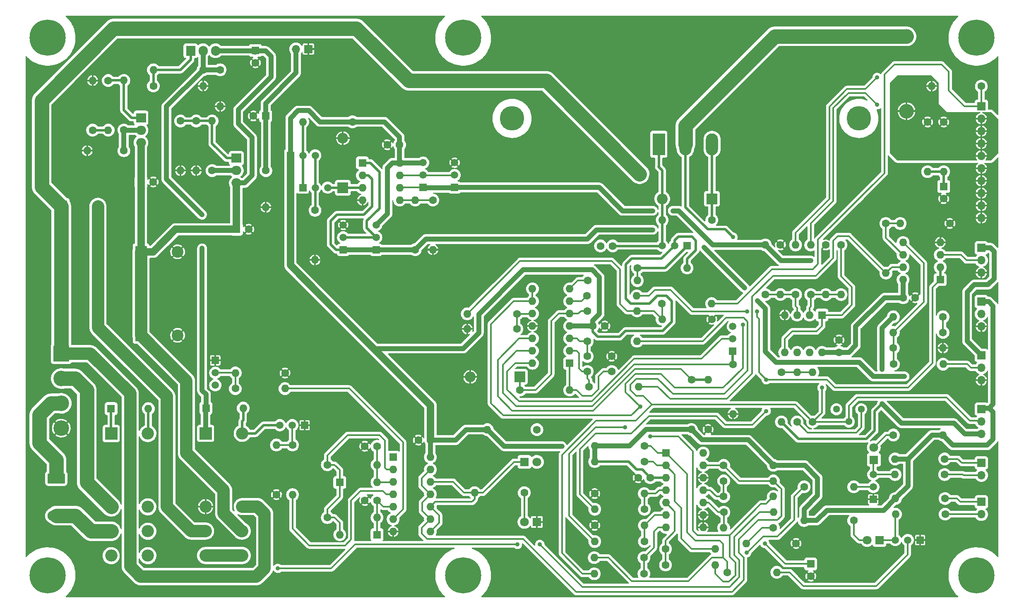
<source format=gbl>
%TF.GenerationSoftware,KiCad,Pcbnew,6.0.2-378541a8eb~116~ubuntu20.04.1*%
%TF.CreationDate,2022-03-08T15:28:55-05:00*%
%TF.ProjectId,Linear_Lab_Bench_PSU,4c696e65-6172-45f4-9c61-625f42656e63,rev?*%
%TF.SameCoordinates,Original*%
%TF.FileFunction,Copper,L2,Bot*%
%TF.FilePolarity,Positive*%
%FSLAX46Y46*%
G04 Gerber Fmt 4.6, Leading zero omitted, Abs format (unit mm)*
G04 Created by KiCad (PCBNEW 6.0.2-378541a8eb~116~ubuntu20.04.1) date 2022-03-08 15:28:55*
%MOMM*%
%LPD*%
G01*
G04 APERTURE LIST*
G04 Aperture macros list*
%AMRoundRect*
0 Rectangle with rounded corners*
0 $1 Rounding radius*
0 $2 $3 $4 $5 $6 $7 $8 $9 X,Y pos of 4 corners*
0 Add a 4 corners polygon primitive as box body*
4,1,4,$2,$3,$4,$5,$6,$7,$8,$9,$2,$3,0*
0 Add four circle primitives for the rounded corners*
1,1,$1+$1,$2,$3*
1,1,$1+$1,$4,$5*
1,1,$1+$1,$6,$7*
1,1,$1+$1,$8,$9*
0 Add four rect primitives between the rounded corners*
20,1,$1+$1,$2,$3,$4,$5,0*
20,1,$1+$1,$4,$5,$6,$7,0*
20,1,$1+$1,$6,$7,$8,$9,0*
20,1,$1+$1,$8,$9,$2,$3,0*%
G04 Aperture macros list end*
%TA.AperFunction,ComponentPad*%
%ADD10R,1.800000X1.800000*%
%TD*%
%TA.AperFunction,ComponentPad*%
%ADD11C,1.800000*%
%TD*%
%TA.AperFunction,ComponentPad*%
%ADD12C,1.600000*%
%TD*%
%TA.AperFunction,ComponentPad*%
%ADD13O,1.600000X1.600000*%
%TD*%
%TA.AperFunction,ComponentPad*%
%ADD14R,1.700000X1.700000*%
%TD*%
%TA.AperFunction,ComponentPad*%
%ADD15O,1.700000X1.700000*%
%TD*%
%TA.AperFunction,ComponentPad*%
%ADD16R,1.600000X1.600000*%
%TD*%
%TA.AperFunction,ComponentPad*%
%ADD17R,1.500000X1.500000*%
%TD*%
%TA.AperFunction,ComponentPad*%
%ADD18C,1.500000*%
%TD*%
%TA.AperFunction,ComponentPad*%
%ADD19R,2.400000X2.400000*%
%TD*%
%TA.AperFunction,ComponentPad*%
%ADD20C,2.400000*%
%TD*%
%TA.AperFunction,ComponentPad*%
%ADD21C,7.400000*%
%TD*%
%TA.AperFunction,ComponentPad*%
%ADD22R,2.500000X4.500000*%
%TD*%
%TA.AperFunction,ComponentPad*%
%ADD23O,2.500000X4.500000*%
%TD*%
%TA.AperFunction,ComponentPad*%
%ADD24R,3.200000X3.200000*%
%TD*%
%TA.AperFunction,ComponentPad*%
%ADD25C,3.200000*%
%TD*%
%TA.AperFunction,ComponentPad*%
%ADD26C,3.000000*%
%TD*%
%TA.AperFunction,ComponentPad*%
%ADD27O,3.000000X3.000000*%
%TD*%
%TA.AperFunction,ComponentPad*%
%ADD28R,2.000000X1.905000*%
%TD*%
%TA.AperFunction,ComponentPad*%
%ADD29O,2.000000X1.905000*%
%TD*%
%TA.AperFunction,ComponentPad*%
%ADD30R,2.200000X2.200000*%
%TD*%
%TA.AperFunction,ComponentPad*%
%ADD31O,2.200000X2.200000*%
%TD*%
%TA.AperFunction,ComponentPad*%
%ADD32RoundRect,0.250001X-1.549999X0.799999X-1.549999X-0.799999X1.549999X-0.799999X1.549999X0.799999X0*%
%TD*%
%TA.AperFunction,ComponentPad*%
%ADD33O,3.600000X2.100000*%
%TD*%
%TA.AperFunction,ComponentPad*%
%ADD34R,2.500000X2.500000*%
%TD*%
%TA.AperFunction,ComponentPad*%
%ADD35O,2.500000X2.500000*%
%TD*%
%TA.AperFunction,ComponentPad*%
%ADD36C,1.440000*%
%TD*%
%TA.AperFunction,ComponentPad*%
%ADD37R,1.905000X2.000000*%
%TD*%
%TA.AperFunction,ComponentPad*%
%ADD38O,1.905000X2.000000*%
%TD*%
%TA.AperFunction,ComponentPad*%
%ADD39C,5.000000*%
%TD*%
%TA.AperFunction,ViaPad*%
%ADD40C,0.900000*%
%TD*%
%TA.AperFunction,ViaPad*%
%ADD41C,2.000000*%
%TD*%
%TA.AperFunction,Conductor*%
%ADD42C,0.500000*%
%TD*%
%TA.AperFunction,Conductor*%
%ADD43C,1.000000*%
%TD*%
%TA.AperFunction,Conductor*%
%ADD44C,1.500000*%
%TD*%
%TA.AperFunction,Conductor*%
%ADD45C,2.500000*%
%TD*%
%TA.AperFunction,Conductor*%
%ADD46C,3.000000*%
%TD*%
%TA.AperFunction,Conductor*%
%ADD47C,0.350000*%
%TD*%
G04 APERTURE END LIST*
D10*
%TO.P,D9,1,K*%
%TO.N,Net-(D9-Pad1)*%
X162560000Y-131800000D03*
D11*
%TO.P,D9,2,A*%
%TO.N,Net-(D9-Pad2)*%
X165100000Y-131800000D03*
%TD*%
D12*
%TO.P,R63,1*%
%TO.N,Net-(R60-Pad1)*%
X191400000Y-149600000D03*
D13*
%TO.P,R63,2*%
%TO.N,CONST_V_MODE*%
X201560000Y-149600000D03*
%TD*%
D14*
%TO.P,J3,1,Pin_1*%
%TO.N,REF_12V*%
X256000000Y-88000000D03*
D15*
%TO.P,J3,2,Pin_2*%
%TO.N,Net-(J3-Pad2)*%
X256000000Y-90540000D03*
%TO.P,J3,3,Pin_3*%
%TO.N,GND*%
X256000000Y-93080000D03*
%TD*%
D16*
%TO.P,C25,1*%
%TO.N,+12V*%
X109600000Y-61000000D03*
D12*
%TO.P,C25,2*%
%TO.N,GND*%
X107100000Y-61000000D03*
%TD*%
%TO.P,R12,1*%
%TO.N,Net-(R11-Pad2)*%
X77400000Y-53740000D03*
D13*
%TO.P,R12,2*%
%TO.N,Net-(R12-Pad2)*%
X77400000Y-63900000D03*
%TD*%
D17*
%TO.P,Q11,1,E*%
%TO.N,Net-(Q11-Pad1)*%
X195780000Y-87550000D03*
D18*
%TO.P,Q11,2,B*%
%TO.N,+15V*%
X193240000Y-87550000D03*
%TO.P,Q11,3,C*%
%TO.N,Net-(C16-Pad2)*%
X190700000Y-87550000D03*
%TD*%
D14*
%TO.P,J2,1,Pin_1*%
%TO.N,/Linear Power Stage/VOUT_SNS*%
X256000000Y-59000000D03*
D15*
%TO.P,J2,2,Pin_2*%
%TO.N,Net-(J2-Pad2)*%
X256000000Y-61540000D03*
%TO.P,J2,3,Pin_3*%
X256000000Y-64080000D03*
%TO.P,J2,4,Pin_4*%
X256000000Y-66620000D03*
%TO.P,J2,5,Pin_5*%
X256000000Y-69160000D03*
%TO.P,J2,6,Pin_6*%
%TO.N,GND*%
X256000000Y-71700000D03*
%TO.P,J2,7,Pin_7*%
X256000000Y-74240000D03*
%TO.P,J2,8,Pin_8*%
X256000000Y-76780000D03*
%TO.P,J2,9,Pin_9*%
X256000000Y-79320000D03*
%TO.P,J2,10,Pin_10*%
X256000000Y-81860000D03*
%TD*%
D12*
%TO.P,R40,1*%
%TO.N,GND*%
X200100000Y-125180000D03*
D13*
%TO.P,R40,2*%
%TO.N,Net-(R39-Pad1)*%
X200100000Y-115020000D03*
%TD*%
D12*
%TO.P,C24,1*%
%TO.N,+12V*%
X109645000Y-72180000D03*
D13*
%TO.P,C24,2*%
%TO.N,GND*%
X109645000Y-79680000D03*
%TD*%
D12*
%TO.P,R14,1*%
%TO.N,+5V*%
X96800000Y-51547349D03*
D13*
%TO.P,R14,2*%
%TO.N,Net-(R14-Pad2)*%
X86640000Y-51547349D03*
%TD*%
D19*
%TO.P,C5,1*%
%TO.N,VAA*%
X84100000Y-105900000D03*
D20*
%TO.P,C5,2*%
%TO.N,GND*%
X91600000Y-105900000D03*
%TD*%
D12*
%TO.P,C22,1*%
%TO.N,+15V*%
X188280000Y-135040000D03*
%TO.P,C22,2*%
%TO.N,GND*%
X185780000Y-135040000D03*
%TD*%
D17*
%TO.P,Q7,1,E*%
%TO.N,GND*%
X117580000Y-124300000D03*
D18*
%TO.P,Q7,2,B*%
%TO.N,Net-(Q7-Pad2)*%
X115040000Y-124300000D03*
%TO.P,Q7,3,C*%
%TO.N,Net-(D4-Pad2)*%
X112500000Y-124300000D03*
%TD*%
D12*
%TO.P,R6,1*%
%TO.N,Net-(R5-Pad2)*%
X143800000Y-78200000D03*
D13*
%TO.P,R6,2*%
%TO.N,GND*%
X143800000Y-88360000D03*
%TD*%
D12*
%TO.P,R25,1*%
%TO.N,/Linear Power Stage/FB*%
X175400000Y-100900000D03*
D13*
%TO.P,R25,2*%
%TO.N,/Linear Power Stage/VOUT_FB*%
X185560000Y-100900000D03*
%TD*%
D17*
%TO.P,Q4,1,E*%
%TO.N,GND*%
X99300000Y-111020000D03*
D18*
%TO.P,Q4,2,B*%
%TO.N,Net-(Q4-Pad2)*%
X99300000Y-113560000D03*
%TO.P,Q4,3,C*%
%TO.N,Net-(D2-Pad2)*%
X99300000Y-116100000D03*
%TD*%
D12*
%TO.P,C13,1*%
%TO.N,Net-(C13-Pad1)*%
X175400000Y-110200000D03*
%TO.P,C13,2*%
%TO.N,GND*%
X180400000Y-110200000D03*
%TD*%
%TO.P,R74,1*%
%TO.N,Net-(D11-Pad2)*%
X229900000Y-143800000D03*
D13*
%TO.P,R74,2*%
%TO.N,+15V*%
X219740000Y-143800000D03*
%TD*%
D12*
%TO.P,R52,1*%
%TO.N,Net-(R49-Pad1)*%
X248160000Y-105300000D03*
D13*
%TO.P,R52,2*%
%TO.N,Net-(R46-Pad1)*%
X238000000Y-105300000D03*
%TD*%
D21*
%TO.P,H6,1*%
%TO.N,N/C*%
X65000000Y-155000000D03*
%TD*%
D12*
%TO.P,R7,1*%
%TO.N,Net-(Q7-Pad2)*%
X115100000Y-128340000D03*
D13*
%TO.P,R7,2*%
%TO.N,CAP_SWITCH*%
X115100000Y-138500000D03*
%TD*%
D12*
%TO.P,R39,1*%
%TO.N,Net-(R39-Pad1)*%
X196700000Y-115000000D03*
D13*
%TO.P,R39,2*%
%TO.N,+15V*%
X196700000Y-125160000D03*
%TD*%
D12*
%TO.P,R2,1*%
%TO.N,Net-(Q4-Pad2)*%
X103400000Y-116800000D03*
D13*
%TO.P,R2,2*%
%TO.N,FBR_SWITCH*%
X113560000Y-116800000D03*
%TD*%
D22*
%TO.P,Q12,1,G*%
%TO.N,Net-(C16-Pad2)*%
X190020000Y-66800000D03*
D23*
%TO.P,Q12,2,D*%
%TO.N,Net-(NT1-Pad2)*%
X195470000Y-66800000D03*
%TO.P,Q12,3,S*%
%TO.N,VCC*%
X200920000Y-66800000D03*
%TD*%
D12*
%TO.P,R8,1*%
%TO.N,GND*%
X111800000Y-138500000D03*
D13*
%TO.P,R8,2*%
%TO.N,Net-(Q7-Pad2)*%
X111800000Y-128340000D03*
%TD*%
D14*
%TO.P,J8,1,Pin_1*%
%TO.N,Net-(J8-Pad1)*%
X256000000Y-140000000D03*
D15*
%TO.P,J8,2,Pin_2*%
%TO.N,Net-(J8-Pad2)*%
X256000000Y-142540000D03*
%TD*%
D12*
%TO.P,R4,1*%
%TO.N,+15V*%
X127360000Y-62200000D03*
D13*
%TO.P,R4,2*%
%TO.N,Net-(Q2-Pad2)*%
X117200000Y-62200000D03*
%TD*%
D24*
%TO.P,D3,1,+*%
%TO.N,VCC*%
X67800000Y-109660000D03*
D25*
%TO.P,D3,2*%
%TO.N,Net-(D3-Pad2)*%
X67800000Y-114740000D03*
%TO.P,D3,3*%
%TO.N,Net-(D3-Pad3)*%
X67800000Y-119820000D03*
%TO.P,D3,4,-*%
%TO.N,GND*%
X67800000Y-124900000D03*
%TD*%
D12*
%TO.P,R30,1*%
%TO.N,/Linear Power Stage/VOUT_FB*%
X190680000Y-99400000D03*
D13*
%TO.P,R30,2*%
%TO.N,/Linear Power Stage/VOUT_SNS*%
X200840000Y-99400000D03*
%TD*%
D26*
%TO.P,R38,1*%
%TO.N,Net-(NT1-Pad2)*%
X240700000Y-44700000D03*
D27*
%TO.P,R38,2*%
%TO.N,Net-(J2-Pad2)*%
X240700000Y-60000000D03*
%TD*%
D16*
%TO.P,D5,1,K*%
%TO.N,Net-(D5-Pad1)*%
X124760000Y-136000000D03*
D13*
%TO.P,D5,2,A*%
%TO.N,Net-(C7-Pad2)*%
X132380000Y-136000000D03*
%TD*%
D12*
%TO.P,R56,1*%
%TO.N,Net-(R56-Pad1)*%
X187080000Y-148100000D03*
D13*
%TO.P,R56,2*%
%TO.N,I_SET*%
X176920000Y-148100000D03*
%TD*%
D21*
%TO.P,H1,1*%
%TO.N,N/C*%
X65000000Y-45000000D03*
%TD*%
D12*
%TO.P,R18,1*%
%TO.N,Net-(R18-Pad1)*%
X221100000Y-97560000D03*
D13*
%TO.P,R18,2*%
%TO.N,/Linear Power Stage/CS_N*%
X221100000Y-87400000D03*
%TD*%
D12*
%TO.P,R69,1*%
%TO.N,Net-(R69-Pad1)*%
X92200000Y-62020000D03*
D13*
%TO.P,R69,2*%
%TO.N,GND*%
X92200000Y-72180000D03*
%TD*%
D12*
%TO.P,R26,1*%
%TO.N,/Linear Power Stage/FB*%
X161640000Y-117100000D03*
D13*
%TO.P,R26,2*%
%TO.N,Net-(C14-Pad2)*%
X171800000Y-117100000D03*
%TD*%
D12*
%TO.P,C15,1*%
%TO.N,+15V*%
X226900000Y-109360000D03*
%TO.P,C15,2*%
%TO.N,GND*%
X226900000Y-106860000D03*
%TD*%
%TO.P,R48,1*%
%TO.N,GND*%
X249560000Y-83000000D03*
D13*
%TO.P,R48,2*%
%TO.N,Net-(R48-Pad2)*%
X239400000Y-83000000D03*
%TD*%
D28*
%TO.P,U10,1,ADJ*%
%TO.N,Net-(R69-Pad1)*%
X103600000Y-69640000D03*
D29*
%TO.P,U10,2,VO*%
%TO.N,+12V*%
X103600000Y-72180000D03*
%TO.P,U10,3,VI*%
%TO.N,VAA*%
X103600000Y-74720000D03*
%TD*%
D12*
%TO.P,R55,1*%
%TO.N,GND*%
X176900000Y-138300000D03*
D13*
%TO.P,R55,2*%
%TO.N,Net-(R54-Pad1)*%
X187060000Y-138300000D03*
%TD*%
D14*
%TO.P,J7,1,Pin_1*%
%TO.N,Net-(J7-Pad1)*%
X256000000Y-132000000D03*
D15*
%TO.P,J7,2,Pin_2*%
%TO.N,Net-(J7-Pad2)*%
X256000000Y-134540000D03*
%TD*%
D14*
%TO.P,J9,1,Pin_1*%
%TO.N,GND*%
X118340000Y-47300000D03*
D15*
%TO.P,J9,2,Pin_2*%
%TO.N,+12V*%
X115800000Y-47300000D03*
%TD*%
D12*
%TO.P,R41,1*%
%TO.N,/Linear Power Stage/VOUT_SNS*%
X256000000Y-54900000D03*
D13*
%TO.P,R41,2*%
%TO.N,Net-(J2-Pad2)*%
X245840000Y-54900000D03*
%TD*%
D12*
%TO.P,R62,1*%
%TO.N,Net-(R62-Pad1)*%
X203300000Y-138900000D03*
D13*
%TO.P,R62,2*%
%TO.N,V_SENSE*%
X213460000Y-138900000D03*
%TD*%
D12*
%TO.P,R59,1*%
%TO.N,Net-(R27-Pad2)*%
X213460000Y-145300000D03*
D13*
%TO.P,R59,2*%
%TO.N,Net-(C17-Pad1)*%
X203300000Y-145300000D03*
%TD*%
D16*
%TO.P,C23,1*%
%TO.N,VAA*%
X103645000Y-84180000D03*
D12*
%TO.P,C23,2*%
%TO.N,GND*%
X106145000Y-84180000D03*
%TD*%
%TO.P,R13,1*%
%TO.N,Net-(R12-Pad2)*%
X74200000Y-63900000D03*
D13*
%TO.P,R13,2*%
%TO.N,GND*%
X74200000Y-53740000D03*
%TD*%
D12*
%TO.P,R42,1*%
%TO.N,Net-(J7-Pad1)*%
X248500000Y-131200000D03*
D13*
%TO.P,R42,2*%
%TO.N,+15V*%
X238340000Y-131200000D03*
%TD*%
D12*
%TO.P,R36,1*%
%TO.N,Net-(R36-Pad1)*%
X175480000Y-94700000D03*
D13*
%TO.P,R36,2*%
%TO.N,Net-(Q11-Pad1)*%
X185640000Y-94700000D03*
%TD*%
D12*
%TO.P,R32,1*%
%TO.N,Net-(C16-Pad1)*%
X175360000Y-97800000D03*
D13*
%TO.P,R32,2*%
%TO.N,V_SET*%
X185520000Y-97800000D03*
%TD*%
D21*
%TO.P,H4,1*%
%TO.N,N/C*%
X255000000Y-155000000D03*
%TD*%
D12*
%TO.P,R20,1*%
%TO.N,GND*%
X224200000Y-87400000D03*
D13*
%TO.P,R20,2*%
%TO.N,Net-(R18-Pad1)*%
X224200000Y-97560000D03*
%TD*%
D30*
%TO.P,D8,1,K*%
%TO.N,VCC*%
X200880000Y-77948334D03*
D31*
%TO.P,D8,2,A*%
%TO.N,Net-(C16-Pad2)*%
X190720000Y-77948334D03*
%TD*%
D16*
%TO.P,D6,1,K*%
%TO.N,Net-(C8-Pad2)*%
X132380000Y-146700000D03*
D13*
%TO.P,D6,2,A*%
%TO.N,Net-(D5-Pad1)*%
X124760000Y-146700000D03*
%TD*%
D12*
%TO.P,R43,1*%
%TO.N,Net-(J7-Pad2)*%
X248500000Y-134400000D03*
D13*
%TO.P,R43,2*%
%TO.N,Net-(D10-Pad1)*%
X238340000Y-134400000D03*
%TD*%
D16*
%TO.P,U2,1*%
%TO.N,Net-(C14-Pad2)*%
X171800000Y-111625000D03*
D13*
%TO.P,U2,2,-*%
%TO.N,Net-(C14-Pad1)*%
X171800000Y-109085000D03*
%TO.P,U2,3,+*%
%TO.N,Net-(C13-Pad1)*%
X171800000Y-106545000D03*
%TO.P,U2,4,V+*%
%TO.N,+15V*%
X171800000Y-104005000D03*
%TO.P,U2,5,+*%
%TO.N,/Linear Power Stage/FB*%
X171800000Y-101465000D03*
%TO.P,U2,6,-*%
%TO.N,Net-(C16-Pad1)*%
X171800000Y-98925000D03*
%TO.P,U2,7*%
%TO.N,Net-(R36-Pad1)*%
X171800000Y-96385000D03*
%TO.P,U2,8*%
%TO.N,V_SENSE*%
X164180000Y-96385000D03*
%TO.P,U2,9,-*%
X164180000Y-98925000D03*
%TO.P,U2,10,+*%
%TO.N,Net-(R33-Pad1)*%
X164180000Y-101465000D03*
%TO.P,U2,11,V-*%
%TO.N,GND*%
X164180000Y-104005000D03*
%TO.P,U2,12,+*%
%TO.N,Net-(R39-Pad1)*%
X164180000Y-106545000D03*
%TO.P,U2,13,-*%
%TO.N,Net-(Q13-Pad1)*%
X164180000Y-109085000D03*
%TO.P,U2,14*%
%TO.N,Net-(Q13-Pad2)*%
X164180000Y-111625000D03*
%TD*%
D12*
%TO.P,R35,1*%
%TO.N,Net-(R33-Pad1)*%
X161000000Y-104600000D03*
D13*
%TO.P,R35,2*%
%TO.N,GND*%
X150840000Y-104600000D03*
%TD*%
D12*
%TO.P,R29,1*%
%TO.N,I_SENSE*%
X221500000Y-123620000D03*
D13*
%TO.P,R29,2*%
%TO.N,Net-(R24-Pad1)*%
X221500000Y-113460000D03*
%TD*%
D12*
%TO.P,R16,1*%
%TO.N,Net-(R16-Pad1)*%
X218000000Y-97560000D03*
D13*
%TO.P,R16,2*%
%TO.N,/Linear Power Stage/CS*%
X218000000Y-87400000D03*
%TD*%
D17*
%TO.P,Q2,1,E*%
%TO.N,+15V*%
X114660000Y-69060000D03*
D18*
%TO.P,Q2,2,B*%
%TO.N,Net-(Q2-Pad2)*%
X117200000Y-69060000D03*
%TO.P,Q2,3,C*%
%TO.N,Net-(Q2-Pad3)*%
X119740000Y-69060000D03*
%TD*%
D12*
%TO.P,R28,1*%
%TO.N,Net-(R28-Pad1)*%
X218300000Y-123620000D03*
D13*
%TO.P,R28,2*%
%TO.N,Net-(R24-Pad1)*%
X218300000Y-113460000D03*
%TD*%
D30*
%TO.P,D1,1,K*%
%TO.N,Net-(D1-Pad1)*%
X125400000Y-75700000D03*
D31*
%TO.P,D1,2,A*%
%TO.N,GND*%
X125400000Y-65540000D03*
%TD*%
D12*
%TO.P,R33,1*%
%TO.N,Net-(R33-Pad1)*%
X161000000Y-101500000D03*
D13*
%TO.P,R33,2*%
%TO.N,/Linear Power Stage/VOUT_FB*%
X150840000Y-101500000D03*
%TD*%
D12*
%TO.P,R3,1*%
%TO.N,GND*%
X113560000Y-113600000D03*
D13*
%TO.P,R3,2*%
%TO.N,Net-(Q4-Pad2)*%
X103400000Y-113600000D03*
%TD*%
D12*
%TO.P,R78,1*%
%TO.N,Net-(J2-Pad2)*%
X245000000Y-62240000D03*
D13*
%TO.P,R78,2*%
%TO.N,Net-(C18-Pad1)*%
X245000000Y-72400000D03*
%TD*%
D21*
%TO.P,H3,1*%
%TO.N,N/C*%
X255000000Y-45000000D03*
%TD*%
D12*
%TO.P,R58,1*%
%TO.N,Net-(C17-Pad1)*%
X203320000Y-142100000D03*
D13*
%TO.P,R58,2*%
%TO.N,VAA*%
X213480000Y-142100000D03*
%TD*%
D12*
%TO.P,R37,1*%
%TO.N,Net-(Q13-Pad1)*%
X205200000Y-111820000D03*
D13*
%TO.P,R37,2*%
%TO.N,GND*%
X205200000Y-121980000D03*
%TD*%
D16*
%TO.P,C6,1*%
%TO.N,VAA*%
X84100000Y-74500000D03*
D12*
%TO.P,C6,2*%
%TO.N,GND*%
X86600000Y-74500000D03*
%TD*%
%TO.P,R9,1*%
%TO.N,Net-(D5-Pad1)*%
X122220000Y-132400000D03*
D13*
%TO.P,R9,2*%
%TO.N,Net-(C7-Pad2)*%
X132380000Y-132400000D03*
%TD*%
D30*
%TO.P,D7,1,K*%
%TO.N,/Linear Power Stage/FB*%
X161600000Y-114400000D03*
D31*
%TO.P,D7,2,A*%
%TO.N,GND*%
X151440000Y-114400000D03*
%TD*%
D12*
%TO.P,R75,1*%
%TO.N,Net-(D12-Pad2)*%
X162500000Y-138100000D03*
D13*
%TO.P,R75,2*%
%TO.N,Net-(D9-Pad1)*%
X152340000Y-138100000D03*
%TD*%
D17*
%TO.P,Q13,1,E*%
%TO.N,Net-(Q13-Pad1)*%
X205160000Y-109140000D03*
D18*
%TO.P,Q13,2,B*%
%TO.N,Net-(Q13-Pad2)*%
X205160000Y-106600000D03*
%TO.P,Q13,3,C*%
%TO.N,Net-(NT1-Pad2)*%
X205160000Y-104060000D03*
%TD*%
D12*
%TO.P,R1,1*%
%TO.N,Net-(Q2-Pad3)*%
X119700000Y-80300000D03*
D13*
%TO.P,R1,2*%
%TO.N,GND*%
X119700000Y-90460000D03*
%TD*%
D16*
%TO.P,U5,1*%
%TO.N,V_SET*%
X247600000Y-94500000D03*
D13*
%TO.P,U5,2,-*%
X247600000Y-91960000D03*
%TO.P,U5,3,+*%
%TO.N,Net-(J3-Pad2)*%
X247600000Y-89420000D03*
%TO.P,U5,4,V-*%
%TO.N,GND*%
X247600000Y-86880000D03*
%TO.P,U5,5,+*%
%TO.N,Net-(R46-Pad1)*%
X239980000Y-86880000D03*
%TO.P,U5,6,-*%
%TO.N,Net-(R48-Pad2)*%
X239980000Y-89420000D03*
%TO.P,U5,7*%
%TO.N,I_SET*%
X239980000Y-91960000D03*
%TO.P,U5,8,V+*%
%TO.N,+15V*%
X239980000Y-94500000D03*
%TD*%
D32*
%TO.P,J1,1,Pin_1*%
%TO.N,Net-(D3-Pad3)*%
X66777500Y-135190000D03*
D33*
%TO.P,J1,2,Pin_2*%
%TO.N,Net-(J1-Pad2)*%
X66777500Y-142810000D03*
%TD*%
D12*
%TO.P,R64,1*%
%TO.N,Net-(R61-Pad1)*%
X186980000Y-151400000D03*
D13*
%TO.P,R64,2*%
%TO.N,CONST_I_MODE*%
X176820000Y-151400000D03*
%TD*%
D12*
%TO.P,R21,1*%
%TO.N,Net-(R16-Pad1)*%
X211800000Y-97560000D03*
D13*
%TO.P,R21,2*%
%TO.N,REF_6V*%
X211800000Y-87400000D03*
%TD*%
D17*
%TO.P,Q5,1,E*%
%TO.N,REF_12V*%
X132200000Y-88400000D03*
D18*
%TO.P,Q5,2,B*%
%TO.N,Net-(Q5-Pad2)*%
X132200000Y-85860000D03*
%TO.P,Q5,3,C*%
%TO.N,+15V*%
X132200000Y-83320000D03*
%TD*%
D17*
%TO.P,Q15,1,E*%
%TO.N,GND*%
X243480000Y-147800000D03*
D18*
%TO.P,Q15,2,B*%
%TO.N,Net-(Q15-Pad2)*%
X240940000Y-147800000D03*
%TO.P,Q15,3,C*%
%TO.N,Net-(D11-Pad1)*%
X238400000Y-147800000D03*
%TD*%
D16*
%TO.P,D2,1,K*%
%TO.N,+5V*%
X77990000Y-120900000D03*
D13*
%TO.P,D2,2,A*%
%TO.N,Net-(D2-Pad2)*%
X85610000Y-120900000D03*
%TD*%
D17*
%TO.P,Q6,1,E*%
%TO.N,REF_12V*%
X125460000Y-88400000D03*
D18*
%TO.P,Q6,2,B*%
%TO.N,Net-(Q5-Pad2)*%
X125460000Y-85860000D03*
%TO.P,Q6,3,C*%
%TO.N,GND*%
X125460000Y-83320000D03*
%TD*%
D34*
%TO.P,RL1,1*%
%TO.N,+5V*%
X78000000Y-126000000D03*
D35*
%TO.P,RL1,2*%
%TO.N,Net-(D3-Pad2)*%
X78000000Y-141000000D03*
%TO.P,RL1,3*%
%TO.N,Net-(J1-Pad2)*%
X78000000Y-146000000D03*
%TO.P,RL1,4*%
%TO.N,VAA*%
X78000000Y-151000000D03*
%TO.P,RL1,5*%
%TO.N,unconnected-(RL1-Pad5)*%
X85500000Y-151000000D03*
%TO.P,RL1,6*%
%TO.N,unconnected-(RL1-Pad6)*%
X85500000Y-146000000D03*
%TO.P,RL1,7*%
%TO.N,unconnected-(RL1-Pad7)*%
X85500000Y-141000000D03*
%TO.P,RL1,8*%
%TO.N,Net-(D2-Pad2)*%
X85500000Y-126000000D03*
%TD*%
D17*
%TO.P,Q9,1,E*%
%TO.N,REF_6V*%
X148260000Y-75640000D03*
D18*
%TO.P,Q9,2,B*%
%TO.N,Net-(Q8-Pad2)*%
X148260000Y-73100000D03*
%TO.P,Q9,3,C*%
%TO.N,GND*%
X148260000Y-70560000D03*
%TD*%
D21*
%TO.P,H5,1*%
%TO.N,N/C*%
X150000000Y-155000000D03*
%TD*%
D16*
%TO.P,C18,1*%
%TO.N,Net-(C18-Pad1)*%
X248300000Y-75440000D03*
D12*
%TO.P,C18,2*%
%TO.N,GND*%
X248300000Y-77940000D03*
%TD*%
%TO.P,R67,1*%
%TO.N,HIGH_V_MODE*%
X203300000Y-132500000D03*
D13*
%TO.P,R67,2*%
%TO.N,+15V*%
X213460000Y-132500000D03*
%TD*%
D17*
%TO.P,Q14,1,E*%
%TO.N,GND*%
X233900000Y-139480000D03*
D18*
%TO.P,Q14,2,B*%
%TO.N,Net-(Q14-Pad2)*%
X233900000Y-136940000D03*
%TO.P,Q14,3,C*%
%TO.N,Net-(D10-Pad1)*%
X233900000Y-134400000D03*
%TD*%
D12*
%TO.P,R24,1*%
%TO.N,Net-(R24-Pad1)*%
X215100000Y-113460000D03*
D13*
%TO.P,R24,2*%
%TO.N,REF_6V*%
X215100000Y-123620000D03*
%TD*%
D12*
%TO.P,C7,1*%
%TO.N,GND*%
X129880000Y-128600000D03*
%TO.P,C7,2*%
%TO.N,Net-(C7-Pad2)*%
X132380000Y-128600000D03*
%TD*%
%TO.P,C21,1*%
%TO.N,+15V*%
X240000000Y-98200000D03*
%TO.P,C21,2*%
%TO.N,GND*%
X242500000Y-98200000D03*
%TD*%
%TO.P,R27,1*%
%TO.N,GND*%
X218080000Y-148500000D03*
D13*
%TO.P,R27,2*%
%TO.N,Net-(R27-Pad2)*%
X207920000Y-148500000D03*
%TD*%
D12*
%TO.P,R22,1*%
%TO.N,Net-(R22-Pad1)*%
X227300000Y-87400000D03*
D13*
%TO.P,R22,2*%
%TO.N,Net-(R18-Pad1)*%
X227300000Y-97560000D03*
%TD*%
D16*
%TO.P,D4,1,K*%
%TO.N,+5V*%
X97390000Y-120800000D03*
D13*
%TO.P,D4,2,A*%
%TO.N,Net-(D4-Pad2)*%
X105010000Y-120800000D03*
%TD*%
D36*
%TO.P,RV1,1,1*%
%TO.N,unconnected-(RV1-Pad1)*%
X226360000Y-121020000D03*
%TO.P,RV1,2,2*%
%TO.N,I_SENSE*%
X228900000Y-123560000D03*
%TO.P,RV1,3,3*%
%TO.N,Net-(R28-Pad1)*%
X231440000Y-121020000D03*
%TD*%
D14*
%TO.P,J4,1,Pin_1*%
%TO.N,+15V*%
X256000000Y-99000000D03*
D15*
%TO.P,J4,2,Pin_2*%
%TO.N,V_SENSE*%
X256000000Y-101540000D03*
%TO.P,J4,3,Pin_3*%
%TO.N,GND*%
X256000000Y-104080000D03*
%TD*%
D12*
%TO.P,C8,1*%
%TO.N,GND*%
X129880000Y-139700000D03*
%TO.P,C8,2*%
%TO.N,Net-(C8-Pad2)*%
X132380000Y-139700000D03*
%TD*%
D16*
%TO.P,U7,1*%
%TO.N,HIGH_V_MODE*%
X135680000Y-130820000D03*
D13*
%TO.P,U7,2*%
%TO.N,Net-(D5-Pad1)*%
X135680000Y-133360000D03*
%TO.P,U7,3*%
%TO.N,Net-(C7-Pad2)*%
X135680000Y-135900000D03*
%TO.P,U7,4*%
%TO.N,CAP_SWITCH*%
X135680000Y-138440000D03*
%TO.P,U7,5*%
%TO.N,Net-(C8-Pad2)*%
X135680000Y-140980000D03*
%TO.P,U7,6*%
%TO.N,FBR_SWITCH*%
X135680000Y-143520000D03*
%TO.P,U7,7,VSS*%
%TO.N,GND*%
X135680000Y-146060000D03*
%TO.P,U7,8*%
%TO.N,Net-(D9-Pad1)*%
X143300000Y-146060000D03*
%TO.P,U7,9*%
%TO.N,HIGH_V_MODE*%
X143300000Y-143520000D03*
%TO.P,U7,10*%
%TO.N,Net-(D9-Pad1)*%
X143300000Y-140980000D03*
%TO.P,U7,11*%
%TO.N,HIGH_V_MODE*%
X143300000Y-138440000D03*
%TO.P,U7,12*%
%TO.N,Net-(D9-Pad1)*%
X143300000Y-135900000D03*
%TO.P,U7,13*%
%TO.N,HIGH_V_MODE*%
X143300000Y-133360000D03*
%TO.P,U7,14,VDD*%
%TO.N,+15V*%
X143300000Y-130820000D03*
%TD*%
D12*
%TO.P,R19,1*%
%TO.N,GND*%
X214900000Y-87380000D03*
D13*
%TO.P,R19,2*%
%TO.N,Net-(R16-Pad1)*%
X214900000Y-97540000D03*
%TD*%
D16*
%TO.P,C10,1*%
%TO.N,VAA*%
X107500000Y-47600000D03*
D12*
%TO.P,C10,2*%
%TO.N,GND*%
X107500000Y-50100000D03*
%TD*%
%TO.P,R17,1*%
%TO.N,Net-(C13-Pad1)*%
X175400000Y-107100000D03*
D13*
%TO.P,R17,2*%
%TO.N,I_SENSE*%
X185560000Y-107100000D03*
%TD*%
D12*
%TO.P,R50,1*%
%TO.N,CONST_V_MODE*%
X219740000Y-136900000D03*
D13*
%TO.P,R50,2*%
%TO.N,Net-(Q14-Pad2)*%
X229900000Y-136900000D03*
%TD*%
D12*
%TO.P,R46,1*%
%TO.N,Net-(R46-Pad1)*%
X238020000Y-111800000D03*
D13*
%TO.P,R46,2*%
%TO.N,Net-(J5-Pad2)*%
X248180000Y-111800000D03*
%TD*%
D12*
%TO.P,R45,1*%
%TO.N,Net-(J8-Pad2)*%
X248600000Y-142500000D03*
D13*
%TO.P,R45,2*%
%TO.N,Net-(D11-Pad1)*%
X238440000Y-142500000D03*
%TD*%
D12*
%TO.P,C9,1*%
%TO.N,+15V*%
X80600000Y-68100000D03*
D13*
%TO.P,C9,2*%
%TO.N,GND*%
X73100000Y-68100000D03*
%TD*%
D12*
%TO.P,R72,1*%
%TO.N,Net-(D9-Pad2)*%
X165100000Y-125200000D03*
D13*
%TO.P,R72,2*%
%TO.N,+15V*%
X154940000Y-125200000D03*
%TD*%
D12*
%TO.P,R68,1*%
%TO.N,CONST_V_MODE*%
X187080000Y-131740000D03*
D13*
%TO.P,R68,2*%
%TO.N,+15V*%
X176920000Y-131740000D03*
%TD*%
D21*
%TO.P,H2,1*%
%TO.N,N/C*%
X150000000Y-45000000D03*
%TD*%
D10*
%TO.P,D11,1,K*%
%TO.N,Net-(D11-Pad1)*%
X235175000Y-147800000D03*
D11*
%TO.P,D11,2,A*%
%TO.N,Net-(D11-Pad2)*%
X232635000Y-147800000D03*
%TD*%
D12*
%TO.P,R77,1*%
%TO.N,Net-(J2-Pad2)*%
X248300000Y-62240000D03*
D13*
%TO.P,R77,2*%
%TO.N,Net-(C18-Pad1)*%
X248300000Y-72400000D03*
%TD*%
D12*
%TO.P,R34,1*%
%TO.N,VCC*%
X200880000Y-82300000D03*
D13*
%TO.P,R34,2*%
%TO.N,Net-(C16-Pad2)*%
X190720000Y-82300000D03*
%TD*%
D19*
%TO.P,C2,1*%
%TO.N,VCC*%
X67800000Y-96900000D03*
D20*
%TO.P,C2,2*%
%TO.N,Net-(C2-Pad2)*%
X75300000Y-96900000D03*
%TD*%
D12*
%TO.P,R65,1*%
%TO.N,Net-(R62-Pad1)*%
X203300000Y-135700000D03*
D13*
%TO.P,R65,2*%
%TO.N,HIGH_V_MODE*%
X213460000Y-135700000D03*
%TD*%
D16*
%TO.P,C17,1*%
%TO.N,Net-(C17-Pad1)*%
X221100000Y-152700000D03*
D12*
%TO.P,C17,2*%
%TO.N,GND*%
X221100000Y-155200000D03*
%TD*%
D19*
%TO.P,C3,1*%
%TO.N,VAA*%
X84100000Y-88800000D03*
D20*
%TO.P,C3,2*%
%TO.N,GND*%
X91600000Y-88800000D03*
%TD*%
D17*
%TO.P,Q3,1,E*%
%TO.N,Net-(Q2-Pad2)*%
X117200000Y-75660000D03*
D18*
%TO.P,Q3,2,B*%
%TO.N,Net-(Q2-Pad3)*%
X119740000Y-75660000D03*
%TO.P,Q3,3,C*%
%TO.N,Net-(D1-Pad1)*%
X122280000Y-75660000D03*
%TD*%
D12*
%TO.P,R49,1*%
%TO.N,Net-(R49-Pad1)*%
X248160000Y-102100000D03*
D13*
%TO.P,R49,2*%
%TO.N,REF_6V*%
X238000000Y-102100000D03*
%TD*%
D12*
%TO.P,C11,1*%
%TO.N,+5V*%
X100300000Y-51547349D03*
D13*
%TO.P,C11,2*%
%TO.N,GND*%
X100300000Y-59047349D03*
%TD*%
D12*
%TO.P,R10,1*%
%TO.N,Net-(D5-Pad1)*%
X122220000Y-143200000D03*
D13*
%TO.P,R10,2*%
%TO.N,Net-(C8-Pad2)*%
X132380000Y-143200000D03*
%TD*%
D12*
%TO.P,R15,1*%
%TO.N,Net-(R14-Pad2)*%
X86640000Y-54847349D03*
D13*
%TO.P,R15,2*%
%TO.N,GND*%
X96800000Y-54847349D03*
%TD*%
D16*
%TO.P,U3,1*%
%TO.N,Net-(R22-Pad1)*%
X223400000Y-101760000D03*
D13*
%TO.P,U3,2,-*%
%TO.N,Net-(R18-Pad1)*%
X220860000Y-101760000D03*
%TO.P,U3,3,+*%
%TO.N,Net-(R16-Pad1)*%
X218320000Y-101760000D03*
%TO.P,U3,4,V-*%
%TO.N,GND*%
X215780000Y-101760000D03*
%TO.P,U3,5,+*%
%TO.N,Net-(R22-Pad1)*%
X215780000Y-109380000D03*
%TO.P,U3,6,-*%
%TO.N,Net-(R24-Pad1)*%
X218320000Y-109380000D03*
%TO.P,U3,7*%
%TO.N,I_SENSE*%
X220860000Y-109380000D03*
%TO.P,U3,8,V+*%
%TO.N,+15V*%
X223400000Y-109380000D03*
%TD*%
D12*
%TO.P,R61,1*%
%TO.N,Net-(R61-Pad1)*%
X186980000Y-154700000D03*
D13*
%TO.P,R61,2*%
%TO.N,I_SENSE*%
X176820000Y-154700000D03*
%TD*%
D12*
%TO.P,C19,1*%
%TO.N,+15V*%
X176500000Y-104000000D03*
%TO.P,C19,2*%
%TO.N,GND*%
X179000000Y-104000000D03*
%TD*%
D16*
%TO.P,U1,1*%
%TO.N,Net-(Q5-Pad2)*%
X129400000Y-70600000D03*
D13*
%TO.P,U1,2,-*%
%TO.N,REF_12V*%
X129400000Y-73140000D03*
%TO.P,U1,3,+*%
%TO.N,Net-(D1-Pad1)*%
X129400000Y-75680000D03*
%TO.P,U1,4,V-*%
%TO.N,GND*%
X129400000Y-78220000D03*
%TO.P,U1,5,+*%
%TO.N,Net-(R5-Pad2)*%
X137020000Y-78220000D03*
%TO.P,U1,6,-*%
%TO.N,REF_6V*%
X137020000Y-75680000D03*
%TO.P,U1,7*%
%TO.N,Net-(Q8-Pad2)*%
X137020000Y-73140000D03*
%TO.P,U1,8,V+*%
%TO.N,+15V*%
X137020000Y-70600000D03*
%TD*%
D37*
%TO.P,U9,1,ADJ*%
%TO.N,Net-(R14-Pad2)*%
X94260000Y-47645000D03*
D38*
%TO.P,U9,2,VO*%
%TO.N,+5V*%
X96800000Y-47645000D03*
%TO.P,U9,3,VI*%
%TO.N,VAA*%
X99340000Y-47645000D03*
%TD*%
D12*
%TO.P,R31,1*%
%TO.N,GND*%
X200860000Y-102600000D03*
D13*
%TO.P,R31,2*%
%TO.N,/Linear Power Stage/VOUT_FB*%
X190700000Y-102600000D03*
%TD*%
D19*
%TO.P,C4,1*%
%TO.N,VCC*%
X67800000Y-79500000D03*
D20*
%TO.P,C4,2*%
%TO.N,Net-(C2-Pad2)*%
X75300000Y-79500000D03*
%TD*%
D12*
%TO.P,R76,1*%
%TO.N,Net-(Q11-Pad1)*%
X185640000Y-92100000D03*
D13*
%TO.P,R76,2*%
%TO.N,+15V*%
X195800000Y-92100000D03*
%TD*%
D12*
%TO.P,R54,1*%
%TO.N,Net-(R54-Pad1)*%
X187080000Y-141500000D03*
D13*
%TO.P,R54,2*%
%TO.N,V_SET*%
X176920000Y-141500000D03*
%TD*%
D12*
%TO.P,C16,1*%
%TO.N,Net-(C16-Pad1)*%
X178100000Y-87600000D03*
%TO.P,C16,2*%
%TO.N,Net-(C16-Pad2)*%
X180600000Y-87600000D03*
%TD*%
%TO.P,R47,1*%
%TO.N,Net-(R46-Pad1)*%
X238000000Y-108500000D03*
D13*
%TO.P,R47,2*%
%TO.N,GND*%
X248160000Y-108500000D03*
%TD*%
D10*
%TO.P,D12,1,K*%
%TO.N,GND*%
X165075000Y-144100000D03*
D11*
%TO.P,D12,2,A*%
%TO.N,Net-(D12-Pad2)*%
X162535000Y-144100000D03*
%TD*%
D17*
%TO.P,Q8,1,E*%
%TO.N,REF_6V*%
X141800000Y-75640000D03*
D18*
%TO.P,Q8,2,B*%
%TO.N,Net-(Q8-Pad2)*%
X141800000Y-73100000D03*
%TO.P,Q8,3,C*%
%TO.N,+15V*%
X141800000Y-70560000D03*
%TD*%
D12*
%TO.P,R23,1*%
%TO.N,Net-(C14-Pad1)*%
X175740000Y-116400000D03*
D13*
%TO.P,R23,2*%
%TO.N,I_SET*%
X185900000Y-116400000D03*
%TD*%
D39*
%TO.P,HS1,1*%
%TO.N,N/C*%
X160000000Y-61500000D03*
X230940000Y-61500000D03*
%TD*%
D12*
%TO.P,R51,1*%
%TO.N,CONST_I_MODE*%
X204000000Y-154400000D03*
D13*
%TO.P,R51,2*%
%TO.N,Net-(Q15-Pad2)*%
X214160000Y-154400000D03*
%TD*%
D12*
%TO.P,R66,1*%
%TO.N,CONST_I_MODE*%
X187080000Y-128540000D03*
D13*
%TO.P,R66,2*%
%TO.N,+15V*%
X176920000Y-128540000D03*
%TD*%
D12*
%TO.P,R70,1*%
%TO.N,+12V*%
X98645000Y-72180000D03*
D13*
%TO.P,R70,2*%
%TO.N,Net-(R69-Pad1)*%
X98645000Y-62020000D03*
%TD*%
D12*
%TO.P,R57,1*%
%TO.N,GND*%
X176920000Y-144800000D03*
D13*
%TO.P,R57,2*%
%TO.N,Net-(R56-Pad1)*%
X187080000Y-144800000D03*
%TD*%
D28*
%TO.P,U8,1,ADJ*%
%TO.N,Net-(R11-Pad2)*%
X84100000Y-61360000D03*
D29*
%TO.P,U8,2,VO*%
%TO.N,+15V*%
X84100000Y-63900000D03*
%TO.P,U8,3,VI*%
%TO.N,VAA*%
X84100000Y-66440000D03*
%TD*%
D14*
%TO.P,J6,1,Pin_1*%
%TO.N,+15V*%
X256000000Y-121000000D03*
D15*
%TO.P,J6,2,Pin_2*%
%TO.N,I_SENSE*%
X256000000Y-123540000D03*
%TO.P,J6,3,Pin_3*%
%TO.N,REF_6V*%
X256000000Y-126080000D03*
%TD*%
D12*
%TO.P,R5,1*%
%TO.N,REF_12V*%
X140200000Y-88360000D03*
D13*
%TO.P,R5,2*%
%TO.N,Net-(R5-Pad2)*%
X140200000Y-78200000D03*
%TD*%
D12*
%TO.P,R60,1*%
%TO.N,Net-(R60-Pad1)*%
X191400000Y-152900000D03*
D13*
%TO.P,R60,2*%
%TO.N,V_SENSE*%
X201560000Y-152900000D03*
%TD*%
D12*
%TO.P,R73,1*%
%TO.N,Net-(D10-Pad2)*%
X238000000Y-126300000D03*
D13*
%TO.P,R73,2*%
%TO.N,+15V*%
X248160000Y-126300000D03*
%TD*%
D14*
%TO.P,J5,1,Pin_1*%
%TO.N,REF_12V*%
X256000000Y-110000000D03*
D15*
%TO.P,J5,2,Pin_2*%
%TO.N,Net-(J5-Pad2)*%
X256000000Y-112540000D03*
%TO.P,J5,3,Pin_3*%
%TO.N,GND*%
X256000000Y-115080000D03*
%TD*%
D12*
%TO.P,C1,1*%
%TO.N,+15V*%
X137000000Y-66900000D03*
%TO.P,C1,2*%
%TO.N,GND*%
X134500000Y-66900000D03*
%TD*%
%TO.P,C14,1*%
%TO.N,Net-(C14-Pad1)*%
X175400000Y-113300000D03*
%TO.P,C14,2*%
%TO.N,Net-(C14-Pad2)*%
X180400000Y-113300000D03*
%TD*%
%TO.P,R71,1*%
%TO.N,Net-(R69-Pad1)*%
X95400000Y-62020000D03*
D13*
%TO.P,R71,2*%
%TO.N,GND*%
X95400000Y-72180000D03*
%TD*%
D12*
%TO.P,C12,1*%
%TO.N,+15V*%
X143330000Y-127345000D03*
%TO.P,C12,2*%
%TO.N,GND*%
X140830000Y-127345000D03*
%TD*%
%TO.P,R53,1*%
%TO.N,Net-(R48-Pad2)*%
X236480000Y-83000000D03*
D13*
%TO.P,R53,2*%
%TO.N,I_SET*%
X236480000Y-93160000D03*
%TD*%
D12*
%TO.P,R11,1*%
%TO.N,+15V*%
X80600000Y-63880000D03*
D13*
%TO.P,R11,2*%
%TO.N,Net-(R11-Pad2)*%
X80600000Y-53720000D03*
%TD*%
D34*
%TO.P,RL2,1*%
%TO.N,+5V*%
X97312500Y-125962500D03*
D35*
%TO.P,RL2,2*%
%TO.N,GND*%
X97312500Y-140962500D03*
%TO.P,RL2,3*%
%TO.N,Net-(C2-Pad2)*%
X97312500Y-145962500D03*
%TO.P,RL2,4*%
%TO.N,Net-(RL2-Pad4)*%
X97312500Y-150962500D03*
%TO.P,RL2,5*%
X104812500Y-150962500D03*
%TO.P,RL2,6*%
%TO.N,VAA*%
X104812500Y-145962500D03*
%TO.P,RL2,7*%
%TO.N,VCC*%
X104812500Y-140962500D03*
%TO.P,RL2,8*%
%TO.N,Net-(D4-Pad2)*%
X104812500Y-125962500D03*
%TD*%
D10*
%TO.P,D10,1,K*%
%TO.N,Net-(D10-Pad1)*%
X234000000Y-131375000D03*
D11*
%TO.P,D10,2,A*%
%TO.N,Net-(D10-Pad2)*%
X234000000Y-128835000D03*
%TD*%
D16*
%TO.P,U6,1*%
%TO.N,CONST_I_MODE*%
X191480000Y-129980000D03*
D13*
%TO.P,U6,2*%
%TO.N,CONST_V_MODE*%
X191480000Y-132520000D03*
%TO.P,U6,3,V+*%
%TO.N,+15V*%
X191480000Y-135060000D03*
%TO.P,U6,4,-*%
%TO.N,Net-(R54-Pad1)*%
X191480000Y-137600000D03*
%TO.P,U6,5,+*%
%TO.N,Net-(R60-Pad1)*%
X191480000Y-140140000D03*
%TO.P,U6,6,-*%
%TO.N,Net-(R56-Pad1)*%
X191480000Y-142680000D03*
%TO.P,U6,7,+*%
%TO.N,Net-(R61-Pad1)*%
X191480000Y-145220000D03*
%TO.P,U6,8,-*%
%TO.N,GND*%
X199100000Y-145220000D03*
%TO.P,U6,9,+*%
X199100000Y-142680000D03*
%TO.P,U6,10,-*%
%TO.N,Net-(C17-Pad1)*%
X199100000Y-140140000D03*
%TO.P,U6,11,+*%
%TO.N,Net-(R62-Pad1)*%
X199100000Y-137600000D03*
%TO.P,U6,12,V-*%
%TO.N,GND*%
X199100000Y-135060000D03*
%TO.P,U6,13*%
%TO.N,HIGH_V_MODE*%
X199100000Y-132520000D03*
%TO.P,U6,14*%
%TO.N,unconnected-(U6-Pad14)*%
X199100000Y-129980000D03*
%TD*%
D12*
%TO.P,R44,1*%
%TO.N,Net-(J8-Pad1)*%
X248580000Y-139300000D03*
D13*
%TO.P,R44,2*%
%TO.N,+15V*%
X238420000Y-139300000D03*
%TD*%
D40*
%TO.N,+15V*%
X170200000Y-128600000D03*
%TO.N,GND*%
X164000000Y-114300000D03*
X148850000Y-138700000D03*
X218100000Y-134300000D03*
X203200000Y-105000000D03*
X221500000Y-121000000D03*
X170000000Y-102800000D03*
X187500000Y-96100000D03*
X232000000Y-125800000D03*
X234700000Y-65700000D03*
X230600000Y-113300000D03*
X222500000Y-84700000D03*
X192800000Y-82300000D03*
X190400000Y-147000000D03*
X225900000Y-95000000D03*
X224900000Y-113400000D03*
X136100000Y-83600000D03*
X206400000Y-97300000D03*
X188600000Y-82400000D03*
X163600000Y-118200000D03*
X233800000Y-111800000D03*
X202600000Y-88800000D03*
X209700000Y-134400000D03*
X213300000Y-91200000D03*
X249700000Y-122000000D03*
X203600000Y-97300000D03*
X224900000Y-119100000D03*
D41*
%TO.N,VCC*%
X186100000Y-72900000D03*
D40*
%TO.N,VAA*%
X161100000Y-148700000D03*
X165700000Y-148700000D03*
X112100000Y-153600000D03*
%TO.N,+5V*%
X96600000Y-88100000D03*
X96600000Y-81200000D03*
%TO.N,REF_12V*%
X210200000Y-98800000D03*
X199300000Y-87900000D03*
X207600000Y-96200000D03*
X188800000Y-84300000D03*
X240300000Y-114300000D03*
%TO.N,V_SENSE*%
X186200000Y-120500000D03*
X207200000Y-103700000D03*
X188300000Y-126600000D03*
%TO.N,I_SENSE*%
X223400000Y-116600000D03*
%TO.N,REF_6V*%
X235700000Y-112900000D03*
X221100000Y-90600000D03*
X188800000Y-80400000D03*
X192900000Y-80400000D03*
X235700000Y-119900000D03*
%TO.N,/Linear Power Stage/CS*%
X234700000Y-53100000D03*
%TO.N,Net-(NT1-Pad2)*%
X205200000Y-85800000D03*
%TO.N,/Linear Power Stage/CS_N*%
X234700000Y-58700000D03*
%TO.N,CONST_V_MODE*%
X208000000Y-150400000D03*
%TO.N,I_SET*%
X183100000Y-124700000D03*
%TO.N,V_SET*%
X212000000Y-115000000D03*
X212000000Y-121400000D03*
X208100000Y-101000000D03*
X210100000Y-101000000D03*
%TO.N,Net-(C17-Pad1)*%
X211700000Y-148500000D03*
%TD*%
D42*
%TO.N,+15V*%
X191480000Y-135060000D02*
X188300000Y-135060000D01*
D43*
X187440000Y-125160000D02*
X196700000Y-125160000D01*
X153200000Y-101600000D02*
X153200000Y-105400000D01*
D44*
X120900000Y-97800000D02*
X131700000Y-108600000D01*
D43*
X198840000Y-127300000D02*
X196700000Y-125160000D01*
X141760000Y-70600000D02*
X141800000Y-70560000D01*
D42*
X197600000Y-86500000D02*
X197600000Y-88464511D01*
D43*
X222500000Y-135100000D02*
X219900000Y-132500000D01*
D42*
X191600000Y-97800000D02*
X189700000Y-97800000D01*
X177500000Y-106200000D02*
X182000000Y-106200000D01*
D43*
X155000000Y-125200000D02*
X154940000Y-125200000D01*
X240000000Y-94520000D02*
X239980000Y-94500000D01*
X258400000Y-120000000D02*
X258400000Y-99900000D01*
D42*
X176500000Y-105200000D02*
X177500000Y-106200000D01*
D43*
X224400000Y-141700000D02*
X236020000Y-141700000D01*
X257600000Y-120800000D02*
X258400000Y-120000000D01*
X118400000Y-59900000D02*
X120700000Y-62200000D01*
X135500000Y-70600000D02*
X134500000Y-71600000D01*
X241000000Y-136720000D02*
X238420000Y-139300000D01*
X257600000Y-120800000D02*
X258400000Y-121600000D01*
X230300000Y-108000000D02*
X230300000Y-104100000D01*
X219740000Y-143800000D02*
X222300000Y-143800000D01*
X226900000Y-109360000D02*
X228940000Y-109360000D01*
D44*
X143330000Y-120230000D02*
X143330000Y-127345000D01*
D43*
X241000000Y-131200000D02*
X241000000Y-136720000D01*
X177900000Y-101500000D02*
X177900000Y-94000000D01*
D42*
X183300000Y-98400000D02*
X183300000Y-91400000D01*
D43*
X176500000Y-104000000D02*
X176500000Y-102900000D01*
X153200000Y-105400000D02*
X150000000Y-108600000D01*
D42*
X176500000Y-104000000D02*
X176500000Y-105200000D01*
D43*
X170200000Y-128600000D02*
X158400000Y-128600000D01*
D42*
X193240000Y-87550000D02*
X193240000Y-86460000D01*
D43*
X114660000Y-69060000D02*
X114660000Y-61440000D01*
X177900000Y-94000000D02*
X176400000Y-92500000D01*
X134500000Y-71600000D02*
X134500000Y-81020000D01*
X116200000Y-59900000D02*
X118400000Y-59900000D01*
X228940000Y-109360000D02*
X230300000Y-108000000D01*
D42*
X183300000Y-91400000D02*
X184500000Y-90200000D01*
X188100000Y-99400000D02*
X184300000Y-99400000D01*
D43*
X143330000Y-130790000D02*
X143300000Y-130820000D01*
D42*
X194000000Y-85700000D02*
X196800000Y-85700000D01*
D43*
X245900000Y-126300000D02*
X248160000Y-126300000D01*
X133900000Y-62200000D02*
X137000000Y-65300000D01*
X230300000Y-104100000D02*
X236200000Y-98200000D01*
X148455000Y-127345000D02*
X150600000Y-125200000D01*
D44*
X114660000Y-69060000D02*
X114660000Y-91560000D01*
D43*
X208300000Y-127300000D02*
X198840000Y-127300000D01*
D42*
X185500000Y-133400000D02*
X183840000Y-131740000D01*
D43*
X176400000Y-92500000D02*
X162300000Y-92500000D01*
D42*
X188300000Y-135060000D02*
X188280000Y-135040000D01*
X183840000Y-131740000D02*
X176920000Y-131740000D01*
D43*
X121400000Y-98300000D02*
X120900000Y-97800000D01*
X257500000Y-99000000D02*
X256000000Y-99000000D01*
X219900000Y-132500000D02*
X213460000Y-132500000D01*
X80600000Y-63880000D02*
X80600000Y-68100000D01*
D42*
X192700000Y-103100000D02*
X192700000Y-98900000D01*
D43*
X137000000Y-65300000D02*
X137000000Y-66900000D01*
D42*
X188280000Y-135040000D02*
X186640000Y-133400000D01*
D43*
X248160000Y-126360000D02*
X248160000Y-126300000D01*
D42*
X197600000Y-88464511D02*
X195800000Y-90264511D01*
X182000000Y-106200000D02*
X183200000Y-105000000D01*
X189700000Y-97800000D02*
X188100000Y-99400000D01*
D43*
X238340000Y-131200000D02*
X241000000Y-131200000D01*
X258400000Y-99900000D02*
X257500000Y-99000000D01*
X258400000Y-121600000D02*
X258400000Y-127200000D01*
D44*
X131700000Y-108600000D02*
X143330000Y-120230000D01*
D43*
X137020000Y-70600000D02*
X141760000Y-70600000D01*
X184060000Y-128540000D02*
X187440000Y-125160000D01*
X236200000Y-98200000D02*
X240000000Y-98200000D01*
X176500000Y-102900000D02*
X177900000Y-101500000D01*
X219740000Y-143800000D02*
X219740000Y-141460000D01*
X137020000Y-70600000D02*
X135500000Y-70600000D01*
X150000000Y-108600000D02*
X131700000Y-108600000D01*
D42*
X190800000Y-105000000D02*
X192700000Y-103100000D01*
D43*
X219740000Y-141460000D02*
X222500000Y-138700000D01*
D42*
X192700000Y-98900000D02*
X191600000Y-97800000D01*
D43*
X176500000Y-104000000D02*
X171805000Y-104000000D01*
X162300000Y-92500000D02*
X153200000Y-101600000D01*
X250200000Y-128400000D02*
X248160000Y-126360000D01*
D42*
X196800000Y-85700000D02*
X197600000Y-86500000D01*
D43*
X134500000Y-81020000D02*
X132200000Y-83320000D01*
D42*
X186640000Y-133400000D02*
X185500000Y-133400000D01*
X195800000Y-90264511D02*
X195800000Y-92100000D01*
D43*
X171805000Y-104000000D02*
X171800000Y-104005000D01*
D42*
X184300000Y-99400000D02*
X183300000Y-98400000D01*
D43*
X84100000Y-63900000D02*
X80620000Y-63900000D01*
X213460000Y-132500000D02*
X213460000Y-132460000D01*
X256000000Y-120800000D02*
X257600000Y-120800000D01*
X80620000Y-63900000D02*
X80600000Y-63880000D01*
X223400000Y-109380000D02*
X226880000Y-109380000D01*
X222300000Y-143800000D02*
X224400000Y-141700000D01*
X143330000Y-127345000D02*
X148455000Y-127345000D01*
D42*
X184500000Y-90200000D02*
X190590000Y-90200000D01*
D43*
X236020000Y-141700000D02*
X238420000Y-139300000D01*
D42*
X190590000Y-90200000D02*
X193240000Y-87550000D01*
D43*
X176920000Y-128540000D02*
X184060000Y-128540000D01*
X213460000Y-132460000D02*
X208300000Y-127300000D01*
X137000000Y-70580000D02*
X137020000Y-70600000D01*
D42*
X193240000Y-86460000D02*
X194000000Y-85700000D01*
D43*
X158400000Y-128600000D02*
X155000000Y-125200000D01*
X241000000Y-131200000D02*
X245900000Y-126300000D01*
X176920000Y-128540000D02*
X176920000Y-131740000D01*
X222500000Y-138700000D02*
X222500000Y-135100000D01*
X114660000Y-61440000D02*
X116200000Y-59900000D01*
X120700000Y-62200000D02*
X127360000Y-62200000D01*
X127360000Y-62200000D02*
X133900000Y-62200000D01*
D42*
X183200000Y-105000000D02*
X190800000Y-105000000D01*
D43*
X258400000Y-127200000D02*
X257200000Y-128400000D01*
X150600000Y-125200000D02*
X154940000Y-125200000D01*
X143330000Y-127345000D02*
X143330000Y-130790000D01*
X176840000Y-128540000D02*
X176920000Y-128540000D01*
X240000000Y-98200000D02*
X240000000Y-94520000D01*
D44*
X114660000Y-91560000D02*
X120900000Y-97800000D01*
D43*
X257200000Y-128400000D02*
X250200000Y-128400000D01*
X137000000Y-66900000D02*
X137000000Y-70580000D01*
D45*
%TO.N,VCC*%
X81900000Y-153200000D02*
X84000000Y-155300000D01*
D46*
X63800000Y-57800000D02*
X78500000Y-43100000D01*
D42*
X200880000Y-82300000D02*
X200880000Y-66840000D01*
D45*
X109400000Y-142400000D02*
X107962500Y-140962500D01*
X81900000Y-117800000D02*
X81900000Y-153200000D01*
D42*
X200880000Y-66840000D02*
X200920000Y-66800000D01*
D45*
X84000000Y-155300000D02*
X107700000Y-155300000D01*
X73760000Y-109660000D02*
X81900000Y-117800000D01*
D46*
X63800000Y-75500000D02*
X63800000Y-57800000D01*
X138900000Y-53800000D02*
X167000000Y-53800000D01*
D45*
X107962500Y-140962500D02*
X104812500Y-140962500D01*
D42*
X200900000Y-66800000D02*
X200951666Y-66748334D01*
D46*
X167000000Y-53800000D02*
X186100000Y-72900000D01*
X67800000Y-96900000D02*
X67800000Y-79500000D01*
X67800000Y-109660000D02*
X67800000Y-96900000D01*
D45*
X67800000Y-109660000D02*
X73760000Y-109660000D01*
X109400000Y-153600000D02*
X109400000Y-142400000D01*
D46*
X78500000Y-43100000D02*
X128200000Y-43100000D01*
D45*
X107700000Y-155300000D02*
X109400000Y-153600000D01*
D46*
X67800000Y-79500000D02*
X63800000Y-75500000D01*
X128200000Y-43100000D02*
X138900000Y-53800000D01*
D45*
%TO.N,Net-(C2-Pad2)*%
X94362500Y-145962500D02*
X97312500Y-145962500D01*
X75300000Y-79500000D02*
X75300000Y-96900000D01*
X75300000Y-96900000D02*
X75300000Y-104300000D01*
X75300000Y-104300000D02*
X89400000Y-118400000D01*
X89400000Y-118400000D02*
X89400000Y-141000000D01*
X89400000Y-141000000D02*
X94362500Y-145962500D01*
%TO.N,VAA*%
X101000000Y-137600000D02*
X93400000Y-130000000D01*
D44*
X91200000Y-84200000D02*
X103625000Y-84200000D01*
X103600000Y-84135000D02*
X103645000Y-84180000D01*
D43*
X110700000Y-53000000D02*
X104000000Y-59700000D01*
D47*
X204500000Y-157400000D02*
X206500000Y-155400000D01*
D43*
X106800000Y-65400000D02*
X106800000Y-73200000D01*
X105280000Y-74720000D02*
X103600000Y-74720000D01*
D45*
X84100000Y-105900000D02*
X84100000Y-88800000D01*
D47*
X123000000Y-153600000D02*
X112100000Y-153600000D01*
D45*
X93400000Y-130000000D02*
X93400000Y-115200000D01*
D47*
X165700000Y-148700000D02*
X174400000Y-157400000D01*
D44*
X84100000Y-88800000D02*
X86600000Y-88800000D01*
D43*
X106800000Y-73200000D02*
X105280000Y-74720000D01*
D45*
X101000000Y-142300000D02*
X101000000Y-137600000D01*
D47*
X210600000Y-142100000D02*
X213480000Y-142100000D01*
X206500000Y-151900000D02*
X205500000Y-150900000D01*
D45*
X93400000Y-115200000D02*
X84100000Y-105900000D01*
D44*
X103625000Y-84200000D02*
X103645000Y-84180000D01*
D43*
X107510000Y-47700000D02*
X109600000Y-47700000D01*
X99340000Y-47645000D02*
X107455000Y-47645000D01*
X109600000Y-47700000D02*
X110700000Y-48800000D01*
X104000000Y-59700000D02*
X104000000Y-62600000D01*
D47*
X127900000Y-148700000D02*
X123000000Y-153600000D01*
X205500000Y-147200000D02*
X210600000Y-142100000D01*
D44*
X107455000Y-47645000D02*
X107500000Y-47600000D01*
D43*
X110700000Y-48800000D02*
X110700000Y-53000000D01*
X107455000Y-47645000D02*
X107510000Y-47700000D01*
D44*
X103600000Y-74720000D02*
X103600000Y-84135000D01*
D45*
X104812500Y-145962500D02*
X104662500Y-145962500D01*
X104662500Y-145962500D02*
X101000000Y-142300000D01*
D44*
X84100000Y-88800000D02*
X84100000Y-74500000D01*
D47*
X206500000Y-155400000D02*
X206500000Y-151900000D01*
D43*
X104000000Y-62600000D02*
X106800000Y-65400000D01*
D47*
X174400000Y-157400000D02*
X204500000Y-157400000D01*
X161100000Y-148700000D02*
X127900000Y-148700000D01*
X205500000Y-150900000D02*
X205500000Y-147200000D01*
D44*
X86600000Y-88800000D02*
X91200000Y-84200000D01*
X84100000Y-74500000D02*
X84100000Y-66440000D01*
D47*
%TO.N,Net-(C7-Pad2)*%
X132380000Y-136000000D02*
X132380000Y-132400000D01*
X132380000Y-136000000D02*
X135580000Y-136000000D01*
X135580000Y-136000000D02*
X135680000Y-135900000D01*
X132380000Y-132400000D02*
X132380000Y-128600000D01*
%TO.N,Net-(C8-Pad2)*%
X132380000Y-139700000D02*
X132380000Y-143200000D01*
X132380000Y-143200000D02*
X132380000Y-146700000D01*
X133660000Y-140980000D02*
X132380000Y-139700000D01*
X135680000Y-140980000D02*
X133660000Y-140980000D01*
D42*
%TO.N,+5V*%
X77990000Y-120900000D02*
X77990000Y-125990000D01*
D43*
X97390000Y-120800000D02*
X97390000Y-117990000D01*
X89300000Y-73900000D02*
X96600000Y-81200000D01*
X96800000Y-47645000D02*
X96800000Y-51547349D01*
D42*
X77990000Y-125990000D02*
X78000000Y-126000000D01*
D43*
X96600000Y-117200000D02*
X96600000Y-111000000D01*
X97390000Y-117990000D02*
X96700000Y-117300000D01*
X89300000Y-59047349D02*
X89300000Y-73900000D01*
X96800000Y-51547349D02*
X100300000Y-51547349D01*
X96600000Y-111000000D02*
X96600000Y-88100000D01*
X96700000Y-117300000D02*
X96600000Y-117200000D01*
X96800000Y-51547349D02*
X89300000Y-59047349D01*
X97312500Y-125962500D02*
X97312500Y-120877500D01*
D42*
X97312500Y-120877500D02*
X97390000Y-120800000D01*
D47*
%TO.N,Net-(C13-Pad1)*%
X171800000Y-106545000D02*
X173245000Y-106545000D01*
X173245000Y-106545000D02*
X173800000Y-107100000D01*
X173800000Y-107100000D02*
X175400000Y-107100000D01*
X175400000Y-107100000D02*
X175400000Y-110200000D01*
D42*
%TO.N,Net-(D1-Pad1)*%
X122280000Y-75660000D02*
X129380000Y-75660000D01*
X129380000Y-75660000D02*
X129400000Y-75680000D01*
%TO.N,Net-(D2-Pad2)*%
X85610000Y-125890000D02*
X85610000Y-120900000D01*
X85500000Y-126000000D02*
X85610000Y-125890000D01*
D46*
%TO.N,Net-(D3-Pad2)*%
X78000000Y-141000000D02*
X73000000Y-136000000D01*
X73000000Y-117100000D02*
X70640000Y-114740000D01*
X70640000Y-114740000D02*
X67800000Y-114740000D01*
X73000000Y-136000000D02*
X73000000Y-117100000D01*
%TO.N,Net-(D3-Pad3)*%
X67800000Y-119820000D02*
X65680000Y-119820000D01*
X63300000Y-127900000D02*
X66800000Y-131400000D01*
X63300000Y-122200000D02*
X63300000Y-127900000D01*
X65680000Y-119820000D02*
X63300000Y-122200000D01*
X66800000Y-131400000D02*
X66800000Y-134100000D01*
D42*
%TO.N,Net-(D4-Pad2)*%
X105010000Y-123290000D02*
X105010000Y-120800000D01*
X109200000Y-124300000D02*
X112500000Y-124300000D01*
X104812500Y-125962500D02*
X107537500Y-125962500D01*
X107537500Y-125962500D02*
X109200000Y-124300000D01*
X104812500Y-125962500D02*
X104812500Y-123487500D01*
X104812500Y-123487500D02*
X105010000Y-123290000D01*
D47*
%TO.N,Net-(D5-Pad1)*%
X134000000Y-133000000D02*
X134000000Y-127400000D01*
X135680000Y-133360000D02*
X134360000Y-133360000D01*
X122220000Y-143200000D02*
X122220000Y-141480000D01*
X124760000Y-146700000D02*
X124760000Y-144260000D01*
X124760000Y-133460000D02*
X123700000Y-132400000D01*
X124760000Y-136000000D02*
X124760000Y-133460000D01*
X124760000Y-138940000D02*
X124760000Y-136000000D01*
X126400000Y-126300000D02*
X122220000Y-130480000D01*
X123700000Y-143200000D02*
X122220000Y-143200000D01*
X124760000Y-144260000D02*
X123700000Y-143200000D01*
X122220000Y-130480000D02*
X122220000Y-132400000D01*
X132900000Y-126300000D02*
X126400000Y-126300000D01*
X123700000Y-132400000D02*
X122220000Y-132400000D01*
X122220000Y-141480000D02*
X124760000Y-138940000D01*
X134360000Y-133360000D02*
X134000000Y-133000000D01*
X134000000Y-127400000D02*
X132900000Y-126300000D01*
%TO.N,Net-(C14-Pad1)*%
X175400000Y-113300000D02*
X174300000Y-113300000D01*
X174300000Y-113300000D02*
X173700000Y-112700000D01*
X173700000Y-109600000D02*
X173185000Y-109085000D01*
X175740000Y-116400000D02*
X175740000Y-115040000D01*
X175400000Y-114700000D02*
X175400000Y-113300000D01*
X175740000Y-115040000D02*
X175400000Y-114700000D01*
X173700000Y-112700000D02*
X173700000Y-109600000D01*
X173185000Y-109085000D02*
X171800000Y-109085000D01*
D46*
%TO.N,Net-(J1-Pad2)*%
X70710000Y-142810000D02*
X73900000Y-146000000D01*
X73900000Y-146000000D02*
X78000000Y-146000000D01*
X66777500Y-142810000D02*
X70710000Y-142810000D01*
D47*
%TO.N,/Linear Power Stage/VOUT_SNS*%
X252500000Y-59000000D02*
X249300000Y-55800000D01*
X221530000Y-92370000D02*
X213130000Y-92370000D01*
X222600000Y-86300000D02*
X222600000Y-91300000D01*
X256000000Y-59000000D02*
X252500000Y-59000000D01*
X206100000Y-99400000D02*
X200840000Y-99400000D01*
X256000000Y-59000000D02*
X256000000Y-54900000D01*
X222600000Y-91300000D02*
X221530000Y-92370000D01*
X247900000Y-50500000D02*
X238200000Y-50500000D01*
X249300000Y-55800000D02*
X249300000Y-51900000D01*
X236200000Y-52500000D02*
X236200000Y-72700000D01*
X238200000Y-50500000D02*
X236200000Y-52500000D01*
X249300000Y-51900000D02*
X247900000Y-50500000D01*
X236200000Y-72700000D02*
X222600000Y-86300000D01*
X213130000Y-92370000D02*
X206100000Y-99400000D01*
D43*
%TO.N,REF_12V*%
X207600000Y-96200000D02*
X199300000Y-87900000D01*
X257400000Y-95500000D02*
X254600000Y-95500000D01*
D42*
X122900000Y-82500000D02*
X122900000Y-87300000D01*
D43*
X214000000Y-111400000D02*
X211800000Y-109200000D01*
D42*
X124000000Y-88400000D02*
X125460000Y-88400000D01*
D43*
X231000000Y-111400000D02*
X214000000Y-111400000D01*
X140200000Y-88360000D02*
X142360000Y-86200000D01*
D42*
X129400000Y-73140000D02*
X130640000Y-73140000D01*
X131400000Y-79500000D02*
X129700000Y-81200000D01*
D43*
X257900000Y-88000000D02*
X258600000Y-88700000D01*
D42*
X130640000Y-73140000D02*
X131400000Y-73900000D01*
D43*
X177300000Y-84300000D02*
X188800000Y-84300000D01*
X240300000Y-114300000D02*
X233900000Y-114300000D01*
X253100000Y-107100000D02*
X256000000Y-110000000D01*
X254600000Y-95500000D02*
X253100000Y-97000000D01*
X258600000Y-88700000D02*
X258600000Y-94300000D01*
D42*
X129700000Y-81200000D02*
X124200000Y-81200000D01*
D43*
X256000000Y-88000000D02*
X257900000Y-88000000D01*
D42*
X124200000Y-81200000D02*
X122900000Y-82500000D01*
D43*
X140160000Y-88400000D02*
X140200000Y-88360000D01*
X258600000Y-94300000D02*
X257400000Y-95500000D01*
X253100000Y-97000000D02*
X253100000Y-107100000D01*
X211800000Y-109200000D02*
X211800000Y-100400000D01*
D42*
X131400000Y-73900000D02*
X131400000Y-79500000D01*
X122900000Y-87300000D02*
X124000000Y-88400000D01*
D43*
X125460000Y-88400000D02*
X132200000Y-88400000D01*
X175400000Y-86200000D02*
X177300000Y-84300000D01*
X233900000Y-114300000D02*
X231000000Y-111400000D01*
X142360000Y-86200000D02*
X175400000Y-86200000D01*
X132200000Y-88400000D02*
X140160000Y-88400000D01*
X211800000Y-100400000D02*
X210200000Y-98800000D01*
D47*
%TO.N,Net-(C14-Pad2)*%
X171800000Y-117100000D02*
X171800000Y-111625000D01*
X173200000Y-117100000D02*
X174400000Y-118300000D01*
X176300000Y-118300000D02*
X177700000Y-116900000D01*
X177700000Y-114300000D02*
X178700000Y-113300000D01*
X177700000Y-116900000D02*
X177700000Y-114300000D01*
X171800000Y-117100000D02*
X173200000Y-117100000D01*
X178700000Y-113300000D02*
X180500000Y-113300000D01*
X174400000Y-118300000D02*
X176300000Y-118300000D01*
%TO.N,V_SENSE*%
X210900000Y-140400000D02*
X211960000Y-140400000D01*
X155700000Y-103600000D02*
X160375000Y-98925000D01*
X197900000Y-146800000D02*
X204500000Y-146800000D01*
X204500000Y-146800000D02*
X210900000Y-140400000D01*
X205700000Y-155000000D02*
X205700000Y-152450000D01*
X203200000Y-156300000D02*
X204400000Y-156300000D01*
X184400000Y-122300000D02*
X158200000Y-122300000D01*
X186200000Y-120500000D02*
X184400000Y-122300000D01*
X194000000Y-126600000D02*
X197000000Y-129600000D01*
X183200000Y-115800000D02*
X185200000Y-113800000D01*
X204500000Y-151250000D02*
X204500000Y-148700000D01*
X197000000Y-129600000D02*
X197000000Y-145900000D01*
X201560000Y-152900000D02*
X201560000Y-154660000D01*
X183200000Y-117500000D02*
X183200000Y-115800000D01*
X186200000Y-120500000D02*
X183200000Y-117500000D01*
X207200000Y-112600000D02*
X207200000Y-103700000D01*
X203200000Y-116600000D02*
X207200000Y-112600000D01*
X185200000Y-113800000D02*
X190500000Y-113800000D01*
X160375000Y-98925000D02*
X164180000Y-98925000D01*
X197000000Y-145900000D02*
X197900000Y-146800000D01*
X155700000Y-119800000D02*
X155700000Y-103600000D01*
X164180000Y-98925000D02*
X164180000Y-96385000D01*
X205700000Y-152450000D02*
X204500000Y-151250000D01*
X188300000Y-126600000D02*
X194000000Y-126600000D01*
X204500000Y-148700000D02*
X204500000Y-146800000D01*
X204400000Y-156300000D02*
X205700000Y-155000000D01*
X211960000Y-140400000D02*
X213460000Y-138900000D01*
X158200000Y-122300000D02*
X155700000Y-119800000D01*
X190500000Y-113800000D02*
X193300000Y-116600000D01*
X193300000Y-116600000D02*
X203200000Y-116600000D01*
X201560000Y-154660000D02*
X203200000Y-156300000D01*
%TO.N,Net-(J5-Pad2)*%
X248180000Y-111800000D02*
X253120000Y-111800000D01*
X253120000Y-111800000D02*
X253860000Y-112540000D01*
X253860000Y-112540000D02*
X256000000Y-112540000D01*
%TO.N,I_SENSE*%
X185400000Y-114800000D02*
X184200000Y-116000000D01*
X185560000Y-107100000D02*
X199000000Y-107100000D01*
X177200000Y-123400000D02*
X185300000Y-123400000D01*
X230600000Y-118600000D02*
X248900000Y-118600000D01*
X185400000Y-118300000D02*
X186800000Y-118300000D01*
X228900000Y-120300000D02*
X230600000Y-118600000D01*
X186800000Y-118300000D02*
X188600000Y-120100000D01*
X203800000Y-102300000D02*
X207400000Y-102300000D01*
X253640000Y-123340000D02*
X256000000Y-123340000D01*
X203400000Y-117900000D02*
X192900000Y-117900000D01*
X199000000Y-107100000D02*
X203800000Y-102300000D01*
X189800000Y-114800000D02*
X185400000Y-114800000D01*
X228900000Y-123560000D02*
X228900000Y-120300000D01*
X188600000Y-120100000D02*
X196100000Y-120100000D01*
X185300000Y-123400000D02*
X188600000Y-120100000D01*
X184200000Y-117100000D02*
X185400000Y-118300000D01*
D42*
X228840000Y-123620000D02*
X228900000Y-123560000D01*
D47*
X223400000Y-116600000D02*
X223400000Y-121720000D01*
X208200000Y-113100000D02*
X203400000Y-117900000D01*
X174400000Y-154700000D02*
X170200000Y-150500000D01*
X176820000Y-154700000D02*
X174400000Y-154700000D01*
X170200000Y-130400000D02*
X177200000Y-123400000D01*
X192900000Y-117900000D02*
X189800000Y-114800000D01*
X170200000Y-150500000D02*
X170200000Y-130400000D01*
X223400000Y-121720000D02*
X221500000Y-123620000D01*
X221500000Y-123620000D02*
X228840000Y-123620000D01*
X207400000Y-102300000D02*
X208200000Y-103100000D01*
X208200000Y-103100000D02*
X208200000Y-113100000D01*
X196100000Y-120100000D02*
X217980000Y-120100000D01*
X217980000Y-120100000D02*
X221500000Y-123620000D01*
X248900000Y-118600000D02*
X253640000Y-123340000D01*
X184200000Y-116000000D02*
X184200000Y-117100000D01*
D43*
%TO.N,REF_6V*%
X141840000Y-75680000D02*
X148220000Y-75680000D01*
X235700000Y-119900000D02*
X239700000Y-123900000D01*
X250400000Y-123900000D02*
X252580000Y-126080000D01*
D42*
X218580000Y-127100000D02*
X215100000Y-123620000D01*
X232500000Y-127100000D02*
X218580000Y-127100000D01*
D43*
X215000000Y-90600000D02*
X211800000Y-87400000D01*
D42*
X235700000Y-119900000D02*
X234200000Y-121400000D01*
D47*
X141800000Y-75640000D02*
X137060000Y-75640000D01*
D43*
X252580000Y-126080000D02*
X256000000Y-126080000D01*
X148220000Y-75680000D02*
X148260000Y-75640000D01*
X177840000Y-75640000D02*
X148260000Y-75640000D01*
X188800000Y-80400000D02*
X182600000Y-80400000D01*
X235700000Y-104400000D02*
X235700000Y-112900000D01*
X239700000Y-123900000D02*
X250400000Y-123900000D01*
X192900000Y-80400000D02*
X194100000Y-80400000D01*
X141800000Y-75640000D02*
X141840000Y-75680000D01*
D47*
X137060000Y-75640000D02*
X137020000Y-75680000D01*
D42*
X234200000Y-121400000D02*
X234200000Y-125400000D01*
D43*
X238000000Y-102100000D02*
X235700000Y-104400000D01*
X221100000Y-90600000D02*
X215000000Y-90600000D01*
X182600000Y-80400000D02*
X177840000Y-75640000D01*
D42*
X234200000Y-125400000D02*
X232500000Y-127100000D01*
D43*
X201100000Y-87400000D02*
X211800000Y-87400000D01*
X194100000Y-80400000D02*
X201100000Y-87400000D01*
D47*
%TO.N,Net-(J7-Pad1)*%
X248500000Y-131200000D02*
X251200000Y-131200000D01*
X252000000Y-132000000D02*
X256000000Y-132000000D01*
X251200000Y-131200000D02*
X252000000Y-132000000D01*
%TO.N,Net-(J7-Pad2)*%
X252220000Y-134400000D02*
X252360000Y-134540000D01*
X252360000Y-134540000D02*
X256000000Y-134540000D01*
X248500000Y-134400000D02*
X252220000Y-134400000D01*
%TO.N,Net-(J8-Pad1)*%
X248580000Y-139300000D02*
X251000000Y-139300000D01*
X251700000Y-140000000D02*
X256000000Y-140000000D01*
X251000000Y-139300000D02*
X251700000Y-140000000D01*
%TO.N,Net-(J8-Pad2)*%
X255960000Y-142500000D02*
X256000000Y-142540000D01*
X248600000Y-142500000D02*
X255960000Y-142500000D01*
%TO.N,/Linear Power Stage/CS*%
X224900000Y-59100000D02*
X228500000Y-55500000D01*
X218000000Y-84900000D02*
X224900000Y-78000000D01*
X218000000Y-87400000D02*
X218000000Y-84900000D01*
X224900000Y-78000000D02*
X224900000Y-59100000D01*
X232300000Y-55500000D02*
X234700000Y-53100000D01*
X228500000Y-55500000D02*
X232300000Y-55500000D01*
D46*
%TO.N,Net-(NT1-Pad2)*%
X213750000Y-44700000D02*
X240700000Y-44700000D01*
D42*
X200000000Y-84200000D02*
X203600000Y-84200000D01*
X203600000Y-84200000D02*
X205200000Y-85800000D01*
X195470000Y-79670000D02*
X200000000Y-84200000D01*
D46*
X195470000Y-62980000D02*
X213750000Y-44700000D01*
X195470000Y-66800000D02*
X195470000Y-62980000D01*
D42*
X195470000Y-66800000D02*
X195470000Y-79670000D01*
D47*
%TO.N,/Linear Power Stage/CS_N*%
X228800000Y-56300000D02*
X232300000Y-56300000D01*
X225700000Y-59400000D02*
X228800000Y-56300000D01*
X221100000Y-87400000D02*
X221100000Y-83000000D01*
X232300000Y-56300000D02*
X234700000Y-58700000D01*
X225700000Y-78400000D02*
X225700000Y-59400000D01*
X221100000Y-83000000D02*
X225700000Y-78400000D01*
D42*
%TO.N,Net-(Q2-Pad2)*%
X117200000Y-62200000D02*
X117200000Y-69060000D01*
X117200000Y-69060000D02*
X117200000Y-75660000D01*
%TO.N,Net-(Q2-Pad3)*%
X119740000Y-75660000D02*
X119740000Y-80260000D01*
X119740000Y-80260000D02*
X119700000Y-80300000D01*
X119740000Y-69060000D02*
X119740000Y-75660000D01*
D47*
%TO.N,Net-(Q4-Pad2)*%
X103400000Y-113600000D02*
X103400000Y-116800000D01*
X103360000Y-113560000D02*
X103400000Y-113600000D01*
X99300000Y-113560000D02*
X103360000Y-113560000D01*
%TO.N,Net-(Q7-Pad2)*%
X115100000Y-128340000D02*
X111800000Y-128340000D01*
X115040000Y-128280000D02*
X115100000Y-128340000D01*
X115040000Y-124300000D02*
X115040000Y-128280000D01*
%TO.N,Net-(D10-Pad2)*%
X234000000Y-128835000D02*
X236535000Y-126300000D01*
X236535000Y-126300000D02*
X238000000Y-126300000D01*
%TO.N,Net-(D11-Pad2)*%
X229900000Y-143800000D02*
X229900000Y-146700000D01*
X231000000Y-147800000D02*
X232635000Y-147800000D01*
X229900000Y-146700000D02*
X231000000Y-147800000D01*
%TO.N,Net-(D12-Pad2)*%
X162535000Y-138135000D02*
X162500000Y-138100000D01*
X162535000Y-144100000D02*
X162535000Y-138135000D01*
%TO.N,Net-(Q14-Pad2)*%
X233880000Y-136920000D02*
X233900000Y-136940000D01*
X233900000Y-136940000D02*
X229940000Y-136940000D01*
X229940000Y-136940000D02*
X229900000Y-136900000D01*
%TO.N,Net-(C16-Pad1)*%
X174235000Y-98925000D02*
X171800000Y-98925000D01*
X175360000Y-97800000D02*
X174235000Y-98925000D01*
%TO.N,Net-(Q15-Pad2)*%
X216800000Y-154400000D02*
X219600000Y-157200000D01*
X214160000Y-154400000D02*
X216800000Y-154400000D01*
X240900000Y-147840000D02*
X240940000Y-147800000D01*
X240900000Y-150800000D02*
X240900000Y-147840000D01*
X234500000Y-157200000D02*
X240900000Y-150800000D01*
X219600000Y-157200000D02*
X234500000Y-157200000D01*
D42*
%TO.N,Net-(C16-Pad2)*%
X190720000Y-72120000D02*
X190000000Y-71400000D01*
X190020000Y-71380000D02*
X190020000Y-66800000D01*
X190000000Y-71400000D02*
X190020000Y-71380000D01*
X190720000Y-78148334D02*
X190720000Y-72120000D01*
X190700000Y-82520000D02*
X190720000Y-82500000D01*
X190740000Y-82828334D02*
X190720000Y-82848334D01*
X190700000Y-87550000D02*
X190700000Y-82520000D01*
X190720000Y-82500000D02*
X190720000Y-78148334D01*
X190650000Y-87600000D02*
X190700000Y-87550000D01*
X180600000Y-87600000D02*
X190650000Y-87600000D01*
D47*
%TO.N,FBR_SWITCH*%
X137700000Y-141500000D02*
X137700000Y-127800000D01*
X135680000Y-143520000D02*
X137700000Y-141500000D01*
X126700000Y-116800000D02*
X113560000Y-116800000D01*
X137700000Y-127800000D02*
X126700000Y-116800000D01*
%TO.N,Net-(J3-Pad2)*%
X256000000Y-90540000D02*
X252940000Y-90540000D01*
X251820000Y-89420000D02*
X247600000Y-89420000D01*
X252940000Y-90540000D02*
X251820000Y-89420000D01*
%TO.N,CAP_SWITCH*%
X134240000Y-138440000D02*
X133600000Y-137800000D01*
X135680000Y-138440000D02*
X134240000Y-138440000D01*
X115100000Y-145500000D02*
X115100000Y-138500000D01*
X127100000Y-139700000D02*
X127100000Y-147700000D01*
X127100000Y-147700000D02*
X125900000Y-148900000D01*
X118500000Y-148900000D02*
X115100000Y-145500000D01*
X125900000Y-148900000D02*
X118500000Y-148900000D01*
X133600000Y-137800000D02*
X129000000Y-137800000D01*
X129000000Y-137800000D02*
X127100000Y-139700000D01*
D42*
%TO.N,Net-(R11-Pad2)*%
X84100000Y-61360000D02*
X82160000Y-61360000D01*
X82160000Y-61360000D02*
X80600000Y-59800000D01*
X80600000Y-59800000D02*
X80600000Y-53720000D01*
X80600000Y-53720000D02*
X77420000Y-53720000D01*
X77420000Y-53720000D02*
X77400000Y-53740000D01*
%TO.N,Net-(R12-Pad2)*%
X74200000Y-63900000D02*
X77400000Y-63900000D01*
%TO.N,Net-(R14-Pad2)*%
X86640000Y-51547349D02*
X86640000Y-54847349D01*
X94260000Y-49440000D02*
X92152651Y-51547349D01*
X92152651Y-51547349D02*
X86640000Y-51547349D01*
X94260000Y-47645000D02*
X94260000Y-49440000D01*
%TO.N,Net-(Q5-Pad2)*%
X130300000Y-82500000D02*
X130300000Y-84000000D01*
X130300000Y-84000000D02*
X130340000Y-84000000D01*
X132900000Y-72500000D02*
X132900000Y-79900000D01*
X130340000Y-84000000D02*
X132200000Y-85860000D01*
X132900000Y-79900000D02*
X130300000Y-82500000D01*
X131000000Y-70600000D02*
X132900000Y-72500000D01*
X125460000Y-85860000D02*
X132200000Y-85860000D01*
X129400000Y-70600000D02*
X131000000Y-70600000D01*
D47*
%TO.N,Net-(Q8-Pad2)*%
X148220000Y-73140000D02*
X148260000Y-73100000D01*
X137020000Y-73140000D02*
X148220000Y-73140000D01*
D42*
%TO.N,Net-(Q13-Pad1)*%
X205160000Y-109140000D02*
X205160000Y-111780000D01*
D47*
X160800000Y-120400000D02*
X176400000Y-120400000D01*
X158100000Y-117700000D02*
X160800000Y-120400000D01*
X176400000Y-120400000D02*
X184980000Y-111820000D01*
X184980000Y-111820000D02*
X205200000Y-111820000D01*
D42*
X205160000Y-111780000D02*
X205200000Y-111820000D01*
D47*
X160915000Y-109085000D02*
X158100000Y-111900000D01*
X158100000Y-111900000D02*
X158100000Y-117700000D01*
X164180000Y-109085000D02*
X160915000Y-109085000D01*
D42*
X205100000Y-109080000D02*
X205160000Y-109140000D01*
D47*
%TO.N,Net-(R28-Pad1)*%
X220480000Y-125800000D02*
X230400000Y-125800000D01*
X231440000Y-124760000D02*
X231440000Y-121020000D01*
X230400000Y-125800000D02*
X231440000Y-124760000D01*
X218300000Y-123620000D02*
X220480000Y-125800000D01*
%TO.N,Net-(R5-Pad2)*%
X137020000Y-78220000D02*
X143780000Y-78220000D01*
X143780000Y-78220000D02*
X143800000Y-78200000D01*
%TO.N,Net-(R16-Pad1)*%
X218320000Y-100220000D02*
X218000000Y-99900000D01*
X218000000Y-99900000D02*
X218000000Y-97560000D01*
X218320000Y-101760000D02*
X218320000Y-100220000D01*
X218000000Y-97560000D02*
X211800000Y-97560000D01*
%TO.N,Net-(R18-Pad1)*%
X221100000Y-100000000D02*
X221100000Y-97560000D01*
X220860000Y-101760000D02*
X220860000Y-100240000D01*
X220860000Y-100240000D02*
X221100000Y-100000000D01*
X221100000Y-97560000D02*
X227300000Y-97560000D01*
%TO.N,Net-(R22-Pad1)*%
X223400000Y-104000000D02*
X223400000Y-101760000D01*
X222300000Y-105100000D02*
X223400000Y-104000000D01*
X217300000Y-105100000D02*
X222300000Y-105100000D01*
X229500000Y-96000000D02*
X227300000Y-93800000D01*
X215780000Y-106620000D02*
X217300000Y-105100000D01*
X227300000Y-93800000D02*
X227300000Y-87400000D01*
X227440000Y-101760000D02*
X229500000Y-99700000D01*
X215780000Y-109380000D02*
X215780000Y-106620000D01*
X223400000Y-101760000D02*
X227440000Y-101760000D01*
X229500000Y-99700000D02*
X229500000Y-96000000D01*
%TO.N,Net-(R49-Pad1)*%
X248160000Y-105300000D02*
X248160000Y-102100000D01*
%TO.N,CONST_V_MODE*%
X211400000Y-147100000D02*
X214300000Y-147100000D01*
X208100000Y-150400000D02*
X211400000Y-147100000D01*
X193300000Y-134340000D02*
X193300000Y-139900000D01*
X189620000Y-132520000D02*
X191480000Y-132520000D01*
X188840000Y-131740000D02*
X189620000Y-132520000D01*
X193300000Y-139900000D02*
X194600000Y-141200000D01*
X194600000Y-147500000D02*
X196700000Y-149600000D01*
X214300000Y-147100000D02*
X217700000Y-143700000D01*
X187080000Y-131740000D02*
X188840000Y-131740000D01*
X194600000Y-141200000D02*
X194600000Y-147500000D01*
X191480000Y-132520000D02*
X193300000Y-134340000D01*
X217700000Y-143700000D02*
X217700000Y-138900000D01*
X219700000Y-136900000D02*
X219740000Y-136900000D01*
X208000000Y-150400000D02*
X208100000Y-150400000D01*
X217700000Y-138900000D02*
X219700000Y-136900000D01*
X196700000Y-149600000D02*
X201560000Y-149600000D01*
%TO.N,CONST_I_MODE*%
X203200000Y-148600000D02*
X202500000Y-147900000D01*
X195800000Y-134300000D02*
X191480000Y-129980000D01*
X188340000Y-128540000D02*
X189780000Y-129980000D01*
X202500000Y-147900000D02*
X197500000Y-147900000D01*
X204000000Y-152200000D02*
X204000000Y-154400000D01*
X189780000Y-129980000D02*
X191480000Y-129980000D01*
X179700000Y-151400000D02*
X184500000Y-156200000D01*
X187080000Y-128540000D02*
X188340000Y-128540000D01*
X195800000Y-146200000D02*
X195800000Y-134300000D01*
X203200000Y-151400000D02*
X203200000Y-148600000D01*
X184500000Y-156200000D02*
X196100000Y-156200000D01*
X203200000Y-151400000D02*
X204000000Y-152200000D01*
X196100000Y-156200000D02*
X200900000Y-151400000D01*
X197500000Y-147900000D02*
X195800000Y-146200000D01*
X176820000Y-151400000D02*
X179700000Y-151400000D01*
X200900000Y-151400000D02*
X203200000Y-151400000D01*
%TO.N,I_SET*%
X189800000Y-116400000D02*
X192300000Y-118900000D01*
X177100000Y-124700000D02*
X171700000Y-130100000D01*
X228920000Y-85600000D02*
X236480000Y-93160000D01*
X171700000Y-142880000D02*
X176920000Y-148100000D01*
X225700000Y-90100000D02*
X225700000Y-86500000D01*
X226600000Y-85600000D02*
X228920000Y-85600000D01*
X209100000Y-113700000D02*
X209100000Y-98000000D01*
X183100000Y-124700000D02*
X177100000Y-124700000D01*
X222100000Y-93700000D02*
X225700000Y-90100000D01*
X185660000Y-116400000D02*
X189800000Y-116400000D01*
X225700000Y-86500000D02*
X226600000Y-85600000D01*
X192300000Y-118900000D02*
X203900000Y-118900000D01*
X171700000Y-130100000D02*
X171700000Y-142880000D01*
X203900000Y-118900000D02*
X209100000Y-113700000D01*
X213400000Y-93700000D02*
X222100000Y-93700000D01*
X236480000Y-93160000D02*
X237680000Y-91960000D01*
X209100000Y-98000000D02*
X213400000Y-93700000D01*
X237680000Y-91960000D02*
X239980000Y-91960000D01*
%TO.N,Net-(R24-Pad1)*%
X218300000Y-109400000D02*
X218320000Y-109380000D01*
X215100000Y-113460000D02*
X221500000Y-113460000D01*
%TO.N,V_SET*%
X192400000Y-96600000D02*
X189200000Y-96600000D01*
X177100000Y-126000000D02*
X184400000Y-126000000D01*
X184400000Y-126000000D02*
X188000000Y-122400000D01*
X188000000Y-122400000D02*
X201800000Y-122400000D01*
X212000000Y-115000000D02*
X224400000Y-115000000D01*
X173900000Y-138480000D02*
X173900000Y-129200000D01*
X210500000Y-102500000D02*
X210500000Y-113500000D01*
X210500000Y-113500000D02*
X212000000Y-115000000D01*
X246000000Y-96100000D02*
X247600000Y-94500000D01*
X210100000Y-102100000D02*
X210500000Y-102500000D01*
X208100000Y-101000000D02*
X196800000Y-101000000D01*
X201800000Y-122400000D02*
X203600000Y-124200000D01*
X226000000Y-116600000D02*
X241000000Y-116600000D01*
X224400000Y-115000000D02*
X226000000Y-116600000D01*
X203600000Y-124200000D02*
X209200000Y-124200000D01*
X189200000Y-96600000D02*
X188000000Y-97800000D01*
X246000000Y-111600000D02*
X246000000Y-96100000D01*
D42*
X247600000Y-91960000D02*
X247600000Y-94500000D01*
D47*
X210100000Y-101000000D02*
X210100000Y-102100000D01*
X173900000Y-129200000D02*
X177100000Y-126000000D01*
X241000000Y-116600000D02*
X246000000Y-111600000D01*
X209200000Y-124200000D02*
X212000000Y-121400000D01*
X196800000Y-101000000D02*
X192400000Y-96600000D01*
X188000000Y-97800000D02*
X185520000Y-97800000D01*
X176920000Y-141500000D02*
X173900000Y-138480000D01*
%TO.N,Net-(R46-Pad1)*%
X239980000Y-86880000D02*
X244200000Y-91100000D01*
X238020000Y-105320000D02*
X238000000Y-105300000D01*
X244200000Y-99100000D02*
X238000000Y-105300000D01*
X244200000Y-91100000D02*
X244200000Y-99100000D01*
X238020000Y-111800000D02*
X238020000Y-105320000D01*
%TO.N,Net-(R48-Pad2)*%
X236480000Y-85920000D02*
X236480000Y-83000000D01*
X239980000Y-89420000D02*
X236480000Y-85920000D01*
X236480000Y-83000000D02*
X239400000Y-83000000D01*
%TO.N,Net-(R54-Pad1)*%
X189400000Y-138300000D02*
X187060000Y-138300000D01*
X190100000Y-137600000D02*
X189400000Y-138300000D01*
X191480000Y-137600000D02*
X190100000Y-137600000D01*
X187060000Y-141480000D02*
X187080000Y-141500000D01*
X187060000Y-138300000D02*
X187060000Y-141480000D01*
%TO.N,HIGH_V_MODE*%
X141500000Y-136640000D02*
X141500000Y-135160000D01*
X215100000Y-142900000D02*
X215100000Y-137340000D01*
X206400000Y-147700000D02*
X210400000Y-143700000D01*
X162300000Y-147600000D02*
X173100000Y-158400000D01*
X141600000Y-140140000D02*
X143300000Y-138440000D01*
X143300000Y-138440000D02*
X141500000Y-136640000D01*
X141600000Y-141820000D02*
X141600000Y-140140000D01*
X215100000Y-137340000D02*
X213460000Y-135700000D01*
X205000000Y-158400000D02*
X207417054Y-155982946D01*
X203280000Y-132520000D02*
X203300000Y-132500000D01*
X141500000Y-145320000D02*
X141500000Y-146500000D01*
X143300000Y-143520000D02*
X141500000Y-145320000D01*
X173100000Y-158400000D02*
X205000000Y-158400000D01*
X141500000Y-146500000D02*
X142600000Y-147600000D01*
X210400000Y-143700000D02*
X214300000Y-143700000D01*
X141500000Y-135160000D02*
X143300000Y-133360000D01*
X142600000Y-147600000D02*
X162300000Y-147600000D01*
X207417054Y-151417054D02*
X206400000Y-150400000D01*
X206500000Y-135700000D02*
X213460000Y-135700000D01*
X199100000Y-132520000D02*
X203280000Y-132520000D01*
X206400000Y-150400000D02*
X206400000Y-147700000D01*
X203300000Y-132500000D02*
X206500000Y-135700000D01*
X143300000Y-143520000D02*
X141600000Y-141820000D01*
X214300000Y-143700000D02*
X215100000Y-142900000D01*
X207417054Y-155982946D02*
X207417054Y-151417054D01*
D45*
%TO.N,Net-(RL2-Pad4)*%
X104812500Y-150962500D02*
X97312500Y-150962500D01*
D47*
%TO.N,Net-(R56-Pad1)*%
X187080000Y-144800000D02*
X187080000Y-148100000D01*
X189200000Y-142680000D02*
X191480000Y-142680000D01*
X187080000Y-144800000D02*
X189200000Y-142680000D01*
%TO.N,Net-(C17-Pad1)*%
X215900000Y-152700000D02*
X221100000Y-152700000D01*
X203320000Y-145280000D02*
X203300000Y-145300000D01*
X211700000Y-148500000D02*
X215900000Y-152700000D01*
X200240000Y-140140000D02*
X202200000Y-142100000D01*
X199100000Y-140140000D02*
X200240000Y-140140000D01*
X202200000Y-142100000D02*
X203300000Y-142100000D01*
X203320000Y-142100000D02*
X203320000Y-145280000D01*
%TO.N,Net-(R60-Pad1)*%
X191480000Y-140140000D02*
X193300000Y-141960000D01*
X191400000Y-147900000D02*
X191400000Y-149600000D01*
X193300000Y-141960000D02*
X193300000Y-146000000D01*
X193300000Y-146000000D02*
X191400000Y-147900000D01*
X191400000Y-152900000D02*
X191400000Y-149600000D01*
D43*
%TO.N,+12V*%
X109600000Y-58400000D02*
X109600000Y-61000000D01*
X115800000Y-47300000D02*
X115800000Y-52200000D01*
X109645000Y-61045000D02*
X109600000Y-61000000D01*
X98645000Y-72180000D02*
X103600000Y-72180000D01*
X109645000Y-72180000D02*
X109645000Y-61045000D01*
X115800000Y-52200000D02*
X109600000Y-58400000D01*
D42*
%TO.N,Net-(R69-Pad1)*%
X92200000Y-62020000D02*
X98645000Y-62020000D01*
X103600000Y-69640000D02*
X101640000Y-69640000D01*
X101640000Y-69640000D02*
X98645000Y-66645000D01*
X98645000Y-66645000D02*
X98645000Y-62020000D01*
D47*
%TO.N,Net-(R61-Pad1)*%
X186980000Y-154700000D02*
X186980000Y-151400000D01*
X189000000Y-146100000D02*
X189880000Y-145220000D01*
X189000000Y-149380000D02*
X189000000Y-146100000D01*
X186980000Y-151400000D02*
X189000000Y-149380000D01*
X189880000Y-145220000D02*
X191480000Y-145220000D01*
%TO.N,Net-(R62-Pad1)*%
X200500000Y-137600000D02*
X201800000Y-138900000D01*
X203300000Y-138900000D02*
X203300000Y-135700000D01*
X201800000Y-138900000D02*
X203300000Y-138900000D01*
X199100000Y-137600000D02*
X200500000Y-137600000D01*
%TO.N,Net-(D9-Pad1)*%
X143300000Y-140980000D02*
X145100000Y-142780000D01*
X160400000Y-131800000D02*
X154100000Y-138100000D01*
X148000000Y-135900000D02*
X143300000Y-135900000D01*
X152340000Y-139460000D02*
X151800000Y-140000000D01*
X152340000Y-138100000D02*
X150200000Y-138100000D01*
X150200000Y-138100000D02*
X148000000Y-135900000D01*
X145100000Y-144260000D02*
X143300000Y-146060000D01*
X144280000Y-140000000D02*
X143300000Y-140980000D01*
X152340000Y-138100000D02*
X152340000Y-139460000D01*
X145100000Y-142780000D02*
X145100000Y-144260000D01*
X154100000Y-138100000D02*
X152340000Y-138100000D01*
X151800000Y-140000000D02*
X144280000Y-140000000D01*
X162560000Y-131800000D02*
X160400000Y-131800000D01*
%TO.N,Net-(D10-Pad1)*%
X233900000Y-134400000D02*
X238340000Y-134400000D01*
X234000000Y-131375000D02*
X233900000Y-131475000D01*
X233900000Y-131475000D02*
X233900000Y-134400000D01*
%TO.N,Net-(D11-Pad1)*%
X238400000Y-147800000D02*
X238400000Y-142540000D01*
X235175000Y-147800000D02*
X238400000Y-147800000D01*
X238400000Y-142540000D02*
X238440000Y-142500000D01*
D42*
%TO.N,Net-(Q11-Pad1)*%
X195780000Y-87550000D02*
X195780000Y-87620000D01*
X191300000Y-92100000D02*
X185640000Y-92100000D01*
D47*
X185640000Y-92100000D02*
X185640000Y-94700000D01*
D42*
X195780000Y-87620000D02*
X191300000Y-92100000D01*
D47*
%TO.N,Net-(Q13-Pad2)*%
X185000000Y-110700000D02*
X198800000Y-110700000D01*
X198800000Y-110700000D02*
X202900000Y-106600000D01*
X176300000Y-119400000D02*
X185000000Y-110700000D01*
X161400000Y-119400000D02*
X176300000Y-119400000D01*
X159000000Y-113300000D02*
X159000000Y-117000000D01*
X160675000Y-111625000D02*
X159000000Y-113300000D01*
X202900000Y-106600000D02*
X205160000Y-106600000D01*
X159000000Y-117000000D02*
X161400000Y-119400000D01*
X164180000Y-111625000D02*
X160675000Y-111625000D01*
%TO.N,/Linear Power Stage/FB*%
X175400000Y-100900000D02*
X174100000Y-100900000D01*
X161640000Y-117100000D02*
X161640000Y-114440000D01*
X173535000Y-101465000D02*
X171800000Y-101465000D01*
X169535000Y-101465000D02*
X168000000Y-103000000D01*
X168000000Y-103000000D02*
X168000000Y-113900000D01*
X164800000Y-117100000D02*
X161640000Y-117100000D01*
X174100000Y-100900000D02*
X173535000Y-101465000D01*
X168000000Y-113900000D02*
X164800000Y-117100000D01*
X171800000Y-101465000D02*
X169535000Y-101465000D01*
X161640000Y-114440000D02*
X161600000Y-114400000D01*
%TO.N,/Linear Power Stage/VOUT_FB*%
X180400000Y-90700000D02*
X182100000Y-92400000D01*
X183500000Y-100900000D02*
X185560000Y-100900000D01*
X190700000Y-102600000D02*
X189000000Y-100900000D01*
X161640000Y-90700000D02*
X180400000Y-90700000D01*
X150840000Y-101500000D02*
X161640000Y-90700000D01*
X190700000Y-102600000D02*
X190700000Y-99420000D01*
X190700000Y-99420000D02*
X190680000Y-99400000D01*
X189000000Y-100900000D02*
X185560000Y-100900000D01*
X182100000Y-99500000D02*
X183500000Y-100900000D01*
X182100000Y-92400000D02*
X182100000Y-99500000D01*
%TO.N,Net-(R27-Pad2)*%
X207920000Y-148500000D02*
X207920000Y-148480000D01*
X207920000Y-148480000D02*
X211100000Y-145300000D01*
X211100000Y-145300000D02*
X213460000Y-145300000D01*
%TO.N,Net-(R33-Pad1)*%
X164145000Y-101500000D02*
X164180000Y-101465000D01*
X161000000Y-101500000D02*
X164145000Y-101500000D01*
X161000000Y-104600000D02*
X161000000Y-101500000D01*
%TO.N,Net-(R39-Pad1)*%
X157100000Y-110900000D02*
X157100000Y-118400000D01*
D42*
X196700000Y-115000000D02*
X196720000Y-115020000D01*
D47*
X157100000Y-118400000D02*
X160000000Y-121300000D01*
X185100000Y-112800000D02*
X194500000Y-112800000D01*
D42*
X200120000Y-115000000D02*
X200100000Y-115020000D01*
X196720000Y-115020000D02*
X200100000Y-115020000D01*
D47*
X176600000Y-121300000D02*
X185100000Y-112800000D01*
X164180000Y-106545000D02*
X161455000Y-106545000D01*
X194500000Y-112800000D02*
X196700000Y-115000000D01*
X161455000Y-106545000D02*
X157100000Y-110900000D01*
X160000000Y-121300000D02*
X176600000Y-121300000D01*
%TO.N,Net-(R36-Pad1)*%
X175480000Y-94700000D02*
X173485000Y-94700000D01*
X173485000Y-94700000D02*
X171800000Y-96385000D01*
D42*
%TO.N,Net-(C18-Pad1)*%
X248300000Y-72400000D02*
X248300000Y-75440000D01*
X245000000Y-72400000D02*
X248300000Y-72400000D01*
%TD*%
%TA.AperFunction,Conductor*%
%TO.N,GND*%
G36*
X146250723Y-40521295D02*
G01*
X146291228Y-40577045D01*
X146291228Y-40645955D01*
X146255731Y-40697845D01*
X146213819Y-40732088D01*
X146213803Y-40732102D01*
X146212053Y-40733532D01*
X145875202Y-41058257D01*
X145729457Y-41223864D01*
X145570277Y-41404737D01*
X145566092Y-41409492D01*
X145286800Y-41784873D01*
X145039206Y-42181877D01*
X144824975Y-42597833D01*
X144645546Y-43029945D01*
X144502128Y-43475305D01*
X144395684Y-43930920D01*
X144326930Y-44393724D01*
X144296329Y-44860605D01*
X144304087Y-45328424D01*
X144304312Y-45330702D01*
X144304313Y-45330713D01*
X144330028Y-45590636D01*
X144350150Y-45794035D01*
X144350561Y-45796283D01*
X144350561Y-45796286D01*
X144433794Y-46252020D01*
X144434211Y-46254305D01*
X144434803Y-46256507D01*
X144434804Y-46256511D01*
X144555111Y-46703944D01*
X144555115Y-46703956D01*
X144555702Y-46706140D01*
X144556471Y-46708282D01*
X144556472Y-46708285D01*
X144604137Y-46841042D01*
X144713808Y-47146500D01*
X144907464Y-47572425D01*
X144908579Y-47574424D01*
X145133573Y-47977829D01*
X145135369Y-47981050D01*
X145395990Y-48369626D01*
X145397416Y-48371415D01*
X145397420Y-48371421D01*
X145445963Y-48432339D01*
X145687573Y-48735541D01*
X146008159Y-49076334D01*
X146009852Y-49077861D01*
X146009854Y-49077863D01*
X146353894Y-49388182D01*
X146353903Y-49388190D01*
X146355591Y-49389712D01*
X146529391Y-49522352D01*
X146725698Y-49672169D01*
X146727532Y-49673569D01*
X147121481Y-49925995D01*
X147534789Y-50145292D01*
X147964676Y-50329986D01*
X148062260Y-50362732D01*
X148406084Y-50478108D01*
X148406088Y-50478109D01*
X148408251Y-50478835D01*
X148862531Y-50590837D01*
X149324461Y-50665240D01*
X149326728Y-50665416D01*
X149326733Y-50665417D01*
X149721215Y-50696116D01*
X149790934Y-50701542D01*
X150059969Y-50700368D01*
X150256529Y-50699511D01*
X150256530Y-50699511D01*
X150258813Y-50699501D01*
X150261084Y-50699304D01*
X150261091Y-50699304D01*
X150722670Y-50659327D01*
X150722681Y-50659326D01*
X150724951Y-50659129D01*
X151186214Y-50580698D01*
X151188429Y-50580131D01*
X151188440Y-50580129D01*
X151637283Y-50465303D01*
X151637285Y-50465302D01*
X151639499Y-50464736D01*
X151934903Y-50362732D01*
X152079614Y-50312763D01*
X152079621Y-50312760D01*
X152081759Y-50312022D01*
X152217190Y-50252431D01*
X152507921Y-50124506D01*
X152507927Y-50124503D01*
X152510018Y-50123583D01*
X152541427Y-50106565D01*
X152919389Y-49901775D01*
X152919399Y-49901769D01*
X152921396Y-49900687D01*
X153313128Y-49644834D01*
X153462916Y-49528437D01*
X153680776Y-49359143D01*
X153680786Y-49359134D01*
X153682578Y-49357742D01*
X153807402Y-49243161D01*
X154025586Y-49042882D01*
X154025592Y-49042876D01*
X154027261Y-49041344D01*
X154031686Y-49036558D01*
X154266280Y-48782775D01*
X154344861Y-48697766D01*
X154416485Y-48606256D01*
X154631827Y-48331127D01*
X154631833Y-48331119D01*
X154633240Y-48329321D01*
X154890460Y-47938485D01*
X154988545Y-47758958D01*
X155110681Y-47535408D01*
X155114790Y-47527887D01*
X155304723Y-47100288D01*
X155315497Y-47069438D01*
X155434393Y-46728970D01*
X155458979Y-46658565D01*
X155488638Y-46544294D01*
X155575949Y-46207900D01*
X155575951Y-46207891D01*
X155576523Y-46205687D01*
X155656564Y-45744701D01*
X155698563Y-45278706D01*
X155700544Y-45197664D01*
X155705330Y-45001816D01*
X155705330Y-45001804D01*
X155705374Y-45000000D01*
X155694908Y-44744970D01*
X155686283Y-44534791D01*
X155686282Y-44534782D01*
X155686189Y-44532510D01*
X155628763Y-44068164D01*
X155619221Y-44022286D01*
X155533947Y-43612316D01*
X155533483Y-43610085D01*
X155507861Y-43523310D01*
X155401634Y-43163541D01*
X155401632Y-43163535D01*
X155400988Y-43161354D01*
X155384513Y-43118767D01*
X155276600Y-42839829D01*
X155232171Y-42724987D01*
X155231038Y-42722647D01*
X155029170Y-42305994D01*
X155028166Y-42303921D01*
X154790345Y-41900987D01*
X154520309Y-41518894D01*
X154219872Y-41160212D01*
X154184451Y-41124355D01*
X153892670Y-40828988D01*
X153891056Y-40827354D01*
X153781785Y-40733532D01*
X153738184Y-40696095D01*
X153702332Y-40637245D01*
X153707919Y-40568561D01*
X153752810Y-40516278D01*
X153810819Y-40500000D01*
X251185185Y-40500000D01*
X251250723Y-40521295D01*
X251291228Y-40577045D01*
X251291228Y-40645955D01*
X251255731Y-40697845D01*
X251213819Y-40732088D01*
X251213803Y-40732102D01*
X251212053Y-40733532D01*
X250875202Y-41058257D01*
X250729457Y-41223864D01*
X250570277Y-41404737D01*
X250566092Y-41409492D01*
X250286800Y-41784873D01*
X250039206Y-42181877D01*
X249824975Y-42597833D01*
X249645546Y-43029945D01*
X249502128Y-43475305D01*
X249395684Y-43930920D01*
X249326930Y-44393724D01*
X249296329Y-44860605D01*
X249304087Y-45328424D01*
X249304312Y-45330702D01*
X249304313Y-45330713D01*
X249330028Y-45590636D01*
X249350150Y-45794035D01*
X249350561Y-45796283D01*
X249350561Y-45796286D01*
X249433794Y-46252020D01*
X249434211Y-46254305D01*
X249434803Y-46256507D01*
X249434804Y-46256511D01*
X249555111Y-46703944D01*
X249555115Y-46703956D01*
X249555702Y-46706140D01*
X249556471Y-46708282D01*
X249556472Y-46708285D01*
X249604137Y-46841042D01*
X249713808Y-47146500D01*
X249907464Y-47572425D01*
X249908579Y-47574424D01*
X250133573Y-47977829D01*
X250135369Y-47981050D01*
X250395990Y-48369626D01*
X250397416Y-48371415D01*
X250397420Y-48371421D01*
X250445963Y-48432339D01*
X250687573Y-48735541D01*
X251008159Y-49076334D01*
X251009852Y-49077861D01*
X251009854Y-49077863D01*
X251353894Y-49388182D01*
X251353903Y-49388190D01*
X251355591Y-49389712D01*
X251529391Y-49522352D01*
X251725698Y-49672169D01*
X251727532Y-49673569D01*
X252121481Y-49925995D01*
X252534789Y-50145292D01*
X252964676Y-50329986D01*
X253062260Y-50362732D01*
X253406084Y-50478108D01*
X253406088Y-50478109D01*
X253408251Y-50478835D01*
X253862531Y-50590837D01*
X254324461Y-50665240D01*
X254326728Y-50665416D01*
X254326733Y-50665417D01*
X254721215Y-50696116D01*
X254790934Y-50701542D01*
X255059969Y-50700368D01*
X255256529Y-50699511D01*
X255256530Y-50699511D01*
X255258813Y-50699501D01*
X255261084Y-50699304D01*
X255261091Y-50699304D01*
X255722670Y-50659327D01*
X255722681Y-50659326D01*
X255724951Y-50659129D01*
X256186214Y-50580698D01*
X256188429Y-50580131D01*
X256188440Y-50580129D01*
X256637283Y-50465303D01*
X256637285Y-50465302D01*
X256639499Y-50464736D01*
X256934903Y-50362732D01*
X257079614Y-50312763D01*
X257079621Y-50312760D01*
X257081759Y-50312022D01*
X257217190Y-50252431D01*
X257507921Y-50124506D01*
X257507927Y-50124503D01*
X257510018Y-50123583D01*
X257541427Y-50106565D01*
X257919389Y-49901775D01*
X257919399Y-49901769D01*
X257921396Y-49900687D01*
X258313128Y-49644834D01*
X258462916Y-49528437D01*
X258680776Y-49359143D01*
X258680786Y-49359134D01*
X258682578Y-49357742D01*
X258807402Y-49243161D01*
X259025586Y-49042882D01*
X259025592Y-49042876D01*
X259027261Y-49041344D01*
X259031686Y-49036558D01*
X259306623Y-48739132D01*
X259366747Y-48705460D01*
X259435181Y-48713560D01*
X259485783Y-48760337D01*
X259500000Y-48814818D01*
X259500000Y-60723710D01*
X259478705Y-60789248D01*
X259422955Y-60829753D01*
X259354045Y-60829753D01*
X259309658Y-60802552D01*
X258386211Y-59879105D01*
X258378515Y-59871990D01*
X258358193Y-59853204D01*
X258358190Y-59853202D01*
X258357387Y-59852459D01*
X258344083Y-59841096D01*
X258324707Y-59826265D01*
X258305924Y-59811887D01*
X258305920Y-59811884D01*
X258301578Y-59808561D01*
X258296670Y-59806148D01*
X258296667Y-59806146D01*
X258199156Y-59758203D01*
X258173865Y-59745768D01*
X258108327Y-59724473D01*
X258107955Y-59724358D01*
X258107933Y-59724351D01*
X258098875Y-59721550D01*
X258098869Y-59721549D01*
X258094682Y-59720254D01*
X257984541Y-59704418D01*
X257957760Y-59700567D01*
X257957759Y-59700567D01*
X257953816Y-59700000D01*
X257462000Y-59700000D01*
X257396462Y-59678705D01*
X257355957Y-59622955D01*
X257350500Y-59588500D01*
X257350499Y-58105643D01*
X257350499Y-58102624D01*
X257343851Y-58041420D01*
X257341399Y-58034879D01*
X257341398Y-58034875D01*
X257296314Y-57914613D01*
X257293526Y-57907176D01*
X257207546Y-57792454D01*
X257092824Y-57706474D01*
X257085387Y-57703686D01*
X256965127Y-57658603D01*
X256965125Y-57658602D01*
X256958580Y-57656149D01*
X256897377Y-57649500D01*
X256787000Y-57649500D01*
X256721462Y-57628205D01*
X256680957Y-57572455D01*
X256675500Y-57538000D01*
X256675500Y-56072671D01*
X256696795Y-56007133D01*
X256723046Y-55981335D01*
X256839139Y-55900047D01*
X257000047Y-55739139D01*
X257071099Y-55637666D01*
X257127776Y-55556722D01*
X257127778Y-55556719D01*
X257130568Y-55552734D01*
X257226739Y-55346496D01*
X257238894Y-55301134D01*
X257284376Y-55131392D01*
X257284377Y-55131388D01*
X257285635Y-55126692D01*
X257294587Y-55024376D01*
X257305044Y-54904846D01*
X257305468Y-54900000D01*
X257285635Y-54673308D01*
X257282891Y-54663065D01*
X257228000Y-54458209D01*
X257227999Y-54458206D01*
X257226739Y-54453504D01*
X257130568Y-54247266D01*
X257096793Y-54199029D01*
X257002840Y-54064850D01*
X257000047Y-54060861D01*
X256839139Y-53899953D01*
X256716083Y-53813789D01*
X256656722Y-53772224D01*
X256656719Y-53772222D01*
X256652734Y-53769432D01*
X256446496Y-53673261D01*
X256441794Y-53672001D01*
X256441791Y-53672000D01*
X256231392Y-53615624D01*
X256231388Y-53615623D01*
X256226692Y-53614365D01*
X256000000Y-53594532D01*
X255773308Y-53614365D01*
X255768612Y-53615623D01*
X255768608Y-53615624D01*
X255558209Y-53672000D01*
X255558206Y-53672001D01*
X255553504Y-53673261D01*
X255347266Y-53769432D01*
X255343281Y-53772222D01*
X255343278Y-53772224D01*
X255283917Y-53813789D01*
X255160861Y-53899953D01*
X254999953Y-54060861D01*
X254997160Y-54064850D01*
X254903208Y-54199029D01*
X254869432Y-54247266D01*
X254773261Y-54453504D01*
X254772001Y-54458206D01*
X254772000Y-54458209D01*
X254717110Y-54663065D01*
X254714365Y-54673308D01*
X254694532Y-54900000D01*
X254694956Y-54904846D01*
X254705414Y-55024376D01*
X254714365Y-55126692D01*
X254715623Y-55131388D01*
X254715624Y-55131392D01*
X254761106Y-55301134D01*
X254773261Y-55346496D01*
X254869432Y-55552734D01*
X254872222Y-55556719D01*
X254872224Y-55556722D01*
X254928901Y-55637666D01*
X254999953Y-55739139D01*
X255160861Y-55900047D01*
X255276954Y-55981335D01*
X255318425Y-56036370D01*
X255324500Y-56072671D01*
X255324500Y-57538001D01*
X255303205Y-57603539D01*
X255247455Y-57644044D01*
X255213000Y-57649501D01*
X255102624Y-57649501D01*
X255099623Y-57649827D01*
X255099622Y-57649827D01*
X255048369Y-57655394D01*
X255048367Y-57655394D01*
X255041420Y-57656149D01*
X255034879Y-57658601D01*
X255034875Y-57658602D01*
X254914613Y-57703686D01*
X254907176Y-57706474D01*
X254792454Y-57792454D01*
X254706474Y-57907176D01*
X254703686Y-57914613D01*
X254665104Y-58017533D01*
X254656149Y-58041420D01*
X254649500Y-58102623D01*
X254649500Y-58213000D01*
X254628205Y-58278538D01*
X254572455Y-58319043D01*
X254538000Y-58324500D01*
X252825986Y-58324500D01*
X252760448Y-58303205D01*
X252747144Y-58291842D01*
X250008158Y-55552857D01*
X249976873Y-55491457D01*
X249975500Y-55474015D01*
X249975500Y-51927272D01*
X249975758Y-51919689D01*
X249979071Y-51871090D01*
X249979528Y-51864387D01*
X249978373Y-51857767D01*
X249969015Y-51804145D01*
X249968163Y-51798372D01*
X249961627Y-51744361D01*
X249961626Y-51744358D01*
X249960819Y-51737687D01*
X249958220Y-51730808D01*
X249952683Y-51710567D01*
X249952575Y-51709946D01*
X249952574Y-51709941D01*
X249951419Y-51703325D01*
X249926840Y-51647333D01*
X249924634Y-51641927D01*
X249905402Y-51591029D01*
X249905400Y-51591025D01*
X249903027Y-51584745D01*
X249899223Y-51579210D01*
X249899220Y-51579204D01*
X249898860Y-51578680D01*
X249888661Y-51560356D01*
X249888405Y-51559772D01*
X249888401Y-51559766D01*
X249885702Y-51553617D01*
X249848470Y-51505095D01*
X249845047Y-51500383D01*
X249810421Y-51450003D01*
X249805401Y-51445531D01*
X249805399Y-51445528D01*
X249765884Y-51410322D01*
X249761215Y-51405914D01*
X248396945Y-50041644D01*
X248391765Y-50036099D01*
X248359740Y-49999388D01*
X248359735Y-49999384D01*
X248355317Y-49994319D01*
X248349819Y-49990455D01*
X248349817Y-49990453D01*
X248305300Y-49959166D01*
X248300615Y-49955687D01*
X248295305Y-49951523D01*
X248252497Y-49917958D01*
X248245795Y-49914932D01*
X248227571Y-49904537D01*
X248221552Y-49900307D01*
X248164584Y-49878096D01*
X248159203Y-49875834D01*
X248109608Y-49853441D01*
X248109607Y-49853441D01*
X248103486Y-49850677D01*
X248096253Y-49849337D01*
X248076078Y-49843589D01*
X248075492Y-49843360D01*
X248075485Y-49843358D01*
X248069224Y-49840917D01*
X248062559Y-49840039D01*
X248062557Y-49840039D01*
X248008599Y-49832935D01*
X248002836Y-49832022D01*
X247949337Y-49822107D01*
X247949335Y-49822107D01*
X247942726Y-49820882D01*
X247936015Y-49821269D01*
X247883190Y-49824315D01*
X247876771Y-49824500D01*
X238227272Y-49824500D01*
X238219688Y-49824242D01*
X238164387Y-49820472D01*
X238157772Y-49821627D01*
X238157763Y-49821627D01*
X238104155Y-49830984D01*
X238098429Y-49831830D01*
X238037687Y-49839181D01*
X238031400Y-49841557D01*
X238031398Y-49841557D01*
X238030802Y-49841782D01*
X238010568Y-49847318D01*
X238003325Y-49848582D01*
X237997171Y-49851283D01*
X237997172Y-49851283D01*
X237947351Y-49873152D01*
X237941954Y-49875355D01*
X237884745Y-49896973D01*
X237879199Y-49900784D01*
X237879200Y-49900784D01*
X237878681Y-49901140D01*
X237860352Y-49911342D01*
X237853617Y-49914299D01*
X237812674Y-49945716D01*
X237805106Y-49951523D01*
X237800390Y-49954949D01*
X237750003Y-49989579D01*
X237745533Y-49994596D01*
X237710322Y-50034116D01*
X237705914Y-50038785D01*
X235741644Y-52003055D01*
X235736099Y-52008235D01*
X235699388Y-52040260D01*
X235699384Y-52040265D01*
X235694319Y-52044683D01*
X235690455Y-52050181D01*
X235690453Y-52050183D01*
X235659166Y-52094700D01*
X235655689Y-52099382D01*
X235617958Y-52147503D01*
X235614932Y-52154205D01*
X235604537Y-52172429D01*
X235600307Y-52178448D01*
X235597866Y-52184709D01*
X235578096Y-52235416D01*
X235575834Y-52240797D01*
X235550677Y-52296514D01*
X235549337Y-52303747D01*
X235543589Y-52323922D01*
X235543360Y-52324508D01*
X235543358Y-52324515D01*
X235540917Y-52330776D01*
X235539773Y-52339466D01*
X235539225Y-52340616D01*
X235538368Y-52343952D01*
X235537714Y-52343784D01*
X235510109Y-52401663D01*
X235449550Y-52434546D01*
X235381229Y-52425554D01*
X235358154Y-52410826D01*
X235238287Y-52311663D01*
X235238286Y-52311662D01*
X235234085Y-52308187D01*
X235144407Y-52259698D01*
X235074909Y-52222120D01*
X235074904Y-52222118D01*
X235070116Y-52219529D01*
X235034626Y-52208543D01*
X234949488Y-52182189D01*
X234892049Y-52164409D01*
X234706668Y-52144924D01*
X234701240Y-52145418D01*
X234701239Y-52145418D01*
X234526467Y-52161323D01*
X234526463Y-52161324D01*
X234521032Y-52161818D01*
X234342214Y-52214448D01*
X234177023Y-52300807D01*
X234031752Y-52417608D01*
X233911935Y-52560401D01*
X233822135Y-52723746D01*
X233820488Y-52728937D01*
X233820487Y-52728940D01*
X233767421Y-52896224D01*
X233767420Y-52896229D01*
X233765772Y-52901424D01*
X233763827Y-52918765D01*
X233747699Y-53062550D01*
X233715736Y-53128963D01*
X232052857Y-54791842D01*
X231991457Y-54823127D01*
X231974015Y-54824500D01*
X228527272Y-54824500D01*
X228519689Y-54824242D01*
X228503333Y-54823127D01*
X228464387Y-54820472D01*
X228457770Y-54821627D01*
X228457767Y-54821627D01*
X228404145Y-54830985D01*
X228398372Y-54831837D01*
X228344361Y-54838373D01*
X228344358Y-54838374D01*
X228337687Y-54839181D01*
X228330808Y-54841780D01*
X228310567Y-54847317D01*
X228309946Y-54847425D01*
X228309941Y-54847426D01*
X228303325Y-54848581D01*
X228297172Y-54851282D01*
X228247336Y-54873159D01*
X228241930Y-54875365D01*
X228191037Y-54894595D01*
X228191034Y-54894597D01*
X228184745Y-54896973D01*
X228179202Y-54900782D01*
X228179201Y-54900783D01*
X228178683Y-54901139D01*
X228160358Y-54911338D01*
X228159783Y-54911591D01*
X228159779Y-54911593D01*
X228153618Y-54914298D01*
X228105095Y-54951530D01*
X228100399Y-54954942D01*
X228055545Y-54985769D01*
X228055540Y-54985774D01*
X228050003Y-54989579D01*
X228045532Y-54994598D01*
X228045530Y-54994599D01*
X228010322Y-55034116D01*
X228005914Y-55038785D01*
X224441644Y-58603055D01*
X224436099Y-58608235D01*
X224399388Y-58640260D01*
X224399384Y-58640265D01*
X224394319Y-58644683D01*
X224390455Y-58650181D01*
X224390453Y-58650183D01*
X224359166Y-58694700D01*
X224355689Y-58699382D01*
X224317958Y-58747503D01*
X224314932Y-58754205D01*
X224304537Y-58772429D01*
X224300307Y-58778448D01*
X224297866Y-58784709D01*
X224278096Y-58835416D01*
X224275834Y-58840797D01*
X224265432Y-58863836D01*
X224250677Y-58896514D01*
X224249337Y-58903747D01*
X224243589Y-58923922D01*
X224243360Y-58924508D01*
X224243358Y-58924515D01*
X224240917Y-58930776D01*
X224240039Y-58937441D01*
X224240039Y-58937443D01*
X224232935Y-58991401D01*
X224232022Y-58997164D01*
X224222849Y-59046660D01*
X224220882Y-59057274D01*
X224221269Y-59063985D01*
X224224315Y-59116810D01*
X224224500Y-59123229D01*
X224224500Y-77674015D01*
X224203205Y-77739553D01*
X224191842Y-77752857D01*
X217541644Y-84403055D01*
X217536099Y-84408235D01*
X217499388Y-84440260D01*
X217499384Y-84440265D01*
X217494319Y-84444683D01*
X217490455Y-84450181D01*
X217490453Y-84450183D01*
X217470015Y-84479264D01*
X217463072Y-84489143D01*
X217459166Y-84494700D01*
X217455689Y-84499382D01*
X217417958Y-84547503D01*
X217414932Y-84554205D01*
X217404537Y-84572429D01*
X217400307Y-84578448D01*
X217397866Y-84584709D01*
X217378096Y-84635416D01*
X217375834Y-84640797D01*
X217353526Y-84690205D01*
X217350677Y-84696514D01*
X217349337Y-84703747D01*
X217343589Y-84723922D01*
X217343360Y-84724508D01*
X217343358Y-84724515D01*
X217340917Y-84730776D01*
X217340039Y-84737441D01*
X217340039Y-84737443D01*
X217332935Y-84791401D01*
X217332022Y-84797164D01*
X217322107Y-84850663D01*
X217320882Y-84857274D01*
X217321269Y-84863985D01*
X217324315Y-84916810D01*
X217324500Y-84923229D01*
X217324500Y-86227329D01*
X217303205Y-86292867D01*
X217276955Y-86318664D01*
X217160861Y-86399953D01*
X216999953Y-86560861D01*
X216997160Y-86564850D01*
X216873710Y-86741157D01*
X216869432Y-86747266D01*
X216834770Y-86821598D01*
X216776450Y-86946666D01*
X216773261Y-86953504D01*
X216772001Y-86958206D01*
X216772000Y-86958209D01*
X216717956Y-87159908D01*
X216714365Y-87173308D01*
X216713941Y-87178154D01*
X216708283Y-87242829D01*
X216694532Y-87400000D01*
X216696772Y-87425605D01*
X216707623Y-87549625D01*
X216714365Y-87626692D01*
X216715623Y-87631388D01*
X216715624Y-87631392D01*
X216771127Y-87838533D01*
X216773261Y-87846496D01*
X216775319Y-87850910D01*
X216775320Y-87850912D01*
X216792013Y-87886709D01*
X216869432Y-88052734D01*
X216872222Y-88056719D01*
X216872224Y-88056722D01*
X216940820Y-88154688D01*
X216999953Y-88239139D01*
X217160861Y-88400047D01*
X217175500Y-88410297D01*
X217343278Y-88527776D01*
X217343281Y-88527778D01*
X217347266Y-88530568D01*
X217437556Y-88572671D01*
X217523670Y-88612827D01*
X217553504Y-88626739D01*
X217558206Y-88627999D01*
X217558209Y-88628000D01*
X217768608Y-88684376D01*
X217768612Y-88684377D01*
X217773308Y-88685635D01*
X218000000Y-88705468D01*
X218004846Y-88705044D01*
X218028004Y-88703018D01*
X218226692Y-88685635D01*
X218231388Y-88684377D01*
X218231392Y-88684376D01*
X218441791Y-88628000D01*
X218441794Y-88627999D01*
X218446496Y-88626739D01*
X218476331Y-88612827D01*
X218562444Y-88572671D01*
X218652734Y-88530568D01*
X218656719Y-88527778D01*
X218656722Y-88527776D01*
X218824500Y-88410297D01*
X218839139Y-88400047D01*
X219000047Y-88239139D01*
X219059180Y-88154688D01*
X219127776Y-88056722D01*
X219127778Y-88056719D01*
X219130568Y-88052734D01*
X219207987Y-87886709D01*
X219224680Y-87850912D01*
X219224681Y-87850910D01*
X219226739Y-87846496D01*
X219228873Y-87838533D01*
X219284376Y-87631392D01*
X219284377Y-87631388D01*
X219285635Y-87626692D01*
X219292378Y-87549625D01*
X219303228Y-87425605D01*
X219305468Y-87400000D01*
X219291717Y-87242829D01*
X219286059Y-87178154D01*
X219285635Y-87173308D01*
X219282045Y-87159908D01*
X219228000Y-86958209D01*
X219227999Y-86958206D01*
X219226739Y-86953504D01*
X219223551Y-86946666D01*
X219165230Y-86821598D01*
X219130568Y-86747266D01*
X219126291Y-86741157D01*
X219002840Y-86564850D01*
X219000047Y-86560861D01*
X218839139Y-86399953D01*
X218723046Y-86318664D01*
X218681575Y-86263630D01*
X218675500Y-86227329D01*
X218675500Y-85225985D01*
X218696795Y-85160447D01*
X218708158Y-85147143D01*
X220234158Y-83621143D01*
X220295558Y-83589858D01*
X220363620Y-83600638D01*
X220412347Y-83649365D01*
X220424500Y-83699985D01*
X220424500Y-86227329D01*
X220403205Y-86292867D01*
X220376955Y-86318664D01*
X220260861Y-86399953D01*
X220099953Y-86560861D01*
X220097160Y-86564850D01*
X219973710Y-86741157D01*
X219969432Y-86747266D01*
X219934770Y-86821598D01*
X219876450Y-86946666D01*
X219873261Y-86953504D01*
X219872001Y-86958206D01*
X219872000Y-86958209D01*
X219817956Y-87159908D01*
X219814365Y-87173308D01*
X219813941Y-87178154D01*
X219808283Y-87242829D01*
X219794532Y-87400000D01*
X219796772Y-87425605D01*
X219807623Y-87549625D01*
X219814365Y-87626692D01*
X219815623Y-87631388D01*
X219815624Y-87631392D01*
X219871127Y-87838533D01*
X219873261Y-87846496D01*
X219875319Y-87850910D01*
X219875320Y-87850912D01*
X219892013Y-87886709D01*
X219969432Y-88052734D01*
X219972222Y-88056719D01*
X219972224Y-88056722D01*
X220040820Y-88154688D01*
X220099953Y-88239139D01*
X220260861Y-88400047D01*
X220275500Y-88410297D01*
X220443278Y-88527776D01*
X220443281Y-88527778D01*
X220447266Y-88530568D01*
X220537556Y-88572671D01*
X220623670Y-88612827D01*
X220653504Y-88626739D01*
X220658206Y-88627999D01*
X220658209Y-88628000D01*
X220868608Y-88684376D01*
X220868612Y-88684377D01*
X220873308Y-88685635D01*
X221100000Y-88705468D01*
X221104846Y-88705044D01*
X221128004Y-88703018D01*
X221326692Y-88685635D01*
X221331388Y-88684377D01*
X221331392Y-88684376D01*
X221541791Y-88628000D01*
X221541794Y-88627999D01*
X221546496Y-88626739D01*
X221576331Y-88612827D01*
X221748323Y-88532625D01*
X221748324Y-88532624D01*
X221752734Y-88530568D01*
X221756718Y-88527779D01*
X221757254Y-88527469D01*
X221824659Y-88513144D01*
X221887611Y-88541175D01*
X221922064Y-88600855D01*
X221924500Y-88624033D01*
X221924500Y-89741732D01*
X221903205Y-89807270D01*
X221847455Y-89847775D01*
X221778545Y-89847775D01*
X221749050Y-89833070D01*
X221590621Y-89722137D01*
X221489195Y-89678246D01*
X221409261Y-89643655D01*
X221409256Y-89643653D01*
X221404081Y-89641414D01*
X221303124Y-89620323D01*
X221209315Y-89600725D01*
X221209310Y-89600724D01*
X221205120Y-89599849D01*
X221200274Y-89599595D01*
X221199935Y-89599577D01*
X221199925Y-89599577D01*
X221198461Y-89599500D01*
X215460604Y-89599500D01*
X215395066Y-89578205D01*
X215381762Y-89566842D01*
X214420134Y-88605214D01*
X214388849Y-88543814D01*
X214399629Y-88475752D01*
X214448356Y-88427025D01*
X214516418Y-88416245D01*
X214542988Y-88423926D01*
X214553928Y-88428626D01*
X214563609Y-88431772D01*
X214750828Y-88474135D01*
X214760909Y-88475462D01*
X214952709Y-88482998D01*
X214962875Y-88482466D01*
X215152827Y-88454924D01*
X215162732Y-88452546D01*
X215344490Y-88390848D01*
X215353785Y-88386709D01*
X215521249Y-88292925D01*
X215529649Y-88287152D01*
X215532460Y-88284814D01*
X215540475Y-88272111D01*
X215540266Y-88268922D01*
X215538007Y-88265494D01*
X214653411Y-87380898D01*
X215153155Y-87380898D01*
X215154052Y-87386565D01*
X215781035Y-88013548D01*
X215794421Y-88020368D01*
X215797579Y-88019868D01*
X215800779Y-88017312D01*
X215807152Y-88009649D01*
X215812925Y-88001249D01*
X215906709Y-87833785D01*
X215910848Y-87824490D01*
X215972546Y-87642732D01*
X215974924Y-87632827D01*
X216002728Y-87441062D01*
X216003285Y-87434540D01*
X216004627Y-87383279D01*
X216004413Y-87376730D01*
X215986681Y-87183769D01*
X215984828Y-87173768D01*
X215932726Y-86989027D01*
X215929075Y-86979517D01*
X215844188Y-86807382D01*
X215838860Y-86798688D01*
X215802376Y-86749829D01*
X215790106Y-86741157D01*
X215788480Y-86741179D01*
X215782738Y-86744749D01*
X215159975Y-87367512D01*
X215153155Y-87380898D01*
X214653411Y-87380898D01*
X214020088Y-86747575D01*
X214006702Y-86740755D01*
X214004317Y-86741132D01*
X214000117Y-86744579D01*
X213976677Y-86774313D01*
X213971128Y-86782858D01*
X213881757Y-86952723D01*
X213877863Y-86962124D01*
X213820944Y-87145435D01*
X213818827Y-87155396D01*
X213796267Y-87346002D01*
X213796001Y-87356188D01*
X213808554Y-87547714D01*
X213810146Y-87557769D01*
X213858652Y-87748761D01*
X213856853Y-87749218D01*
X213858466Y-87810608D01*
X213819440Y-87867403D01*
X213754485Y-87890413D01*
X213688410Y-87870847D01*
X213672713Y-87857793D01*
X213123671Y-87308751D01*
X213092386Y-87247351D01*
X213091437Y-87239627D01*
X213086059Y-87178154D01*
X213085635Y-87173308D01*
X213082045Y-87159908D01*
X213028000Y-86958209D01*
X213027999Y-86958206D01*
X213026739Y-86953504D01*
X213023551Y-86946666D01*
X212965230Y-86821598D01*
X212930568Y-86747266D01*
X212926291Y-86741157D01*
X212802840Y-86564850D01*
X212800047Y-86560861D01*
X212725876Y-86486690D01*
X214258481Y-86486690D01*
X214263772Y-86496285D01*
X214887512Y-87120025D01*
X214900898Y-87126845D01*
X214906565Y-87125948D01*
X215533307Y-86499206D01*
X215539929Y-86486209D01*
X215533068Y-86478688D01*
X215405853Y-86398422D01*
X215396780Y-86393799D01*
X215218502Y-86322673D01*
X215208744Y-86319782D01*
X215020490Y-86282337D01*
X215010356Y-86281272D01*
X214818438Y-86278759D01*
X214808285Y-86279558D01*
X214619123Y-86312062D01*
X214609278Y-86314700D01*
X214429205Y-86381133D01*
X214420017Y-86385515D01*
X214267780Y-86476087D01*
X214258481Y-86486690D01*
X212725876Y-86486690D01*
X212639139Y-86399953D01*
X212533768Y-86326172D01*
X212456722Y-86272224D01*
X212456719Y-86272222D01*
X212452734Y-86269432D01*
X212324024Y-86209413D01*
X212250912Y-86175320D01*
X212250910Y-86175319D01*
X212246496Y-86173261D01*
X212241794Y-86172001D01*
X212241791Y-86172000D01*
X212031392Y-86115624D01*
X212031388Y-86115623D01*
X212026692Y-86114365D01*
X211800000Y-86094532D01*
X211573308Y-86114365D01*
X211568612Y-86115623D01*
X211568608Y-86115624D01*
X211358209Y-86172000D01*
X211358206Y-86172001D01*
X211353504Y-86173261D01*
X211349090Y-86175319D01*
X211349088Y-86175320D01*
X211275976Y-86209413D01*
X211147266Y-86269432D01*
X211143281Y-86272222D01*
X211143278Y-86272224D01*
X210990305Y-86379336D01*
X210926352Y-86399500D01*
X206144223Y-86399500D01*
X206078685Y-86378205D01*
X206038180Y-86322455D01*
X206038180Y-86253545D01*
X206047275Y-86232925D01*
X206069828Y-86193224D01*
X206069829Y-86193221D01*
X206072526Y-86188474D01*
X206075993Y-86178053D01*
X206129645Y-86016769D01*
X206129645Y-86016767D01*
X206131364Y-86011601D01*
X206134042Y-85990408D01*
X206154336Y-85829761D01*
X206154727Y-85826668D01*
X206154824Y-85819781D01*
X206155056Y-85803110D01*
X206155056Y-85803103D01*
X206155099Y-85800000D01*
X206150415Y-85752224D01*
X206137441Y-85619912D01*
X206137441Y-85619911D01*
X206136909Y-85614487D01*
X206115048Y-85542078D01*
X206084610Y-85441262D01*
X206084609Y-85441258D01*
X206083033Y-85436040D01*
X206076056Y-85422917D01*
X206062933Y-85398237D01*
X205995522Y-85271456D01*
X205955859Y-85222824D01*
X205887454Y-85138952D01*
X205877710Y-85127005D01*
X205869633Y-85120323D01*
X205738287Y-85011663D01*
X205738286Y-85011662D01*
X205734085Y-85008187D01*
X205657664Y-84966866D01*
X205574909Y-84922120D01*
X205574904Y-84922118D01*
X205570116Y-84919529D01*
X205561333Y-84916810D01*
X205397257Y-84866021D01*
X205397256Y-84866021D01*
X205392049Y-84864409D01*
X205377002Y-84862827D01*
X205357259Y-84860752D01*
X205290073Y-84828705D01*
X204176901Y-83715534D01*
X204165940Y-83702780D01*
X204162245Y-83697759D01*
X204152617Y-83684676D01*
X204112367Y-83650481D01*
X204105716Y-83644349D01*
X204099697Y-83638330D01*
X204097162Y-83636325D01*
X204097156Y-83636319D01*
X204077454Y-83620732D01*
X204074445Y-83618264D01*
X204060571Y-83606477D01*
X204019245Y-83571368D01*
X204013471Y-83568420D01*
X204008084Y-83564827D01*
X204008254Y-83564572D01*
X204007807Y-83564284D01*
X204007646Y-83564545D01*
X204002133Y-83561140D01*
X203997051Y-83557119D01*
X203981453Y-83549829D01*
X203931418Y-83526444D01*
X203927922Y-83524735D01*
X203869160Y-83494730D01*
X203869157Y-83494729D01*
X203863384Y-83491781D01*
X203857087Y-83490240D01*
X203851020Y-83487984D01*
X203851128Y-83487694D01*
X203850623Y-83487517D01*
X203850526Y-83487810D01*
X203844377Y-83485765D01*
X203838507Y-83483021D01*
X203767524Y-83468256D01*
X203763822Y-83467418D01*
X203721305Y-83457015D01*
X203698213Y-83451364D01*
X203698211Y-83451364D01*
X203693394Y-83450185D01*
X203683206Y-83449553D01*
X203679978Y-83449118D01*
X203679964Y-83449278D01*
X203673517Y-83448702D01*
X203667169Y-83447382D01*
X203660690Y-83447557D01*
X203660687Y-83447557D01*
X203590415Y-83449459D01*
X203587399Y-83449500D01*
X201838870Y-83449500D01*
X201773332Y-83428205D01*
X201732827Y-83372455D01*
X201732827Y-83303545D01*
X201760028Y-83259158D01*
X201880047Y-83139139D01*
X201930667Y-83066845D01*
X202007776Y-82956722D01*
X202007778Y-82956719D01*
X202010568Y-82952734D01*
X202097908Y-82765435D01*
X202104680Y-82750912D01*
X202104681Y-82750910D01*
X202106739Y-82746496D01*
X202110648Y-82731907D01*
X202164376Y-82531392D01*
X202164377Y-82531388D01*
X202165635Y-82526692D01*
X202173171Y-82440561D01*
X202181682Y-82343278D01*
X202185468Y-82300000D01*
X202165635Y-82073308D01*
X202156087Y-82037672D01*
X202108000Y-81858209D01*
X202107999Y-81858206D01*
X202106739Y-81853504D01*
X202010568Y-81647266D01*
X201994221Y-81623919D01*
X201882840Y-81464850D01*
X201880047Y-81460861D01*
X201719139Y-81299953D01*
X201715152Y-81297161D01*
X201715148Y-81297158D01*
X201678046Y-81271179D01*
X201636575Y-81216145D01*
X201630500Y-81179844D01*
X201630500Y-79660333D01*
X201651795Y-79594795D01*
X201707545Y-79554290D01*
X201742000Y-79548833D01*
X202027376Y-79548833D01*
X202030377Y-79548507D01*
X202030378Y-79548507D01*
X202081631Y-79542940D01*
X202081633Y-79542940D01*
X202088580Y-79542185D01*
X202095121Y-79539733D01*
X202095125Y-79539732D01*
X202215387Y-79494648D01*
X202222824Y-79491860D01*
X202337546Y-79405880D01*
X202423526Y-79291158D01*
X202434410Y-79262124D01*
X202471397Y-79163461D01*
X202471398Y-79163459D01*
X202473851Y-79156914D01*
X202480500Y-79095711D01*
X202480499Y-76800958D01*
X202476180Y-76761192D01*
X202474606Y-76746703D01*
X202474606Y-76746701D01*
X202473851Y-76739754D01*
X202471399Y-76733213D01*
X202471398Y-76733209D01*
X202426314Y-76612947D01*
X202423526Y-76605510D01*
X202337546Y-76490788D01*
X202222824Y-76404808D01*
X202190112Y-76392545D01*
X202095127Y-76356937D01*
X202095125Y-76356936D01*
X202088580Y-76354483D01*
X202027377Y-76347834D01*
X201742000Y-76347834D01*
X201676462Y-76326539D01*
X201635957Y-76270789D01*
X201630500Y-76236334D01*
X201630500Y-69471480D01*
X201651795Y-69405942D01*
X201695319Y-69370222D01*
X201767287Y-69337044D01*
X201767290Y-69337042D01*
X201771039Y-69335314D01*
X201774499Y-69333046D01*
X201985169Y-69194925D01*
X201985170Y-69194924D01*
X201988625Y-69192659D01*
X202182735Y-69019409D01*
X202196075Y-69003370D01*
X202346457Y-68822555D01*
X202346458Y-68822554D01*
X202349105Y-68819371D01*
X202484080Y-68596939D01*
X202554763Y-68428379D01*
X202583091Y-68360825D01*
X202583092Y-68360821D01*
X202584695Y-68356999D01*
X202591199Y-68331392D01*
X202647719Y-68108840D01*
X202647719Y-68108838D01*
X202648739Y-68104823D01*
X202670500Y-67888714D01*
X202670500Y-65733956D01*
X202656126Y-65540534D01*
X202598705Y-65286768D01*
X202504405Y-65044277D01*
X202421971Y-64900047D01*
X202377353Y-64821981D01*
X202377350Y-64821977D01*
X202375299Y-64818388D01*
X202273846Y-64689695D01*
X202216785Y-64617313D01*
X202216780Y-64617308D01*
X202214223Y-64614064D01*
X202024714Y-64435792D01*
X201906832Y-64354014D01*
X201814340Y-64289849D01*
X201814333Y-64289845D01*
X201810937Y-64287489D01*
X201577587Y-64172414D01*
X201329792Y-64093094D01*
X201072994Y-64051272D01*
X200907785Y-64049109D01*
X200816970Y-64047920D01*
X200816968Y-64047920D01*
X200812835Y-64047866D01*
X200555030Y-64082952D01*
X200551073Y-64084105D01*
X200551070Y-64084106D01*
X200474329Y-64106474D01*
X200305243Y-64155758D01*
X200301495Y-64157486D01*
X200301492Y-64157487D01*
X200072713Y-64262956D01*
X200072710Y-64262958D01*
X200068961Y-64264686D01*
X200065508Y-64266950D01*
X200065506Y-64266951D01*
X199911835Y-64367702D01*
X199851375Y-64407341D01*
X199657265Y-64580591D01*
X199654616Y-64583776D01*
X199528720Y-64735150D01*
X199490895Y-64780629D01*
X199355920Y-65003061D01*
X199304058Y-65126739D01*
X199259438Y-65233146D01*
X199255305Y-65243001D01*
X199254285Y-65247016D01*
X199254284Y-65247020D01*
X199195839Y-65477150D01*
X199191261Y-65495177D01*
X199169500Y-65711286D01*
X199169500Y-67866044D01*
X199183874Y-68059466D01*
X199241295Y-68313232D01*
X199335595Y-68555723D01*
X199348853Y-68578920D01*
X199385560Y-68643143D01*
X199464701Y-68781612D01*
X199516872Y-68847790D01*
X199623215Y-68982687D01*
X199623220Y-68982692D01*
X199625777Y-68985936D01*
X199815286Y-69164208D01*
X199843518Y-69183793D01*
X200025660Y-69310151D01*
X200025667Y-69310155D01*
X200029063Y-69312511D01*
X200067317Y-69331376D01*
X200116676Y-69379460D01*
X200129500Y-69431376D01*
X200129500Y-76236335D01*
X200108205Y-76301873D01*
X200052455Y-76342378D01*
X200018000Y-76347835D01*
X199732624Y-76347835D01*
X199729623Y-76348161D01*
X199729622Y-76348161D01*
X199678369Y-76353728D01*
X199678367Y-76353728D01*
X199671420Y-76354483D01*
X199664879Y-76356935D01*
X199664875Y-76356936D01*
X199569888Y-76392545D01*
X199537176Y-76404808D01*
X199422454Y-76490788D01*
X199336474Y-76605510D01*
X199333686Y-76612947D01*
X199290326Y-76728613D01*
X199286149Y-76739754D01*
X199279500Y-76800957D01*
X199279501Y-79095710D01*
X199279827Y-79098709D01*
X199279827Y-79098712D01*
X199284551Y-79142198D01*
X199286149Y-79156914D01*
X199288601Y-79163455D01*
X199288602Y-79163459D01*
X199325590Y-79262124D01*
X199336474Y-79291158D01*
X199422454Y-79405880D01*
X199537176Y-79491860D01*
X199544613Y-79494648D01*
X199664873Y-79539731D01*
X199664875Y-79539732D01*
X199671420Y-79542185D01*
X199732623Y-79548834D01*
X200018000Y-79548834D01*
X200083538Y-79570129D01*
X200124043Y-79625879D01*
X200129500Y-79660334D01*
X200129500Y-81179844D01*
X200108205Y-81245382D01*
X200081954Y-81271179D01*
X200044852Y-81297158D01*
X200044848Y-81297161D01*
X200040861Y-81299953D01*
X199879953Y-81460861D01*
X199877160Y-81464850D01*
X199765780Y-81623919D01*
X199749432Y-81647266D01*
X199653261Y-81853504D01*
X199652001Y-81858206D01*
X199652000Y-81858209D01*
X199603914Y-82037672D01*
X199594365Y-82073308D01*
X199574532Y-82300000D01*
X199574956Y-82304846D01*
X199587445Y-82447600D01*
X199571943Y-82514745D01*
X199519935Y-82559954D01*
X199451287Y-82565960D01*
X199397527Y-82536160D01*
X196253158Y-79391791D01*
X196221873Y-79330391D01*
X196220500Y-79312949D01*
X196220500Y-69453039D01*
X196241795Y-69387501D01*
X196285319Y-69351781D01*
X196317284Y-69337045D01*
X196317286Y-69337044D01*
X196321039Y-69335314D01*
X196324494Y-69333049D01*
X196324499Y-69333046D01*
X196535169Y-69194925D01*
X196535170Y-69194924D01*
X196538625Y-69192659D01*
X196732735Y-69019409D01*
X196746075Y-69003370D01*
X196896457Y-68822555D01*
X196896458Y-68822554D01*
X196899105Y-68819371D01*
X197034080Y-68596939D01*
X197104763Y-68428379D01*
X197133091Y-68360825D01*
X197133092Y-68360821D01*
X197134695Y-68356999D01*
X197141199Y-68331392D01*
X197197719Y-68108840D01*
X197197719Y-68108838D01*
X197198739Y-68104823D01*
X197220500Y-67888714D01*
X197220500Y-67799480D01*
X197235585Y-67743477D01*
X197269114Y-67685754D01*
X197269117Y-67685748D01*
X197271093Y-67682346D01*
X197347254Y-67494313D01*
X197375969Y-67423420D01*
X197375970Y-67423417D01*
X197377448Y-67419768D01*
X197445745Y-67144823D01*
X197446840Y-67134141D01*
X197460518Y-67000639D01*
X197470500Y-66903210D01*
X197470500Y-63854819D01*
X197491795Y-63789281D01*
X197503158Y-63775977D01*
X214545976Y-46733158D01*
X214607376Y-46701873D01*
X214624818Y-46700500D01*
X240574582Y-46700500D01*
X240587688Y-46701273D01*
X240601610Y-46702921D01*
X240601612Y-46702921D01*
X240605523Y-46703384D01*
X240726576Y-46700531D01*
X240729204Y-46700500D01*
X240772170Y-46700500D01*
X240785265Y-46699573D01*
X240791652Y-46699121D01*
X240796897Y-46698874D01*
X240884807Y-46696802D01*
X240884810Y-46696802D01*
X240888745Y-46696709D01*
X240930219Y-46689806D01*
X240940650Y-46688571D01*
X240978658Y-46685880D01*
X240978663Y-46685879D01*
X240982593Y-46685601D01*
X241072429Y-46666260D01*
X241077553Y-46665283D01*
X241164313Y-46650842D01*
X241168200Y-46650195D01*
X241178471Y-46646947D01*
X241208286Y-46637518D01*
X241218439Y-46634826D01*
X241255682Y-46626808D01*
X241255694Y-46626804D01*
X241259547Y-46625975D01*
X241328220Y-46600640D01*
X241345750Y-46594173D01*
X241350721Y-46592471D01*
X241434551Y-46565959D01*
X241434550Y-46565959D01*
X241438314Y-46564769D01*
X241476223Y-46546566D01*
X241485873Y-46542479D01*
X241525337Y-46527920D01*
X241528808Y-46526047D01*
X241528815Y-46526044D01*
X241606212Y-46484283D01*
X241610893Y-46481898D01*
X241690139Y-46443845D01*
X241690144Y-46443842D01*
X241693697Y-46442136D01*
X241728660Y-46418775D01*
X241737656Y-46413359D01*
X241746376Y-46408654D01*
X241774660Y-46393393D01*
X241777826Y-46391054D01*
X241777830Y-46391052D01*
X241848573Y-46338800D01*
X241852872Y-46335779D01*
X241893545Y-46308602D01*
X241929253Y-46284743D01*
X241945872Y-46269858D01*
X241960573Y-46256691D01*
X241968717Y-46250061D01*
X241989534Y-46234684D01*
X242002540Y-46225078D01*
X242021679Y-46206238D01*
X242068023Y-46160616D01*
X242071853Y-46157020D01*
X242137345Y-46098360D01*
X242137347Y-46098358D01*
X242140281Y-46095730D01*
X242148931Y-46085440D01*
X242167338Y-46063543D01*
X242174466Y-46055832D01*
X242201616Y-46029104D01*
X242204430Y-46026334D01*
X242206822Y-46023199D01*
X242206827Y-46023194D01*
X242260172Y-45953295D01*
X242263457Y-45949195D01*
X242320032Y-45881891D01*
X242320033Y-45881890D01*
X242322573Y-45878868D01*
X242324662Y-45875519D01*
X242344823Y-45843193D01*
X242350794Y-45834554D01*
X242373913Y-45804260D01*
X242373918Y-45804253D01*
X242376304Y-45801126D01*
X242406640Y-45746957D01*
X242421196Y-45720966D01*
X242423870Y-45716444D01*
X242470405Y-45641827D01*
X242470406Y-45641824D01*
X242472489Y-45638485D01*
X242489490Y-45600029D01*
X242494184Y-45590636D01*
X242512802Y-45557390D01*
X242512803Y-45557388D01*
X242514730Y-45553947D01*
X242547874Y-45468275D01*
X242549884Y-45463421D01*
X242585447Y-45382979D01*
X242587040Y-45379376D01*
X242598456Y-45338899D01*
X242601781Y-45328935D01*
X242615523Y-45293415D01*
X242615525Y-45293407D01*
X242616948Y-45289730D01*
X242637693Y-45200231D01*
X242638999Y-45195143D01*
X242662870Y-45110501D01*
X242663939Y-45106712D01*
X242669536Y-45065040D01*
X242671421Y-45054720D01*
X242680918Y-45013747D01*
X242688847Y-44922196D01*
X242689422Y-44916987D01*
X242701275Y-44828743D01*
X242701276Y-44828735D01*
X242701652Y-44825933D01*
X242704101Y-44748024D01*
X242704462Y-44741909D01*
X242705023Y-44735430D01*
X242705363Y-44731503D01*
X242705147Y-44727579D01*
X242705151Y-44727328D01*
X242705042Y-44718088D01*
X242705520Y-44702854D01*
X242705610Y-44700000D01*
X242696778Y-44575269D01*
X242696668Y-44573521D01*
X242690011Y-44452554D01*
X242690011Y-44452553D01*
X242689795Y-44448630D01*
X242688083Y-44440023D01*
X242686221Y-44426164D01*
X242685601Y-44417407D01*
X242659280Y-44295148D01*
X242658926Y-44293434D01*
X242635298Y-44174649D01*
X242635294Y-44174633D01*
X242634526Y-44170774D01*
X242631620Y-44162500D01*
X242627819Y-44149021D01*
X242626803Y-44144301D01*
X242625975Y-44140453D01*
X242582687Y-44023114D01*
X242582104Y-44021498D01*
X242550296Y-43930920D01*
X242540658Y-43903476D01*
X242538843Y-43899982D01*
X242538840Y-43899975D01*
X242536612Y-43895685D01*
X242530955Y-43882888D01*
X242529289Y-43878372D01*
X242529285Y-43878364D01*
X242527920Y-43874663D01*
X242468551Y-43764632D01*
X242467732Y-43763085D01*
X242411882Y-43655570D01*
X242411876Y-43655560D01*
X242410064Y-43652072D01*
X242404966Y-43644937D01*
X242397561Y-43633064D01*
X242393393Y-43625340D01*
X242383774Y-43612316D01*
X242319079Y-43524726D01*
X242318050Y-43523310D01*
X242247642Y-43424785D01*
X242245349Y-43421576D01*
X242239300Y-43415235D01*
X242230290Y-43404517D01*
X242227415Y-43400624D01*
X242225078Y-43397460D01*
X242222314Y-43394652D01*
X242137343Y-43308336D01*
X242136124Y-43307078D01*
X242052517Y-43219435D01*
X242052516Y-43219434D01*
X242049801Y-43216588D01*
X242042906Y-43211152D01*
X242032484Y-43201817D01*
X242029098Y-43198377D01*
X242029093Y-43198372D01*
X242026334Y-43195570D01*
X241926936Y-43119712D01*
X241925555Y-43118641D01*
X241830418Y-43043641D01*
X241830416Y-43043639D01*
X241827320Y-43041199D01*
X241819746Y-43036800D01*
X241808102Y-43029020D01*
X241801126Y-43023696D01*
X241692015Y-42962591D01*
X241690496Y-42961725D01*
X241585759Y-42900889D01*
X241585754Y-42900887D01*
X241582346Y-42898907D01*
X241574220Y-42895616D01*
X241561605Y-42889558D01*
X241557393Y-42887199D01*
X241557384Y-42887195D01*
X241553947Y-42885270D01*
X241437293Y-42840140D01*
X241435749Y-42839529D01*
X241319768Y-42792552D01*
X241315932Y-42791599D01*
X241315929Y-42791598D01*
X241311250Y-42790435D01*
X241297914Y-42786218D01*
X241289730Y-42783052D01*
X241285887Y-42782161D01*
X241285883Y-42782160D01*
X241232548Y-42769798D01*
X241167824Y-42754795D01*
X241166211Y-42754408D01*
X241071671Y-42730924D01*
X241048657Y-42725207D01*
X241048652Y-42725206D01*
X241044823Y-42724255D01*
X241038150Y-42723571D01*
X241036107Y-42723362D01*
X241022287Y-42721061D01*
X241017590Y-42719972D01*
X241017578Y-42719970D01*
X241013747Y-42719082D01*
X241009830Y-42718743D01*
X241009825Y-42718742D01*
X240930678Y-42711888D01*
X240889081Y-42708285D01*
X240887379Y-42708124D01*
X240863487Y-42705676D01*
X240806054Y-42699791D01*
X240806046Y-42699791D01*
X240803210Y-42699500D01*
X240792470Y-42699500D01*
X240782849Y-42699084D01*
X240772076Y-42698151D01*
X240731503Y-42694637D01*
X240727577Y-42694853D01*
X240727574Y-42694853D01*
X240646195Y-42699332D01*
X240640068Y-42699500D01*
X213779204Y-42699500D01*
X213776577Y-42699469D01*
X213770324Y-42699322D01*
X213655523Y-42696616D01*
X213564268Y-42707417D01*
X213559070Y-42707909D01*
X213467407Y-42714399D01*
X213426302Y-42723249D01*
X213415942Y-42724973D01*
X213374186Y-42729915D01*
X213370382Y-42730924D01*
X213370380Y-42730924D01*
X213285373Y-42753463D01*
X213280265Y-42754689D01*
X213229494Y-42765620D01*
X213190453Y-42774025D01*
X213150991Y-42788583D01*
X213140989Y-42791746D01*
X213100348Y-42802522D01*
X213057182Y-42820800D01*
X213015770Y-42838336D01*
X213010885Y-42840270D01*
X212928367Y-42870713D01*
X212928360Y-42870716D01*
X212924663Y-42872080D01*
X212921199Y-42873949D01*
X212921197Y-42873950D01*
X212887658Y-42892047D01*
X212878187Y-42896595D01*
X212849540Y-42908725D01*
X212839473Y-42912988D01*
X212760761Y-42960377D01*
X212756195Y-42962980D01*
X212675340Y-43006607D01*
X212641498Y-43031603D01*
X212632783Y-43037425D01*
X212596764Y-43059111D01*
X212525536Y-43117099D01*
X212521387Y-43120317D01*
X212470271Y-43158073D01*
X212447460Y-43174922D01*
X212444654Y-43177684D01*
X212444652Y-43177686D01*
X212417497Y-43204418D01*
X212412709Y-43208707D01*
X212412740Y-43208741D01*
X212410616Y-43210659D01*
X212408413Y-43212452D01*
X212350473Y-43270392D01*
X212349853Y-43271008D01*
X212245570Y-43373666D01*
X212243179Y-43376799D01*
X212240570Y-43379758D01*
X212240445Y-43379647D01*
X212235044Y-43385821D01*
X194076108Y-61544758D01*
X194074229Y-61546594D01*
X193995966Y-61621253D01*
X193986588Y-61630199D01*
X193984149Y-61633292D01*
X193984147Y-61633295D01*
X193929698Y-61702364D01*
X193926354Y-61706406D01*
X193866145Y-61775791D01*
X193854835Y-61793308D01*
X193843341Y-61811109D01*
X193837233Y-61819657D01*
X193811199Y-61852680D01*
X193774929Y-61915125D01*
X193765055Y-61932124D01*
X193762316Y-61936594D01*
X193712471Y-62013789D01*
X193710822Y-62017366D01*
X193694866Y-62051978D01*
X193690025Y-62061297D01*
X193668907Y-62097654D01*
X193652000Y-62139396D01*
X193634420Y-62182798D01*
X193632343Y-62187600D01*
X193593864Y-62271067D01*
X193592735Y-62274843D01*
X193592734Y-62274845D01*
X193581816Y-62311353D01*
X193578335Y-62321265D01*
X193564034Y-62356572D01*
X193562552Y-62360232D01*
X193561603Y-62364053D01*
X193540405Y-62449392D01*
X193539018Y-62454460D01*
X193535419Y-62466496D01*
X193512691Y-62542490D01*
X193512107Y-62546375D01*
X193512106Y-62546379D01*
X193506439Y-62584072D01*
X193504390Y-62594373D01*
X193495206Y-62631346D01*
X193495205Y-62631354D01*
X193494255Y-62635177D01*
X193490859Y-62668320D01*
X193484892Y-62726554D01*
X193484234Y-62731764D01*
X193478411Y-62770500D01*
X193470572Y-62822642D01*
X193470541Y-62826576D01*
X193470541Y-62826578D01*
X193470242Y-62864692D01*
X193469889Y-62871107D01*
X193469936Y-62871109D01*
X193469791Y-62873956D01*
X193469500Y-62876790D01*
X193469500Y-62958699D01*
X193469497Y-62959574D01*
X193468348Y-63105933D01*
X193468872Y-63109836D01*
X193469120Y-63113774D01*
X193468953Y-63113785D01*
X193469500Y-63121967D01*
X193469500Y-66872170D01*
X193469639Y-66874128D01*
X193469639Y-66874138D01*
X193481894Y-67047208D01*
X193484399Y-67082593D01*
X193485229Y-67086449D01*
X193485230Y-67086455D01*
X193541215Y-67346496D01*
X193544025Y-67359547D01*
X193642080Y-67625337D01*
X193687237Y-67709027D01*
X193706127Y-67744037D01*
X193719500Y-67796983D01*
X193719500Y-67866044D01*
X193733874Y-68059466D01*
X193791295Y-68313232D01*
X193885595Y-68555723D01*
X193898853Y-68578920D01*
X193935560Y-68643143D01*
X194014701Y-68781612D01*
X194066872Y-68847790D01*
X194173215Y-68982687D01*
X194173220Y-68982692D01*
X194175777Y-68985936D01*
X194365286Y-69164208D01*
X194393518Y-69183793D01*
X194575660Y-69310151D01*
X194575667Y-69310155D01*
X194579063Y-69312511D01*
X194657316Y-69351101D01*
X194706676Y-69399186D01*
X194719500Y-69451102D01*
X194719500Y-79408166D01*
X194698205Y-79473704D01*
X194642455Y-79514209D01*
X194573545Y-79514209D01*
X194563730Y-79510501D01*
X194534769Y-79497968D01*
X194527404Y-79494455D01*
X194473470Y-79466258D01*
X194444895Y-79458064D01*
X194431350Y-79453214D01*
X194409269Y-79443659D01*
X194404081Y-79441414D01*
X194398552Y-79440259D01*
X194398549Y-79440258D01*
X194358487Y-79431889D01*
X194344510Y-79428969D01*
X194336586Y-79427008D01*
X194278087Y-79410234D01*
X194248463Y-79407955D01*
X194234217Y-79405927D01*
X194209326Y-79400727D01*
X194209317Y-79400726D01*
X194205120Y-79399849D01*
X194200274Y-79399595D01*
X194199935Y-79399577D01*
X194199925Y-79399577D01*
X194198461Y-79399500D01*
X194142867Y-79399500D01*
X194134313Y-79399171D01*
X194075429Y-79394640D01*
X194069825Y-79395348D01*
X194069824Y-79395348D01*
X194043917Y-79398621D01*
X194029942Y-79399500D01*
X192849200Y-79399500D01*
X192846397Y-79399785D01*
X192846391Y-79399785D01*
X192703405Y-79414309D01*
X192697784Y-79414880D01*
X192692395Y-79416569D01*
X192692394Y-79416569D01*
X192509217Y-79473973D01*
X192509215Y-79473974D01*
X192503828Y-79475662D01*
X192326056Y-79574203D01*
X192254566Y-79635477D01*
X192178620Y-79700571D01*
X192171729Y-79706477D01*
X192047152Y-79867081D01*
X191957413Y-80049455D01*
X191955991Y-80054916D01*
X191955989Y-80054920D01*
X191914556Y-80213986D01*
X191906178Y-80246148D01*
X191905883Y-80251785D01*
X191905882Y-80251789D01*
X191900690Y-80350874D01*
X191895541Y-80449126D01*
X191896386Y-80454712D01*
X191896386Y-80454716D01*
X191925089Y-80644505D01*
X191925935Y-80650097D01*
X191927886Y-80655401D01*
X191927887Y-80655403D01*
X191940928Y-80690848D01*
X191996119Y-80840852D01*
X192103226Y-81013599D01*
X192242881Y-81161280D01*
X192329767Y-81222118D01*
X192390305Y-81264507D01*
X192409379Y-81277863D01*
X192502649Y-81318224D01*
X192590739Y-81356345D01*
X192590744Y-81356347D01*
X192595919Y-81358586D01*
X192664872Y-81372991D01*
X192790685Y-81399275D01*
X192790690Y-81399276D01*
X192794880Y-81400151D01*
X192799726Y-81400405D01*
X192800065Y-81400423D01*
X192800075Y-81400423D01*
X192801539Y-81400500D01*
X193639395Y-81400500D01*
X193704933Y-81421795D01*
X193718237Y-81433158D01*
X197064115Y-84779036D01*
X197095400Y-84840436D01*
X197084620Y-84908498D01*
X197035893Y-84957225D01*
X196967831Y-84968005D01*
X196958786Y-84966186D01*
X196893394Y-84950185D01*
X196883206Y-84949553D01*
X196879978Y-84949118D01*
X196879964Y-84949278D01*
X196873517Y-84948702D01*
X196867169Y-84947382D01*
X196860690Y-84947557D01*
X196860687Y-84947557D01*
X196790415Y-84949459D01*
X196787399Y-84949500D01*
X194065358Y-84949500D01*
X194048589Y-84948232D01*
X194042561Y-84947315D01*
X194026370Y-84944852D01*
X194019915Y-84945377D01*
X193973735Y-84949133D01*
X193964696Y-84949500D01*
X193956178Y-84949500D01*
X193935891Y-84951865D01*
X193928010Y-84952784D01*
X193924137Y-84953167D01*
X193912032Y-84954152D01*
X193851941Y-84959039D01*
X193845773Y-84961037D01*
X193839427Y-84962305D01*
X193839367Y-84962005D01*
X193838841Y-84962120D01*
X193838911Y-84962416D01*
X193832602Y-84963907D01*
X193826172Y-84964657D01*
X193820089Y-84966865D01*
X193820085Y-84966866D01*
X193792068Y-84977036D01*
X193758044Y-84989386D01*
X193754380Y-84990644D01*
X193691621Y-85010975D01*
X193691620Y-85010976D01*
X193685454Y-85012973D01*
X193679913Y-85016336D01*
X193674026Y-85019031D01*
X193673898Y-85018752D01*
X193673416Y-85018983D01*
X193673553Y-85019257D01*
X193667760Y-85022158D01*
X193661669Y-85024369D01*
X193624680Y-85048620D01*
X193601082Y-85064091D01*
X193597792Y-85066167D01*
X193540086Y-85101184D01*
X193540083Y-85101187D01*
X193535840Y-85103761D01*
X193528189Y-85110519D01*
X193525600Y-85112492D01*
X193525703Y-85112615D01*
X193520733Y-85116771D01*
X193515315Y-85120323D01*
X193508985Y-85127005D01*
X193462491Y-85176085D01*
X193460387Y-85178246D01*
X192755534Y-85883099D01*
X192742781Y-85894059D01*
X192724676Y-85907383D01*
X192695085Y-85942214D01*
X192690481Y-85947633D01*
X192684349Y-85954284D01*
X192678330Y-85960303D01*
X192676325Y-85962838D01*
X192676319Y-85962844D01*
X192660732Y-85982546D01*
X192658264Y-85985555D01*
X192611368Y-86040755D01*
X192608420Y-86046529D01*
X192604827Y-86051916D01*
X192604572Y-86051746D01*
X192604284Y-86052193D01*
X192604545Y-86052354D01*
X192601140Y-86057867D01*
X192597119Y-86062949D01*
X192594375Y-86068821D01*
X192594374Y-86068822D01*
X192566444Y-86128582D01*
X192564735Y-86132078D01*
X192534730Y-86190840D01*
X192531781Y-86196616D01*
X192530240Y-86202913D01*
X192527984Y-86208980D01*
X192527694Y-86208872D01*
X192527517Y-86209377D01*
X192527810Y-86209474D01*
X192525765Y-86215623D01*
X192523021Y-86221493D01*
X192508256Y-86292476D01*
X192507418Y-86296178D01*
X192490185Y-86366606D01*
X192489553Y-86376794D01*
X192489118Y-86380022D01*
X192489278Y-86380036D01*
X192488702Y-86386483D01*
X192487382Y-86392831D01*
X192487557Y-86399310D01*
X192487557Y-86399313D01*
X192489459Y-86469585D01*
X192489500Y-86472601D01*
X192489500Y-86490883D01*
X192468205Y-86556421D01*
X192441955Y-86582218D01*
X192433123Y-86588402D01*
X192278402Y-86743123D01*
X192152898Y-86922362D01*
X192150842Y-86926772D01*
X192150841Y-86926773D01*
X192071053Y-87097878D01*
X192024056Y-87148276D01*
X191956411Y-87161425D01*
X191893957Y-87132302D01*
X191868947Y-87097878D01*
X191789159Y-86926773D01*
X191789158Y-86926772D01*
X191787102Y-86922362D01*
X191661598Y-86743123D01*
X191506877Y-86588402D01*
X191500668Y-86584054D01*
X191498043Y-86582216D01*
X191456573Y-86527180D01*
X191450500Y-86490883D01*
X191450500Y-83434160D01*
X191471795Y-83368622D01*
X191498046Y-83342824D01*
X191510057Y-83334414D01*
X191559139Y-83300047D01*
X191720047Y-83139139D01*
X191770667Y-83066845D01*
X191847776Y-82956722D01*
X191847778Y-82956719D01*
X191850568Y-82952734D01*
X191937908Y-82765435D01*
X191944680Y-82750912D01*
X191944681Y-82750910D01*
X191946739Y-82746496D01*
X191950648Y-82731907D01*
X192004376Y-82531392D01*
X192004377Y-82531388D01*
X192005635Y-82526692D01*
X192013171Y-82440561D01*
X192021682Y-82343278D01*
X192025468Y-82300000D01*
X192005635Y-82073308D01*
X191996087Y-82037672D01*
X191948000Y-81858209D01*
X191947999Y-81858206D01*
X191946739Y-81853504D01*
X191850568Y-81647266D01*
X191834221Y-81623919D01*
X191722840Y-81464850D01*
X191720047Y-81460861D01*
X191559139Y-81299953D01*
X191555152Y-81297161D01*
X191555148Y-81297158D01*
X191518046Y-81271179D01*
X191476575Y-81216145D01*
X191470500Y-81179844D01*
X191470500Y-79427981D01*
X191491795Y-79362443D01*
X191523741Y-79332912D01*
X191659922Y-79249460D01*
X191663659Y-79247170D01*
X191693905Y-79221338D01*
X191851893Y-79086403D01*
X191855224Y-79083558D01*
X191863120Y-79074313D01*
X192015988Y-78895328D01*
X192015990Y-78895325D01*
X192018836Y-78891993D01*
X192099186Y-78760874D01*
X192148178Y-78680927D01*
X192148179Y-78680925D01*
X192150466Y-78677193D01*
X192155728Y-78664491D01*
X192245197Y-78448491D01*
X192246873Y-78444445D01*
X192305683Y-78199482D01*
X192306111Y-78194052D01*
X192325105Y-77952705D01*
X192325449Y-77948334D01*
X192322817Y-77914893D01*
X192306027Y-77701553D01*
X192306026Y-77701549D01*
X192305683Y-77697186D01*
X192246873Y-77452223D01*
X192205699Y-77352819D01*
X192152141Y-77223518D01*
X192152139Y-77223514D01*
X192150466Y-77219475D01*
X192114370Y-77160571D01*
X192021126Y-77008412D01*
X192018836Y-77004675D01*
X191993765Y-76975320D01*
X191858069Y-76816441D01*
X191855224Y-76813110D01*
X191839137Y-76799370D01*
X191666994Y-76652346D01*
X191666991Y-76652344D01*
X191663659Y-76649498D01*
X191586652Y-76602308D01*
X191523741Y-76563756D01*
X191478987Y-76511356D01*
X191470500Y-76468687D01*
X191470500Y-72185357D01*
X191471768Y-72168588D01*
X191474174Y-72152771D01*
X191475148Y-72146370D01*
X191470867Y-72093735D01*
X191470500Y-72084696D01*
X191470500Y-72076178D01*
X191467216Y-72048010D01*
X191466833Y-72044137D01*
X191464125Y-72010841D01*
X191460961Y-71971941D01*
X191458963Y-71965773D01*
X191457695Y-71959427D01*
X191457995Y-71959367D01*
X191457880Y-71958841D01*
X191457584Y-71958911D01*
X191456093Y-71952602D01*
X191455343Y-71946172D01*
X191447316Y-71924056D01*
X191438646Y-71900173D01*
X191430614Y-71878044D01*
X191429356Y-71874380D01*
X191409025Y-71811621D01*
X191409024Y-71811620D01*
X191407027Y-71805454D01*
X191403664Y-71799913D01*
X191400969Y-71794026D01*
X191401248Y-71793898D01*
X191401017Y-71793416D01*
X191400743Y-71793553D01*
X191397842Y-71787760D01*
X191395631Y-71781669D01*
X191361065Y-71728947D01*
X191355909Y-71721082D01*
X191353833Y-71717792D01*
X191318816Y-71660086D01*
X191318813Y-71660083D01*
X191316239Y-71655840D01*
X191309481Y-71648189D01*
X191307508Y-71645600D01*
X191307385Y-71645703D01*
X191303229Y-71640733D01*
X191299677Y-71635315D01*
X191262926Y-71600500D01*
X191243909Y-71582485D01*
X191241748Y-71580381D01*
X190803158Y-71141791D01*
X190771873Y-71080391D01*
X190770500Y-71062949D01*
X190770500Y-69661999D01*
X190791795Y-69596461D01*
X190847545Y-69555956D01*
X190882000Y-69550499D01*
X191317376Y-69550499D01*
X191320377Y-69550173D01*
X191320378Y-69550173D01*
X191371631Y-69544606D01*
X191371633Y-69544606D01*
X191378580Y-69543851D01*
X191385121Y-69541399D01*
X191385125Y-69541398D01*
X191505387Y-69496314D01*
X191512824Y-69493526D01*
X191627546Y-69407546D01*
X191713526Y-69292824D01*
X191719092Y-69277977D01*
X191761397Y-69165127D01*
X191761398Y-69165125D01*
X191763851Y-69158580D01*
X191770500Y-69097377D01*
X191770499Y-64502624D01*
X191763851Y-64441420D01*
X191761399Y-64434879D01*
X191761398Y-64434875D01*
X191716314Y-64314613D01*
X191713526Y-64307176D01*
X191627546Y-64192454D01*
X191512824Y-64106474D01*
X191480499Y-64094356D01*
X191385127Y-64058603D01*
X191385125Y-64058602D01*
X191378580Y-64056149D01*
X191317377Y-64049500D01*
X190020430Y-64049500D01*
X188722624Y-64049501D01*
X188719623Y-64049827D01*
X188719622Y-64049827D01*
X188668369Y-64055394D01*
X188668367Y-64055394D01*
X188661420Y-64056149D01*
X188654879Y-64058601D01*
X188654875Y-64058602D01*
X188559501Y-64094356D01*
X188527176Y-64106474D01*
X188412454Y-64192454D01*
X188326474Y-64307176D01*
X188323686Y-64314613D01*
X188308916Y-64354014D01*
X188276149Y-64441420D01*
X188269500Y-64502623D01*
X188269501Y-69097376D01*
X188269827Y-69100375D01*
X188269827Y-69100378D01*
X188270095Y-69102840D01*
X188276149Y-69158580D01*
X188278601Y-69165121D01*
X188278602Y-69165125D01*
X188320908Y-69277977D01*
X188326474Y-69292824D01*
X188412454Y-69407546D01*
X188527176Y-69493526D01*
X188534613Y-69496314D01*
X188654873Y-69541397D01*
X188654875Y-69541398D01*
X188661420Y-69543851D01*
X188722623Y-69550500D01*
X189158000Y-69550500D01*
X189223538Y-69571795D01*
X189264043Y-69627545D01*
X189269500Y-69662000D01*
X189269500Y-71203172D01*
X189268232Y-71219941D01*
X189261520Y-71264062D01*
X189260455Y-71269980D01*
X189247382Y-71332831D01*
X189247557Y-71339303D01*
X189247557Y-71339304D01*
X189247668Y-71343400D01*
X189246441Y-71363184D01*
X189244852Y-71373630D01*
X189250034Y-71437331D01*
X189250054Y-71437583D01*
X189250379Y-71443596D01*
X189252116Y-71507772D01*
X189253777Y-71514035D01*
X189253777Y-71514037D01*
X189254824Y-71517983D01*
X189258183Y-71537531D01*
X189259039Y-71548059D01*
X189264479Y-71564850D01*
X189278817Y-71609111D01*
X189280520Y-71614898D01*
X189288318Y-71644307D01*
X189296968Y-71676932D01*
X189301956Y-71686253D01*
X189309714Y-71704487D01*
X189312973Y-71714546D01*
X189316333Y-71720083D01*
X189346269Y-71769417D01*
X189349257Y-71774656D01*
X189359553Y-71793898D01*
X189379532Y-71831236D01*
X189386527Y-71839156D01*
X189398280Y-71855127D01*
X189401182Y-71859911D01*
X189401186Y-71859917D01*
X189403761Y-71864160D01*
X189411085Y-71872452D01*
X189450136Y-71911503D01*
X189454867Y-71916536D01*
X189495380Y-71962408D01*
X189500671Y-71966147D01*
X189500674Y-71966150D01*
X189506921Y-71970565D01*
X189521407Y-71982774D01*
X189936844Y-72398212D01*
X189968127Y-72459610D01*
X189969500Y-72477052D01*
X189969500Y-76468687D01*
X189948205Y-76534225D01*
X189916259Y-76563756D01*
X189853348Y-76602308D01*
X189776341Y-76649498D01*
X189773009Y-76652344D01*
X189773006Y-76652346D01*
X189600863Y-76799370D01*
X189584776Y-76813110D01*
X189581931Y-76816441D01*
X189446236Y-76975320D01*
X189421164Y-77004675D01*
X189418874Y-77008412D01*
X189325631Y-77160571D01*
X189289534Y-77219475D01*
X189287861Y-77223514D01*
X189287859Y-77223518D01*
X189234301Y-77352819D01*
X189193127Y-77452223D01*
X189134317Y-77697186D01*
X189133974Y-77701549D01*
X189133973Y-77701553D01*
X189117183Y-77914893D01*
X189114551Y-77948334D01*
X189114895Y-77952705D01*
X189133890Y-78194052D01*
X189134317Y-78199482D01*
X189193127Y-78444445D01*
X189194803Y-78448491D01*
X189284273Y-78664491D01*
X189289534Y-78677193D01*
X189291821Y-78680925D01*
X189291822Y-78680927D01*
X189340814Y-78760874D01*
X189421164Y-78891993D01*
X189424010Y-78895325D01*
X189424012Y-78895328D01*
X189576880Y-79074313D01*
X189584776Y-79083558D01*
X189588107Y-79086403D01*
X189746096Y-79221338D01*
X189776341Y-79247170D01*
X189780078Y-79249460D01*
X189916259Y-79332912D01*
X189961013Y-79385312D01*
X189969500Y-79427981D01*
X189969500Y-80055122D01*
X189948205Y-80120660D01*
X189892455Y-80161165D01*
X189823545Y-80161165D01*
X189767795Y-80120660D01*
X189753358Y-80093623D01*
X189705832Y-79964451D01*
X189703881Y-79959148D01*
X189596774Y-79786401D01*
X189457119Y-79638720D01*
X189315748Y-79539731D01*
X189295247Y-79525376D01*
X189295246Y-79525375D01*
X189290621Y-79522137D01*
X189183224Y-79475662D01*
X189109261Y-79443655D01*
X189109256Y-79443653D01*
X189104081Y-79441414D01*
X189023980Y-79424680D01*
X188909315Y-79400725D01*
X188909310Y-79400724D01*
X188905120Y-79399849D01*
X188900274Y-79399595D01*
X188899935Y-79399577D01*
X188899925Y-79399577D01*
X188898461Y-79399500D01*
X183060605Y-79399500D01*
X182995067Y-79378205D01*
X182981763Y-79366842D01*
X178558765Y-74943845D01*
X178556594Y-74941613D01*
X178524276Y-74907438D01*
X178497119Y-74878720D01*
X178447260Y-74843808D01*
X178440764Y-74838896D01*
X178393597Y-74800427D01*
X178370536Y-74788371D01*
X178367263Y-74786660D01*
X178354966Y-74779183D01*
X178335255Y-74765381D01*
X178335249Y-74765378D01*
X178330621Y-74762137D01*
X178325437Y-74759894D01*
X178325434Y-74759892D01*
X178274782Y-74737974D01*
X178267404Y-74734455D01*
X178213470Y-74706258D01*
X178184895Y-74698064D01*
X178171350Y-74693214D01*
X178149269Y-74683659D01*
X178144081Y-74681414D01*
X178138552Y-74680259D01*
X178138549Y-74680258D01*
X178091369Y-74670402D01*
X178084510Y-74668969D01*
X178076586Y-74667008D01*
X178018087Y-74650234D01*
X177988463Y-74647955D01*
X177974217Y-74645927D01*
X177949326Y-74640727D01*
X177949317Y-74640726D01*
X177945120Y-74639849D01*
X177940274Y-74639595D01*
X177939935Y-74639577D01*
X177939925Y-74639577D01*
X177938461Y-74639500D01*
X177882867Y-74639500D01*
X177874313Y-74639171D01*
X177815429Y-74634640D01*
X177809825Y-74635348D01*
X177809824Y-74635348D01*
X177783917Y-74638621D01*
X177769942Y-74639500D01*
X149503547Y-74639500D01*
X149438009Y-74618205D01*
X149414324Y-74594870D01*
X149412640Y-74592623D01*
X149367546Y-74532454D01*
X149252824Y-74446474D01*
X149245387Y-74443686D01*
X149125127Y-74398603D01*
X149125125Y-74398602D01*
X149118580Y-74396149D01*
X149057377Y-74389500D01*
X148952217Y-74389500D01*
X148886679Y-74368205D01*
X148846174Y-74312455D01*
X148846174Y-74243545D01*
X148888263Y-74186665D01*
X148914552Y-74168257D01*
X149066877Y-74061598D01*
X149221598Y-73906877D01*
X149347102Y-73727638D01*
X149362207Y-73695245D01*
X149437516Y-73533746D01*
X149437517Y-73533744D01*
X149439575Y-73529330D01*
X149444950Y-73509273D01*
X149494948Y-73322676D01*
X149494948Y-73322675D01*
X149496207Y-73317977D01*
X149515277Y-73100000D01*
X149497452Y-72896258D01*
X149496631Y-72886869D01*
X149496207Y-72882023D01*
X149494614Y-72876078D01*
X149440836Y-72675375D01*
X149440835Y-72675372D01*
X149439575Y-72670670D01*
X149421036Y-72630912D01*
X149349159Y-72476773D01*
X149349158Y-72476772D01*
X149347102Y-72472362D01*
X149221598Y-72293123D01*
X149066877Y-72138402D01*
X148920404Y-72035840D01*
X148891631Y-72015693D01*
X148891629Y-72015692D01*
X148887639Y-72012898D01*
X148820870Y-71981763D01*
X148693747Y-71922484D01*
X148693740Y-71922482D01*
X148689330Y-71920425D01*
X148684628Y-71919165D01*
X148684625Y-71919164D01*
X148482676Y-71865052D01*
X148482675Y-71865052D01*
X148477977Y-71863793D01*
X148433605Y-71859911D01*
X148295068Y-71847791D01*
X148260000Y-71844723D01*
X148224932Y-71847791D01*
X148086396Y-71859911D01*
X148042023Y-71863793D01*
X148037325Y-71865052D01*
X148037324Y-71865052D01*
X147835375Y-71919164D01*
X147835372Y-71919165D01*
X147830670Y-71920425D01*
X147826256Y-71922483D01*
X147826254Y-71922484D01*
X147636773Y-72010841D01*
X147632362Y-72012898D01*
X147453123Y-72138402D01*
X147298402Y-72293123D01*
X147211695Y-72416954D01*
X147156660Y-72458425D01*
X147120359Y-72464500D01*
X142939641Y-72464500D01*
X142874103Y-72443205D01*
X142848305Y-72416954D01*
X142761598Y-72293123D01*
X142606877Y-72138402D01*
X142460404Y-72035840D01*
X142431631Y-72015693D01*
X142431629Y-72015692D01*
X142427639Y-72012898D01*
X142252122Y-71931053D01*
X142201724Y-71884056D01*
X142188575Y-71816412D01*
X142217698Y-71753957D01*
X142252122Y-71728947D01*
X142324868Y-71695025D01*
X142427639Y-71647102D01*
X142432891Y-71643425D01*
X142545104Y-71564852D01*
X142606877Y-71521598D01*
X142708896Y-71419579D01*
X147654474Y-71419579D01*
X147655026Y-71423070D01*
X147656248Y-71424617D01*
X147662613Y-71429040D01*
X147832842Y-71524179D01*
X147842781Y-71528521D01*
X148028250Y-71588783D01*
X148038852Y-71591114D01*
X148232487Y-71614204D01*
X148243347Y-71614431D01*
X148437773Y-71599471D01*
X148448464Y-71597586D01*
X148636290Y-71545144D01*
X148646414Y-71541216D01*
X148820474Y-71453292D01*
X148829638Y-71447477D01*
X148855217Y-71427493D01*
X148863618Y-71415038D01*
X148863538Y-71412756D01*
X148860498Y-71407985D01*
X148272488Y-70819975D01*
X148259102Y-70813155D01*
X148253435Y-70814052D01*
X147661294Y-71406193D01*
X147654474Y-71419579D01*
X142708896Y-71419579D01*
X142761598Y-71366877D01*
X142887102Y-71187638D01*
X142898190Y-71163860D01*
X142977516Y-70993746D01*
X142977517Y-70993744D01*
X142979575Y-70989330D01*
X142989243Y-70953251D01*
X143034948Y-70782676D01*
X143034948Y-70782675D01*
X143036207Y-70777977D01*
X143038156Y-70755705D01*
X143054853Y-70564846D01*
X143055277Y-70560000D01*
X143054464Y-70550702D01*
X147205478Y-70550702D01*
X147221795Y-70745025D01*
X147223755Y-70755705D01*
X147277507Y-70943160D01*
X147281503Y-70953251D01*
X147370642Y-71126697D01*
X147376523Y-71135822D01*
X147392156Y-71155546D01*
X147404670Y-71163860D01*
X147407159Y-71163756D01*
X147411622Y-71160891D01*
X148000025Y-70572488D01*
X148005930Y-70560898D01*
X148513155Y-70560898D01*
X148514052Y-70566565D01*
X149106662Y-71159175D01*
X149120048Y-71165995D01*
X149123422Y-71165461D01*
X149124850Y-71163437D01*
X149221171Y-70993881D01*
X149225585Y-70983967D01*
X149287143Y-70798920D01*
X149289545Y-70788348D01*
X149314279Y-70592553D01*
X149314714Y-70586339D01*
X149315038Y-70563110D01*
X149314778Y-70556907D01*
X149295519Y-70360491D01*
X149293411Y-70349847D01*
X149237048Y-70163162D01*
X149232911Y-70153126D01*
X149141356Y-69980936D01*
X149135357Y-69971907D01*
X149128650Y-69963683D01*
X149116024Y-69955546D01*
X149113119Y-69955708D01*
X149109269Y-69958218D01*
X148519975Y-70547512D01*
X148513155Y-70560898D01*
X148005930Y-70560898D01*
X148006845Y-70559102D01*
X148005948Y-70553435D01*
X147414240Y-69961727D01*
X147400854Y-69954907D01*
X147397568Y-69955427D01*
X147394535Y-69957839D01*
X147392942Y-69959738D01*
X147386811Y-69968693D01*
X147292869Y-70139574D01*
X147288588Y-70149561D01*
X147229624Y-70335436D01*
X147227367Y-70346058D01*
X147205630Y-70539850D01*
X147205478Y-70550702D01*
X143054464Y-70550702D01*
X143037025Y-70351368D01*
X143036631Y-70346869D01*
X143036207Y-70342023D01*
X143029039Y-70315270D01*
X142980836Y-70135375D01*
X142980835Y-70135372D01*
X142979575Y-70130670D01*
X142956171Y-70080479D01*
X142889159Y-69936773D01*
X142889158Y-69936772D01*
X142887102Y-69932362D01*
X142761598Y-69753123D01*
X142712815Y-69704340D01*
X147655862Y-69704340D01*
X147655994Y-69707040D01*
X147658682Y-69711195D01*
X148247512Y-70300025D01*
X148260898Y-70306845D01*
X148266565Y-70305948D01*
X148857876Y-69714637D01*
X148864696Y-69701251D01*
X148864209Y-69698173D01*
X148861559Y-69694865D01*
X148854196Y-69688774D01*
X148845200Y-69682706D01*
X148673653Y-69589952D01*
X148663656Y-69585749D01*
X148477359Y-69528081D01*
X148466730Y-69525899D01*
X148272788Y-69505515D01*
X148261937Y-69505439D01*
X148067735Y-69523112D01*
X148057059Y-69525149D01*
X147869994Y-69580205D01*
X147859927Y-69584272D01*
X147687106Y-69674621D01*
X147678029Y-69680561D01*
X147664085Y-69691772D01*
X147655862Y-69704340D01*
X142712815Y-69704340D01*
X142606877Y-69598402D01*
X142462700Y-69497448D01*
X142431631Y-69475693D01*
X142431629Y-69475692D01*
X142427639Y-69472898D01*
X142362352Y-69442454D01*
X142233747Y-69382484D01*
X142233740Y-69382482D01*
X142229330Y-69380425D01*
X142224628Y-69379165D01*
X142224625Y-69379164D01*
X142022676Y-69325052D01*
X142022675Y-69325052D01*
X142017977Y-69323793D01*
X141800000Y-69304723D01*
X141582023Y-69323793D01*
X141577325Y-69325052D01*
X141577324Y-69325052D01*
X141375375Y-69379164D01*
X141375372Y-69379165D01*
X141370670Y-69380425D01*
X141366256Y-69382483D01*
X141366254Y-69382484D01*
X141176773Y-69470841D01*
X141172362Y-69472898D01*
X141168378Y-69475687D01*
X141168379Y-69475687D01*
X141020352Y-69579336D01*
X140956398Y-69599500D01*
X138112000Y-69599500D01*
X138046462Y-69578205D01*
X138005957Y-69522455D01*
X138000500Y-69488000D01*
X138000500Y-67773648D01*
X138020664Y-67709695D01*
X138127776Y-67556722D01*
X138127778Y-67556719D01*
X138130568Y-67552734D01*
X138190869Y-67423420D01*
X138224680Y-67350912D01*
X138224681Y-67350910D01*
X138226739Y-67346496D01*
X138228000Y-67341791D01*
X138284376Y-67131392D01*
X138284377Y-67131388D01*
X138285635Y-67126692D01*
X138305468Y-66900000D01*
X138285635Y-66673308D01*
X138283526Y-66665435D01*
X138228000Y-66458209D01*
X138227999Y-66458206D01*
X138226739Y-66453504D01*
X138130568Y-66247266D01*
X138020664Y-66090305D01*
X138000500Y-66026352D01*
X138000500Y-65315980D01*
X138000543Y-65312866D01*
X138001424Y-65281315D01*
X138002960Y-65226347D01*
X137992390Y-65166406D01*
X137991268Y-65158316D01*
X137985691Y-65103404D01*
X137985691Y-65103402D01*
X137985120Y-65097784D01*
X137978689Y-65077264D01*
X137976232Y-65069422D01*
X137972824Y-65055442D01*
X137968645Y-65031743D01*
X137967664Y-65026179D01*
X137945269Y-64969614D01*
X137942542Y-64961913D01*
X137926031Y-64909228D01*
X137926028Y-64909222D01*
X137924338Y-64903828D01*
X137920786Y-64897420D01*
X137909930Y-64877835D01*
X137903779Y-64864823D01*
X137894923Y-64842454D01*
X137894919Y-64842447D01*
X137892840Y-64837195D01*
X137889748Y-64832470D01*
X137889745Y-64832464D01*
X137859519Y-64786273D01*
X137855299Y-64779278D01*
X137828537Y-64730999D01*
X137825797Y-64726056D01*
X137806462Y-64703498D01*
X137797821Y-64691989D01*
X137783892Y-64670703D01*
X137783889Y-64670699D01*
X137781545Y-64667117D01*
X137778686Y-64663942D01*
X137778682Y-64663937D01*
X137778056Y-64663243D01*
X137777083Y-64662162D01*
X137737781Y-64622860D01*
X137731964Y-64616579D01*
X137697201Y-64576020D01*
X137697200Y-64576019D01*
X137693523Y-64571729D01*
X137668425Y-64552261D01*
X137657922Y-64543001D01*
X134618764Y-61503844D01*
X134616593Y-61501612D01*
X134581565Y-61464571D01*
X134562185Y-61444077D01*
X155995065Y-61444077D01*
X155995160Y-61446798D01*
X156008037Y-61815529D01*
X156008722Y-61835157D01*
X156009080Y-61837837D01*
X156009080Y-61837842D01*
X156048302Y-62131795D01*
X156060477Y-62223038D01*
X156061096Y-62225677D01*
X156061098Y-62225688D01*
X156147865Y-62595624D01*
X156149834Y-62604017D01*
X156150712Y-62606596D01*
X156260940Y-62930386D01*
X156275943Y-62974458D01*
X156437598Y-63330826D01*
X156438963Y-63333190D01*
X156573746Y-63566639D01*
X156633258Y-63669717D01*
X156634833Y-63671916D01*
X156634833Y-63671917D01*
X156859466Y-63985683D01*
X156859471Y-63985690D01*
X156861053Y-63987899D01*
X157118810Y-64282333D01*
X157120797Y-64284199D01*
X157120799Y-64284201D01*
X157182127Y-64341791D01*
X157404069Y-64550208D01*
X157714107Y-64788969D01*
X158045964Y-64996337D01*
X158150298Y-65048129D01*
X158391184Y-65167706D01*
X158396472Y-65170331D01*
X158762287Y-65309290D01*
X158764915Y-65310004D01*
X158764918Y-65310005D01*
X159137286Y-65411176D01*
X159137292Y-65411177D01*
X159139915Y-65411890D01*
X159142588Y-65412342D01*
X159142592Y-65412343D01*
X159523067Y-65476696D01*
X159523076Y-65476697D01*
X159525754Y-65477150D01*
X159528475Y-65477340D01*
X159528481Y-65477341D01*
X159783552Y-65495177D01*
X159916119Y-65504447D01*
X160111702Y-65498983D01*
X160304574Y-65493596D01*
X160304580Y-65493596D01*
X160307285Y-65493520D01*
X160309974Y-65493180D01*
X160309978Y-65493180D01*
X160692827Y-65444815D01*
X160692830Y-65444814D01*
X160695517Y-65444475D01*
X161077111Y-65357779D01*
X161448424Y-65234260D01*
X161514044Y-65205044D01*
X161803421Y-65076205D01*
X161803427Y-65076202D01*
X161805911Y-65075096D01*
X161815899Y-65069422D01*
X162143786Y-64883157D01*
X162143792Y-64883153D01*
X162146160Y-64881808D01*
X162151792Y-64877835D01*
X162463699Y-64657809D01*
X162463705Y-64657805D01*
X162465924Y-64656239D01*
X162635616Y-64509765D01*
X162760092Y-64402321D01*
X162760099Y-64402315D01*
X162762150Y-64400544D01*
X163032011Y-64117162D01*
X163205463Y-63895154D01*
X163271251Y-63810950D01*
X163271256Y-63810943D01*
X163272931Y-63808799D01*
X163279597Y-63798296D01*
X163374591Y-63648608D01*
X163482610Y-63478398D01*
X163483831Y-63475981D01*
X163483836Y-63475972D01*
X163657815Y-63131549D01*
X163659046Y-63129112D01*
X163800557Y-62764277D01*
X163905790Y-62387374D01*
X163973742Y-62002000D01*
X163991148Y-61775791D01*
X164003628Y-61613591D01*
X164003628Y-61613587D01*
X164003763Y-61611835D01*
X164004299Y-61573504D01*
X164005301Y-61501751D01*
X164005301Y-61501736D01*
X164005325Y-61500000D01*
X164005134Y-61496083D01*
X163990390Y-61194640D01*
X163986209Y-61109149D01*
X163980757Y-61072224D01*
X163929441Y-60724716D01*
X163929441Y-60724715D01*
X163929044Y-60722028D01*
X163841231Y-60369829D01*
X163835035Y-60344976D01*
X163835033Y-60344971D01*
X163834376Y-60342334D01*
X163833408Y-60339613D01*
X163704026Y-59976269D01*
X163704024Y-59976264D01*
X163703107Y-59973689D01*
X163701945Y-59971219D01*
X163701941Y-59971210D01*
X163537656Y-59622087D01*
X163537653Y-59622082D01*
X163536492Y-59619614D01*
X163535095Y-59617270D01*
X163337516Y-59285828D01*
X163337511Y-59285821D01*
X163336120Y-59283487D01*
X163235053Y-59146403D01*
X163105526Y-58970715D01*
X163105521Y-58970709D01*
X163103905Y-58968517D01*
X163093948Y-58957458D01*
X162843881Y-58679732D01*
X162843878Y-58679729D01*
X162842061Y-58677711D01*
X162840069Y-58675892D01*
X162840060Y-58675883D01*
X162555099Y-58415678D01*
X162555094Y-58415673D01*
X162553090Y-58413844D01*
X162296531Y-58221913D01*
X162241932Y-58181068D01*
X162241931Y-58181067D01*
X162239749Y-58179435D01*
X161905030Y-57976722D01*
X161552126Y-57807638D01*
X161549564Y-57806705D01*
X161549558Y-57806703D01*
X161186965Y-57674731D01*
X161186964Y-57674731D01*
X161184407Y-57673800D01*
X161181776Y-57673124D01*
X161181768Y-57673122D01*
X160910758Y-57603539D01*
X160805382Y-57576483D01*
X160556803Y-57538001D01*
X160421373Y-57517035D01*
X160421364Y-57517034D01*
X160418670Y-57516617D01*
X160415952Y-57516465D01*
X160415942Y-57516464D01*
X160060257Y-57496579D01*
X160027962Y-57494773D01*
X160025242Y-57494887D01*
X160025241Y-57494887D01*
X159639703Y-57511045D01*
X159639700Y-57511045D01*
X159636987Y-57511159D01*
X159595177Y-57517035D01*
X159252179Y-57565240D01*
X159252174Y-57565241D01*
X159249477Y-57565620D01*
X159221225Y-57572455D01*
X158871783Y-57656994D01*
X158871775Y-57656996D01*
X158869131Y-57657636D01*
X158866557Y-57658532D01*
X158866548Y-57658535D01*
X158502151Y-57785431D01*
X158502145Y-57785433D01*
X158499579Y-57786327D01*
X158497111Y-57787467D01*
X158497107Y-57787469D01*
X158422116Y-57822120D01*
X158144349Y-57950467D01*
X158141991Y-57951850D01*
X158141988Y-57951852D01*
X158064350Y-57997402D01*
X157806831Y-58148487D01*
X157490248Y-58378498D01*
X157488213Y-58380305D01*
X157488209Y-58380308D01*
X157477034Y-58390230D01*
X157197621Y-58638305D01*
X156931743Y-58925427D01*
X156930103Y-58927588D01*
X156930101Y-58927590D01*
X156699364Y-59231575D01*
X156695152Y-59237124D01*
X156693727Y-59239440D01*
X156693719Y-59239452D01*
X156491533Y-59568101D01*
X156491527Y-59568111D01*
X156490107Y-59570420D01*
X156488914Y-59572866D01*
X156319754Y-59919694D01*
X156319750Y-59919703D01*
X156318564Y-59922135D01*
X156317618Y-59924678D01*
X156317617Y-59924681D01*
X156186968Y-60275988D01*
X156182162Y-60288910D01*
X156082201Y-60667246D01*
X156032842Y-60972000D01*
X156028453Y-60999102D01*
X156019637Y-61053531D01*
X155995065Y-61444077D01*
X134562185Y-61444077D01*
X134557119Y-61438720D01*
X134507260Y-61403808D01*
X134500764Y-61398896D01*
X134453597Y-61360427D01*
X134427263Y-61346660D01*
X134414966Y-61339183D01*
X134395255Y-61325381D01*
X134395249Y-61325378D01*
X134390621Y-61322137D01*
X134385437Y-61319894D01*
X134385434Y-61319892D01*
X134344621Y-61302232D01*
X134334780Y-61297973D01*
X134327404Y-61294455D01*
X134321817Y-61291534D01*
X134273470Y-61266258D01*
X134244895Y-61258064D01*
X134231350Y-61253214D01*
X134209269Y-61243659D01*
X134204081Y-61241414D01*
X134198552Y-61240259D01*
X134198549Y-61240258D01*
X134162210Y-61232667D01*
X134144510Y-61228969D01*
X134136586Y-61227008D01*
X134078087Y-61210234D01*
X134048463Y-61207955D01*
X134034217Y-61205927D01*
X134009326Y-61200727D01*
X134009317Y-61200726D01*
X134005120Y-61199849D01*
X134000274Y-61199595D01*
X133999935Y-61199577D01*
X133999925Y-61199577D01*
X133998461Y-61199500D01*
X133942867Y-61199500D01*
X133934313Y-61199171D01*
X133875429Y-61194640D01*
X133869825Y-61195348D01*
X133869824Y-61195348D01*
X133843917Y-61198621D01*
X133829942Y-61199500D01*
X128233648Y-61199500D01*
X128169695Y-61179336D01*
X128016722Y-61072224D01*
X128016719Y-61072222D01*
X128012734Y-61069432D01*
X127875028Y-61005218D01*
X127810912Y-60975320D01*
X127810910Y-60975319D01*
X127806496Y-60973261D01*
X127801794Y-60972001D01*
X127801791Y-60972000D01*
X127591392Y-60915624D01*
X127591388Y-60915623D01*
X127586692Y-60914365D01*
X127360000Y-60894532D01*
X127133308Y-60914365D01*
X127128612Y-60915623D01*
X127128608Y-60915624D01*
X126918209Y-60972000D01*
X126918206Y-60972001D01*
X126913504Y-60973261D01*
X126909090Y-60975319D01*
X126909088Y-60975320D01*
X126844972Y-61005218D01*
X126707266Y-61069432D01*
X126703281Y-61072222D01*
X126703278Y-61072224D01*
X126550305Y-61179336D01*
X126486352Y-61199500D01*
X121160605Y-61199500D01*
X121095067Y-61178205D01*
X121081763Y-61166842D01*
X119118764Y-59203844D01*
X119116593Y-59201612D01*
X119089287Y-59172737D01*
X119057119Y-59138720D01*
X119007260Y-59103808D01*
X119000764Y-59098896D01*
X118953597Y-59060427D01*
X118927263Y-59046660D01*
X118914966Y-59039183D01*
X118895255Y-59025381D01*
X118895249Y-59025378D01*
X118890621Y-59022137D01*
X118885437Y-59019894D01*
X118885434Y-59019892D01*
X118834782Y-58997974D01*
X118827404Y-58994455D01*
X118827100Y-58994296D01*
X118773470Y-58966258D01*
X118744895Y-58958064D01*
X118731350Y-58953214D01*
X118709269Y-58943659D01*
X118704081Y-58941414D01*
X118698552Y-58940259D01*
X118698549Y-58940258D01*
X118655931Y-58931355D01*
X118644510Y-58928969D01*
X118636586Y-58927008D01*
X118578087Y-58910234D01*
X118548463Y-58907955D01*
X118534217Y-58905927D01*
X118509326Y-58900727D01*
X118509317Y-58900726D01*
X118505120Y-58899849D01*
X118500274Y-58899595D01*
X118499935Y-58899577D01*
X118499925Y-58899577D01*
X118498461Y-58899500D01*
X118442867Y-58899500D01*
X118434313Y-58899171D01*
X118375429Y-58894640D01*
X118369825Y-58895348D01*
X118369824Y-58895348D01*
X118343917Y-58898621D01*
X118329942Y-58899500D01*
X116215980Y-58899500D01*
X116212866Y-58899457D01*
X116211793Y-58899427D01*
X116126347Y-58897040D01*
X116066406Y-58907610D01*
X116058322Y-58908731D01*
X116028973Y-58911712D01*
X116003404Y-58914309D01*
X116003402Y-58914309D01*
X115997784Y-58914880D01*
X115982556Y-58919652D01*
X115969422Y-58923768D01*
X115955442Y-58927176D01*
X115945268Y-58928970D01*
X115926179Y-58932336D01*
X115920923Y-58934417D01*
X115869614Y-58954731D01*
X115861913Y-58957458D01*
X115809228Y-58973969D01*
X115809222Y-58973972D01*
X115803828Y-58975662D01*
X115798882Y-58978404D01*
X115798879Y-58978405D01*
X115777835Y-58990070D01*
X115764823Y-58996221D01*
X115742456Y-59005076D01*
X115742447Y-59005081D01*
X115737195Y-59007160D01*
X115691445Y-59037098D01*
X115686281Y-59040477D01*
X115679294Y-59044693D01*
X115626056Y-59074203D01*
X115621766Y-59077880D01*
X115621763Y-59077882D01*
X115603494Y-59093541D01*
X115591992Y-59102177D01*
X115567118Y-59118455D01*
X115562162Y-59122917D01*
X115522860Y-59162219D01*
X115516579Y-59168036D01*
X115471729Y-59206477D01*
X115468264Y-59210944D01*
X115452261Y-59231575D01*
X115443001Y-59242078D01*
X113963844Y-60721236D01*
X113961612Y-60723407D01*
X113898720Y-60782881D01*
X113863808Y-60832740D01*
X113858896Y-60839236D01*
X113820427Y-60886403D01*
X113817810Y-60891409D01*
X113806660Y-60912737D01*
X113799183Y-60925034D01*
X113785381Y-60944745D01*
X113785378Y-60944751D01*
X113782137Y-60949379D01*
X113779894Y-60954563D01*
X113779892Y-60954566D01*
X113757974Y-61005218D01*
X113754456Y-61012593D01*
X113726258Y-61066530D01*
X113724702Y-61071957D01*
X113718065Y-61095103D01*
X113713214Y-61108650D01*
X113701414Y-61135919D01*
X113700259Y-61141448D01*
X113700258Y-61141451D01*
X113688970Y-61195486D01*
X113687008Y-61203414D01*
X113670234Y-61261913D01*
X113669650Y-61269500D01*
X113667955Y-61291534D01*
X113665927Y-61305783D01*
X113660727Y-61330674D01*
X113660726Y-61330683D01*
X113659849Y-61334880D01*
X113659500Y-61341539D01*
X113659500Y-61397133D01*
X113659171Y-61405686D01*
X113654640Y-61464571D01*
X113655348Y-61470175D01*
X113655348Y-61470176D01*
X113658621Y-61496083D01*
X113659500Y-61510058D01*
X113659500Y-67816453D01*
X113638205Y-67881991D01*
X113614872Y-67905674D01*
X113552454Y-67952454D01*
X113466474Y-68067176D01*
X113463686Y-68074613D01*
X113421433Y-68187326D01*
X113416149Y-68201420D01*
X113409500Y-68262623D01*
X113409500Y-91470089D01*
X113408546Y-91484643D01*
X113405547Y-91507422D01*
X113405781Y-91512382D01*
X113409376Y-91588610D01*
X113409500Y-91593863D01*
X113409500Y-91616630D01*
X113411835Y-91642799D01*
X113412148Y-91647404D01*
X113416063Y-91730398D01*
X113417173Y-91735244D01*
X113417173Y-91735245D01*
X113420248Y-91748671D01*
X113422622Y-91763654D01*
X113424289Y-91782339D01*
X113444707Y-91856972D01*
X113446212Y-91862475D01*
X113447348Y-91866996D01*
X113465897Y-91947987D01*
X113473255Y-91965238D01*
X113478243Y-91979560D01*
X113481880Y-91992858D01*
X113481883Y-91992867D01*
X113483192Y-91997651D01*
X113485328Y-92002130D01*
X113485331Y-92002137D01*
X113518963Y-92072647D01*
X113520885Y-92076904D01*
X113551527Y-92148744D01*
X113553476Y-92153313D01*
X113556201Y-92157461D01*
X113556204Y-92157467D01*
X113563772Y-92168988D01*
X113571217Y-92182200D01*
X113577152Y-92194643D01*
X113579292Y-92199129D01*
X113582193Y-92203166D01*
X113627782Y-92266610D01*
X113630427Y-92270459D01*
X113642617Y-92289016D01*
X113676031Y-92339884D01*
X113694905Y-92361068D01*
X113702203Y-92370178D01*
X113706653Y-92376372D01*
X113706659Y-92376379D01*
X113709552Y-92380405D01*
X113713116Y-92383858D01*
X113713117Y-92383860D01*
X113785856Y-92454349D01*
X113787104Y-92455578D01*
X142046842Y-120715316D01*
X142078127Y-120776716D01*
X142079500Y-120794158D01*
X142079500Y-126917142D01*
X142058205Y-126982680D01*
X142002455Y-127023185D01*
X141933545Y-127023185D01*
X141877795Y-126982680D01*
X141863907Y-126957103D01*
X141859076Y-126944520D01*
X141774188Y-126772382D01*
X141768860Y-126763688D01*
X141732376Y-126714829D01*
X141720106Y-126706157D01*
X141718480Y-126706179D01*
X141712738Y-126709749D01*
X141089975Y-127332512D01*
X141083155Y-127345898D01*
X141084052Y-127351565D01*
X141711035Y-127978548D01*
X141724421Y-127985368D01*
X141727579Y-127984868D01*
X141730779Y-127982312D01*
X141737152Y-127974649D01*
X141742925Y-127966249D01*
X141836709Y-127798785D01*
X141840848Y-127789491D01*
X141869049Y-127706411D01*
X141910280Y-127651196D01*
X141976091Y-127630761D01*
X142041345Y-127652911D01*
X142082333Y-127713392D01*
X142095052Y-127760861D01*
X142103261Y-127791496D01*
X142105319Y-127795910D01*
X142105320Y-127795912D01*
X142130456Y-127849815D01*
X142199432Y-127997734D01*
X142202222Y-128001719D01*
X142202224Y-128001722D01*
X142309336Y-128154695D01*
X142329500Y-128218648D01*
X142329500Y-129905726D01*
X142308205Y-129971264D01*
X142303413Y-129977398D01*
X142303397Y-129977417D01*
X142299953Y-129980861D01*
X142286611Y-129999916D01*
X142179455Y-130152952D01*
X142169432Y-130167266D01*
X142142128Y-130225820D01*
X142079157Y-130360861D01*
X142073261Y-130373504D01*
X142072001Y-130378206D01*
X142072000Y-130378209D01*
X142017359Y-130582135D01*
X142014365Y-130593308D01*
X142013941Y-130598154D01*
X142008652Y-130658603D01*
X141994532Y-130820000D01*
X141994956Y-130824846D01*
X142010969Y-131007870D01*
X142014365Y-131046692D01*
X142015623Y-131051388D01*
X142015624Y-131051392D01*
X142071136Y-131258565D01*
X142073261Y-131266496D01*
X142075319Y-131270910D01*
X142075320Y-131270912D01*
X142097588Y-131318665D01*
X142169432Y-131472734D01*
X142172222Y-131476719D01*
X142172224Y-131476722D01*
X142236750Y-131568875D01*
X142299953Y-131659139D01*
X142460861Y-131820047D01*
X142464850Y-131822840D01*
X142643278Y-131947776D01*
X142643281Y-131947778D01*
X142647266Y-131950568D01*
X142664999Y-131958837D01*
X142729569Y-131988947D01*
X142779967Y-132035944D01*
X142793116Y-132103589D01*
X142763993Y-132166043D01*
X142729569Y-132191053D01*
X142712038Y-132199228D01*
X142647266Y-132229432D01*
X142643281Y-132232222D01*
X142643278Y-132232224D01*
X142527987Y-132312951D01*
X142460861Y-132359953D01*
X142299953Y-132520861D01*
X142297163Y-132524846D01*
X142297160Y-132524850D01*
X142176764Y-132696795D01*
X142169432Y-132707266D01*
X142148856Y-132751392D01*
X142080782Y-132897376D01*
X142073261Y-132913504D01*
X142072001Y-132918206D01*
X142072000Y-132918209D01*
X142017359Y-133122135D01*
X142014365Y-133133308D01*
X141994532Y-133360000D01*
X141994956Y-133364846D01*
X142009211Y-133527776D01*
X142014365Y-133586692D01*
X142015623Y-133591388D01*
X142015624Y-133591392D01*
X142019606Y-133606252D01*
X142015999Y-133675068D01*
X141990747Y-133713952D01*
X141041644Y-134663055D01*
X141036099Y-134668235D01*
X140999388Y-134700260D01*
X140999384Y-134700265D01*
X140994319Y-134704683D01*
X140990455Y-134710181D01*
X140990453Y-134710183D01*
X140959166Y-134754700D01*
X140955689Y-134759382D01*
X140917958Y-134807503D01*
X140914932Y-134814205D01*
X140904537Y-134832429D01*
X140900307Y-134838448D01*
X140894337Y-134853760D01*
X140878096Y-134895416D01*
X140875834Y-134900797D01*
X140850677Y-134956514D01*
X140849337Y-134963747D01*
X140843589Y-134983922D01*
X140843360Y-134984508D01*
X140843358Y-134984515D01*
X140840917Y-134990776D01*
X140840039Y-134997441D01*
X140840039Y-134997443D01*
X140832935Y-135051401D01*
X140832022Y-135057164D01*
X140824385Y-135098371D01*
X140820882Y-135117274D01*
X140821269Y-135123985D01*
X140824315Y-135176810D01*
X140824500Y-135183229D01*
X140824500Y-136612728D01*
X140824242Y-136620311D01*
X140820472Y-136675613D01*
X140821627Y-136682230D01*
X140821627Y-136682233D01*
X140830985Y-136735855D01*
X140831837Y-136741628D01*
X140838373Y-136795639D01*
X140839181Y-136802313D01*
X140841780Y-136809192D01*
X140847317Y-136829433D01*
X140848581Y-136836675D01*
X140864088Y-136872000D01*
X140873152Y-136892649D01*
X140875356Y-136898047D01*
X140896973Y-136955255D01*
X140900778Y-136960791D01*
X140900779Y-136960793D01*
X140901135Y-136961310D01*
X140911345Y-136979652D01*
X140914299Y-136986383D01*
X140949783Y-137032626D01*
X140951523Y-137034894D01*
X140954949Y-137039610D01*
X140989579Y-137089997D01*
X140994596Y-137094467D01*
X141034116Y-137129678D01*
X141038785Y-137134086D01*
X141990747Y-138086048D01*
X142022032Y-138147448D01*
X142019606Y-138193748D01*
X142016466Y-138205468D01*
X142014365Y-138213308D01*
X141994532Y-138440000D01*
X141996706Y-138464845D01*
X142012890Y-138649827D01*
X142014365Y-138666692D01*
X142015623Y-138671388D01*
X142015624Y-138671392D01*
X142019606Y-138686252D01*
X142015999Y-138755068D01*
X141990747Y-138793952D01*
X141141644Y-139643055D01*
X141136099Y-139648235D01*
X141099388Y-139680260D01*
X141099384Y-139680265D01*
X141094319Y-139684683D01*
X141090455Y-139690181D01*
X141090453Y-139690183D01*
X141069485Y-139720018D01*
X141061426Y-139731485D01*
X141059166Y-139734700D01*
X141055689Y-139739382D01*
X141017958Y-139787503D01*
X141014932Y-139794205D01*
X141004537Y-139812429D01*
X141000307Y-139818448D01*
X140997866Y-139824709D01*
X140978096Y-139875416D01*
X140975834Y-139880797D01*
X140960403Y-139914974D01*
X140950677Y-139936514D01*
X140949337Y-139943747D01*
X140943589Y-139963922D01*
X140943360Y-139964508D01*
X140943358Y-139964515D01*
X140940917Y-139970776D01*
X140940039Y-139977441D01*
X140940039Y-139977443D01*
X140932935Y-140031401D01*
X140932022Y-140037164D01*
X140922328Y-140089473D01*
X140920882Y-140097274D01*
X140921269Y-140103985D01*
X140924315Y-140156810D01*
X140924500Y-140163229D01*
X140924500Y-141792728D01*
X140924242Y-141800311D01*
X140920472Y-141855613D01*
X140921627Y-141862230D01*
X140921627Y-141862233D01*
X140930985Y-141915855D01*
X140931837Y-141921628D01*
X140938373Y-141975639D01*
X140939181Y-141982313D01*
X140941780Y-141989192D01*
X140947317Y-142009433D01*
X140948581Y-142016675D01*
X140964748Y-142053504D01*
X140973152Y-142072649D01*
X140975356Y-142078047D01*
X140996973Y-142135255D01*
X141000778Y-142140791D01*
X141000779Y-142140793D01*
X141001135Y-142141310D01*
X141011345Y-142159652D01*
X141014299Y-142166383D01*
X141018388Y-142171712D01*
X141051516Y-142214886D01*
X141054945Y-142219607D01*
X141085767Y-142264453D01*
X141085775Y-142264462D01*
X141089579Y-142269997D01*
X141094598Y-142274468D01*
X141094599Y-142274470D01*
X141134116Y-142309678D01*
X141138785Y-142314086D01*
X141990747Y-143166048D01*
X142022032Y-143227448D01*
X142019606Y-143273748D01*
X142014365Y-143293308D01*
X141994532Y-143520000D01*
X142014365Y-143746692D01*
X142015623Y-143751388D01*
X142015624Y-143751392D01*
X142019606Y-143766252D01*
X142015999Y-143835068D01*
X141990747Y-143873952D01*
X141041644Y-144823055D01*
X141036099Y-144828235D01*
X140999388Y-144860260D01*
X140999384Y-144860265D01*
X140994319Y-144864683D01*
X140990455Y-144870181D01*
X140990453Y-144870183D01*
X140959166Y-144914700D01*
X140955689Y-144919382D01*
X140917958Y-144967503D01*
X140914932Y-144974205D01*
X140904537Y-144992429D01*
X140900307Y-144998448D01*
X140891132Y-145021981D01*
X140878096Y-145055416D01*
X140875834Y-145060797D01*
X140856306Y-145104048D01*
X140850677Y-145116514D01*
X140849337Y-145123747D01*
X140843589Y-145143922D01*
X140843360Y-145144508D01*
X140843358Y-145144515D01*
X140840917Y-145150776D01*
X140840039Y-145157441D01*
X140840039Y-145157443D01*
X140832935Y-145211401D01*
X140832022Y-145217164D01*
X140822107Y-145270663D01*
X140820882Y-145277274D01*
X140821501Y-145288001D01*
X140824315Y-145336810D01*
X140824500Y-145343229D01*
X140824500Y-146472728D01*
X140824242Y-146480311D01*
X140820472Y-146535613D01*
X140821627Y-146542230D01*
X140821627Y-146542233D01*
X140830985Y-146595855D01*
X140831837Y-146601628D01*
X140837790Y-146650820D01*
X140839181Y-146662313D01*
X140841780Y-146669192D01*
X140847317Y-146689433D01*
X140848581Y-146696675D01*
X140873056Y-146752431D01*
X140873152Y-146752649D01*
X140875356Y-146758047D01*
X140896973Y-146815255D01*
X140900778Y-146820791D01*
X140900779Y-146820793D01*
X140901135Y-146821310D01*
X140911345Y-146839652D01*
X140914299Y-146846383D01*
X140947333Y-146889433D01*
X140951523Y-146894894D01*
X140954949Y-146899610D01*
X140989579Y-146949997D01*
X140994596Y-146954467D01*
X141034116Y-146989678D01*
X141038785Y-146994086D01*
X141878857Y-147834158D01*
X141910142Y-147895558D01*
X141899362Y-147963620D01*
X141850635Y-148012347D01*
X141800015Y-148024500D01*
X133635324Y-148024500D01*
X133569786Y-148003205D01*
X133529281Y-147947455D01*
X133529281Y-147878545D01*
X133546101Y-147846131D01*
X133555074Y-147834158D01*
X133623526Y-147742824D01*
X133633540Y-147716111D01*
X133671397Y-147615127D01*
X133671398Y-147615125D01*
X133673851Y-147608580D01*
X133680500Y-147547377D01*
X133680499Y-146250308D01*
X134593331Y-146250308D01*
X134637392Y-146423801D01*
X134640794Y-146433408D01*
X134721148Y-146607710D01*
X134726243Y-146616534D01*
X134837017Y-146773276D01*
X134843635Y-146781024D01*
X134981120Y-146914956D01*
X134989031Y-146921362D01*
X135148625Y-147028000D01*
X135157577Y-147032860D01*
X135333927Y-147108626D01*
X135343609Y-147111772D01*
X135487777Y-147144394D01*
X135502300Y-147143059D01*
X135505000Y-147133239D01*
X135505000Y-147128547D01*
X135855000Y-147128547D01*
X135859643Y-147142836D01*
X135860960Y-147143793D01*
X135867696Y-147144367D01*
X135932827Y-147134924D01*
X135942732Y-147132546D01*
X136124490Y-147070848D01*
X136133785Y-147066709D01*
X136301252Y-146972923D01*
X136309648Y-146967153D01*
X136457223Y-146844416D01*
X136464416Y-146837223D01*
X136587153Y-146689648D01*
X136592923Y-146681252D01*
X136686709Y-146513785D01*
X136690848Y-146504490D01*
X136752546Y-146322732D01*
X136754924Y-146312827D01*
X136763674Y-146252479D01*
X136761129Y-146237670D01*
X136759964Y-146236535D01*
X136753380Y-146235000D01*
X135872661Y-146235000D01*
X135858372Y-146239643D01*
X135855000Y-146244284D01*
X135855000Y-147128547D01*
X135505000Y-147128547D01*
X135505000Y-146252661D01*
X135500357Y-146238372D01*
X135495716Y-146235000D01*
X134607104Y-146235000D01*
X134593689Y-146239359D01*
X134593331Y-146250308D01*
X133680499Y-146250308D01*
X133680499Y-145852624D01*
X133678042Y-145830001D01*
X133674606Y-145798369D01*
X133674606Y-145798367D01*
X133673851Y-145791420D01*
X133671399Y-145784879D01*
X133671398Y-145784875D01*
X133626314Y-145664613D01*
X133623526Y-145657176D01*
X133537546Y-145542454D01*
X133422824Y-145456474D01*
X133414379Y-145453308D01*
X133295127Y-145408603D01*
X133295125Y-145408602D01*
X133288580Y-145406149D01*
X133227377Y-145399500D01*
X133167000Y-145399500D01*
X133101462Y-145378205D01*
X133060957Y-145322455D01*
X133055500Y-145288000D01*
X133055500Y-144372671D01*
X133076795Y-144307133D01*
X133103046Y-144281335D01*
X133219139Y-144200047D01*
X133380047Y-144039139D01*
X133429359Y-143968714D01*
X133507776Y-143856722D01*
X133507778Y-143856719D01*
X133510568Y-143852734D01*
X133587987Y-143686709D01*
X133604680Y-143650912D01*
X133604681Y-143650910D01*
X133606739Y-143646496D01*
X133609782Y-143635141D01*
X133664376Y-143431392D01*
X133664377Y-143431388D01*
X133665635Y-143426692D01*
X133671627Y-143358209D01*
X133683067Y-143227448D01*
X133685468Y-143200000D01*
X133665635Y-142973308D01*
X133663266Y-142964464D01*
X133608000Y-142758209D01*
X133607999Y-142758206D01*
X133606739Y-142753504D01*
X133603081Y-142745658D01*
X133556268Y-142645269D01*
X133510568Y-142547266D01*
X133506735Y-142541791D01*
X133384081Y-142366622D01*
X133380047Y-142360861D01*
X133219139Y-142199953D01*
X133103046Y-142118664D01*
X133061575Y-142063630D01*
X133055500Y-142027329D01*
X133055500Y-141595480D01*
X133076795Y-141529942D01*
X133132545Y-141489437D01*
X133201455Y-141489437D01*
X133231112Y-141504256D01*
X133245827Y-141514598D01*
X133254700Y-141520834D01*
X133259382Y-141524311D01*
X133307503Y-141562042D01*
X133314205Y-141565068D01*
X133332429Y-141575463D01*
X133338448Y-141579693D01*
X133344709Y-141582134D01*
X133395416Y-141601904D01*
X133400797Y-141604166D01*
X133449126Y-141625987D01*
X133456514Y-141629323D01*
X133463747Y-141630663D01*
X133483922Y-141636411D01*
X133484508Y-141636640D01*
X133484515Y-141636642D01*
X133490776Y-141639083D01*
X133497441Y-141639961D01*
X133497443Y-141639961D01*
X133551401Y-141647065D01*
X133557164Y-141647978D01*
X133610663Y-141657893D01*
X133610665Y-141657893D01*
X133617274Y-141659118D01*
X133623985Y-141658731D01*
X133676810Y-141655685D01*
X133683229Y-141655500D01*
X134507329Y-141655500D01*
X134572867Y-141676795D01*
X134598664Y-141703045D01*
X134679953Y-141819139D01*
X134840861Y-141980047D01*
X134868890Y-141999673D01*
X135023278Y-142107776D01*
X135023281Y-142107778D01*
X135027266Y-142110568D01*
X135044630Y-142118665D01*
X135109569Y-142148947D01*
X135159967Y-142195944D01*
X135173116Y-142263589D01*
X135143993Y-142326043D01*
X135109569Y-142351053D01*
X135027266Y-142389432D01*
X135023281Y-142392222D01*
X135023278Y-142392224D01*
X134910724Y-142471035D01*
X134840861Y-142519953D01*
X134679953Y-142680861D01*
X134665057Y-142702135D01*
X134554651Y-142859813D01*
X134549432Y-142867266D01*
X134514244Y-142942726D01*
X134458298Y-143062703D01*
X134453261Y-143073504D01*
X134452001Y-143078206D01*
X134452000Y-143078209D01*
X134398463Y-143278015D01*
X134394365Y-143293308D01*
X134374532Y-143520000D01*
X134394365Y-143746692D01*
X134395623Y-143751388D01*
X134395624Y-143751392D01*
X134445810Y-143938690D01*
X134453261Y-143966496D01*
X134455319Y-143970910D01*
X134455320Y-143970912D01*
X134487135Y-144039139D01*
X134549432Y-144172734D01*
X134552222Y-144176719D01*
X134552224Y-144176722D01*
X134627415Y-144284106D01*
X134679953Y-144359139D01*
X134840861Y-144520047D01*
X134844850Y-144522840D01*
X135023278Y-144647776D01*
X135023281Y-144647778D01*
X135027266Y-144650568D01*
X135117918Y-144692840D01*
X135227118Y-144743761D01*
X135233504Y-144746739D01*
X135238206Y-144747999D01*
X135238209Y-144748000D01*
X135303831Y-144765583D01*
X135374082Y-144784407D01*
X135431875Y-144821937D01*
X135456570Y-144886271D01*
X135438735Y-144952834D01*
X135383815Y-144996715D01*
X135209205Y-145061132D01*
X135200017Y-145065515D01*
X135035061Y-145163653D01*
X135026820Y-145169641D01*
X134882515Y-145296194D01*
X134875505Y-145303581D01*
X134756677Y-145454313D01*
X134751128Y-145462858D01*
X134661757Y-145632723D01*
X134657863Y-145642124D01*
X134600944Y-145825435D01*
X134598827Y-145835395D01*
X134595032Y-145867460D01*
X134597963Y-145882197D01*
X134599736Y-145883836D01*
X134605043Y-145885000D01*
X136750971Y-145885000D01*
X136765260Y-145880357D01*
X136767138Y-145877773D01*
X136767593Y-145873695D01*
X136766682Y-145863778D01*
X136764826Y-145853760D01*
X136712726Y-145669027D01*
X136709075Y-145659517D01*
X136624188Y-145487382D01*
X136618861Y-145478688D01*
X136504022Y-145324901D01*
X136497206Y-145317331D01*
X136356266Y-145187046D01*
X136348180Y-145180842D01*
X136185853Y-145078422D01*
X136176780Y-145073799D01*
X135998500Y-145002672D01*
X135984709Y-144998587D01*
X135927918Y-144959556D01*
X135904915Y-144894598D01*
X135924487Y-144828525D01*
X135979157Y-144786574D01*
X135987519Y-144783978D01*
X136121791Y-144748000D01*
X136121794Y-144747999D01*
X136126496Y-144746739D01*
X136132883Y-144743761D01*
X136242082Y-144692840D01*
X136332734Y-144650568D01*
X136336719Y-144647778D01*
X136336722Y-144647776D01*
X136515150Y-144522840D01*
X136519139Y-144520047D01*
X136680047Y-144359139D01*
X136732585Y-144284106D01*
X136807776Y-144176722D01*
X136807778Y-144176719D01*
X136810568Y-144172734D01*
X136872865Y-144039139D01*
X136904680Y-143970912D01*
X136904681Y-143970910D01*
X136906739Y-143966496D01*
X136914190Y-143938690D01*
X136964376Y-143751392D01*
X136964377Y-143751388D01*
X136965635Y-143746692D01*
X136985468Y-143520000D01*
X136965635Y-143293308D01*
X136960394Y-143273748D01*
X136964001Y-143204932D01*
X136989253Y-143166048D01*
X138158356Y-141996945D01*
X138163901Y-141991765D01*
X138200612Y-141959740D01*
X138200616Y-141959735D01*
X138205681Y-141955317D01*
X138211878Y-141946501D01*
X138240834Y-141905300D01*
X138244313Y-141900615D01*
X138277895Y-141857786D01*
X138282042Y-141852497D01*
X138285068Y-141845795D01*
X138295463Y-141827571D01*
X138299693Y-141821552D01*
X138317081Y-141776954D01*
X138321904Y-141764584D01*
X138324166Y-141759203D01*
X138346559Y-141709608D01*
X138346559Y-141709607D01*
X138349323Y-141703486D01*
X138350663Y-141696253D01*
X138356411Y-141676078D01*
X138356640Y-141675490D01*
X138356640Y-141675489D01*
X138359083Y-141669224D01*
X138367063Y-141608609D01*
X138367976Y-141602843D01*
X138373538Y-141572834D01*
X138379118Y-141542727D01*
X138376045Y-141489437D01*
X138375685Y-141483190D01*
X138375500Y-141476771D01*
X138375500Y-128238140D01*
X140190913Y-128238140D01*
X140190920Y-128238190D01*
X140197141Y-128245191D01*
X140298625Y-128313000D01*
X140307577Y-128317860D01*
X140483927Y-128393626D01*
X140493609Y-128396772D01*
X140680828Y-128439135D01*
X140690909Y-128440462D01*
X140882709Y-128447998D01*
X140892875Y-128447466D01*
X141082827Y-128419924D01*
X141092732Y-128417546D01*
X141274490Y-128355848D01*
X141283785Y-128351709D01*
X141451249Y-128257925D01*
X141459649Y-128252152D01*
X141462460Y-128249814D01*
X141470475Y-128237111D01*
X141470266Y-128233922D01*
X141468007Y-128230494D01*
X140842488Y-127604975D01*
X140829102Y-127598155D01*
X140823435Y-127599052D01*
X140197733Y-128224754D01*
X140190913Y-128238140D01*
X138375500Y-128238140D01*
X138375500Y-127827272D01*
X138375758Y-127819688D01*
X138379071Y-127771090D01*
X138379528Y-127764387D01*
X138378312Y-127757416D01*
X138369016Y-127704153D01*
X138368164Y-127698380D01*
X138363619Y-127660823D01*
X138360819Y-127637687D01*
X138358300Y-127631020D01*
X138358218Y-127630802D01*
X138352685Y-127610576D01*
X138352576Y-127609954D01*
X138352574Y-127609947D01*
X138351418Y-127603324D01*
X138326847Y-127547351D01*
X138324644Y-127541952D01*
X138305404Y-127491035D01*
X138305403Y-127491034D01*
X138303027Y-127484745D01*
X138298863Y-127478687D01*
X138288654Y-127460345D01*
X138285701Y-127453617D01*
X138248472Y-127405099D01*
X138245046Y-127400383D01*
X138229723Y-127378087D01*
X138210421Y-127350003D01*
X138178080Y-127321188D01*
X139726001Y-127321188D01*
X139738554Y-127512714D01*
X139740146Y-127522769D01*
X139787392Y-127708801D01*
X139790794Y-127718408D01*
X139871150Y-127892714D01*
X139876237Y-127901526D01*
X139928055Y-127974847D01*
X139940091Y-127983834D01*
X139940930Y-127983845D01*
X139947840Y-127979673D01*
X140570025Y-127357488D01*
X140576845Y-127344102D01*
X140575948Y-127338435D01*
X139950088Y-126712575D01*
X139936702Y-126705755D01*
X139934317Y-126706132D01*
X139930117Y-126709579D01*
X139906677Y-126739313D01*
X139901128Y-126747858D01*
X139811757Y-126917723D01*
X139807863Y-126927124D01*
X139750944Y-127110435D01*
X139748827Y-127120396D01*
X139726267Y-127311002D01*
X139726001Y-127321188D01*
X138178080Y-127321188D01*
X138165884Y-127310322D01*
X138161215Y-127305914D01*
X137306991Y-126451690D01*
X140188481Y-126451690D01*
X140193772Y-126461285D01*
X140817512Y-127085025D01*
X140830898Y-127091845D01*
X140836565Y-127090948D01*
X141463307Y-126464206D01*
X141469929Y-126451209D01*
X141463068Y-126443688D01*
X141335853Y-126363422D01*
X141326780Y-126358799D01*
X141148502Y-126287673D01*
X141138744Y-126284782D01*
X140950490Y-126247337D01*
X140940356Y-126246272D01*
X140748438Y-126243759D01*
X140738285Y-126244558D01*
X140549123Y-126277062D01*
X140539278Y-126279700D01*
X140359205Y-126346133D01*
X140350017Y-126350515D01*
X140197780Y-126441087D01*
X140188481Y-126451690D01*
X137306991Y-126451690D01*
X127196945Y-116341644D01*
X127191765Y-116336099D01*
X127159740Y-116299388D01*
X127159735Y-116299384D01*
X127155317Y-116294319D01*
X127149819Y-116290455D01*
X127149817Y-116290453D01*
X127105300Y-116259166D01*
X127100615Y-116255687D01*
X127057786Y-116222105D01*
X127052497Y-116217958D01*
X127045795Y-116214932D01*
X127027571Y-116204537D01*
X127021552Y-116200307D01*
X126964584Y-116178096D01*
X126959203Y-116175834D01*
X126909608Y-116153441D01*
X126909607Y-116153441D01*
X126903486Y-116150677D01*
X126896253Y-116149337D01*
X126876078Y-116143589D01*
X126875492Y-116143360D01*
X126875485Y-116143358D01*
X126869224Y-116140917D01*
X126862559Y-116140039D01*
X126862557Y-116140039D01*
X126808599Y-116132935D01*
X126802836Y-116132022D01*
X126749337Y-116122107D01*
X126749335Y-116122107D01*
X126742726Y-116120882D01*
X126736015Y-116121269D01*
X126683190Y-116124315D01*
X126676771Y-116124500D01*
X114732671Y-116124500D01*
X114667133Y-116103205D01*
X114641335Y-116076954D01*
X114560047Y-115960861D01*
X114399139Y-115799953D01*
X114331433Y-115752545D01*
X114216722Y-115672224D01*
X114216719Y-115672222D01*
X114212734Y-115669432D01*
X114067331Y-115601629D01*
X114010912Y-115575320D01*
X114010910Y-115575319D01*
X114006496Y-115573261D01*
X114001794Y-115572001D01*
X114001791Y-115572000D01*
X113791392Y-115515624D01*
X113791388Y-115515623D01*
X113786692Y-115514365D01*
X113765787Y-115512536D01*
X113564846Y-115494956D01*
X113560000Y-115494532D01*
X113555154Y-115494956D01*
X113354214Y-115512536D01*
X113333308Y-115514365D01*
X113328612Y-115515623D01*
X113328608Y-115515624D01*
X113118209Y-115572000D01*
X113118206Y-115572001D01*
X113113504Y-115573261D01*
X113109090Y-115575319D01*
X113109088Y-115575320D01*
X113052669Y-115601629D01*
X112907266Y-115669432D01*
X112903281Y-115672222D01*
X112903278Y-115672224D01*
X112788567Y-115752545D01*
X112720861Y-115799953D01*
X112559953Y-115960861D01*
X112557160Y-115964850D01*
X112433878Y-116140917D01*
X112429432Y-116147266D01*
X112397539Y-116215661D01*
X112343848Y-116330801D01*
X112333261Y-116353504D01*
X112332001Y-116358206D01*
X112332000Y-116358209D01*
X112279087Y-116555687D01*
X112274365Y-116573308D01*
X112273941Y-116578154D01*
X112269426Y-116629761D01*
X112254532Y-116800000D01*
X112254956Y-116804846D01*
X112270569Y-116983298D01*
X112274365Y-117026692D01*
X112275623Y-117031388D01*
X112275624Y-117031392D01*
X112332000Y-117241791D01*
X112333261Y-117246496D01*
X112335319Y-117250910D01*
X112335320Y-117250912D01*
X112370657Y-117326692D01*
X112429432Y-117452734D01*
X112432222Y-117456719D01*
X112432224Y-117456722D01*
X112505608Y-117561526D01*
X112559953Y-117639139D01*
X112720861Y-117800047D01*
X112748599Y-117819469D01*
X112903278Y-117927776D01*
X112903281Y-117927778D01*
X112907266Y-117930568D01*
X113023074Y-117984571D01*
X113088746Y-118015194D01*
X113113504Y-118026739D01*
X113118206Y-118027999D01*
X113118209Y-118028000D01*
X113328608Y-118084376D01*
X113328612Y-118084377D01*
X113333308Y-118085635D01*
X113560000Y-118105468D01*
X113564846Y-118105044D01*
X113781846Y-118086059D01*
X113786692Y-118085635D01*
X113791388Y-118084377D01*
X113791392Y-118084376D01*
X114001791Y-118028000D01*
X114001794Y-118027999D01*
X114006496Y-118026739D01*
X114031255Y-118015194D01*
X114096926Y-117984571D01*
X114212734Y-117930568D01*
X114216719Y-117927778D01*
X114216722Y-117927776D01*
X114371401Y-117819469D01*
X114399139Y-117800047D01*
X114560047Y-117639139D01*
X114641336Y-117523046D01*
X114696370Y-117481575D01*
X114732671Y-117475500D01*
X126374015Y-117475500D01*
X126439553Y-117496795D01*
X126452857Y-117508158D01*
X136991842Y-128047143D01*
X137023127Y-128108543D01*
X137024500Y-128125985D01*
X137024500Y-129581816D01*
X137003205Y-129647354D01*
X136947455Y-129687859D01*
X136878545Y-129687859D01*
X136837934Y-129662972D01*
X136837546Y-129662454D01*
X136722824Y-129576474D01*
X136700219Y-129568000D01*
X136595127Y-129528603D01*
X136595125Y-129528602D01*
X136588580Y-129526149D01*
X136527377Y-129519500D01*
X135680281Y-129519500D01*
X134832624Y-129519501D01*
X134799040Y-129523149D01*
X134731586Y-129509056D01*
X134685298Y-129458006D01*
X134675500Y-129412301D01*
X134675500Y-127427272D01*
X134675758Y-127419689D01*
X134679071Y-127371090D01*
X134679528Y-127364387D01*
X134678324Y-127357488D01*
X134669015Y-127304145D01*
X134668163Y-127298372D01*
X134661627Y-127244361D01*
X134661626Y-127244358D01*
X134660819Y-127237687D01*
X134658220Y-127230808D01*
X134652683Y-127210567D01*
X134652575Y-127209946D01*
X134652574Y-127209941D01*
X134651419Y-127203325D01*
X134626840Y-127147333D01*
X134624634Y-127141927D01*
X134605402Y-127091029D01*
X134605400Y-127091025D01*
X134603027Y-127084745D01*
X134599223Y-127079210D01*
X134599220Y-127079204D01*
X134598860Y-127078680D01*
X134588661Y-127060356D01*
X134588405Y-127059772D01*
X134588401Y-127059766D01*
X134585702Y-127053617D01*
X134548470Y-127005095D01*
X134545047Y-127000383D01*
X134532433Y-126982030D01*
X134510421Y-126950003D01*
X134505401Y-126945531D01*
X134505399Y-126945528D01*
X134465884Y-126910322D01*
X134461215Y-126905914D01*
X133396945Y-125841644D01*
X133391765Y-125836099D01*
X133359740Y-125799388D01*
X133359735Y-125799384D01*
X133355317Y-125794319D01*
X133349819Y-125790455D01*
X133349817Y-125790453D01*
X133305300Y-125759166D01*
X133300615Y-125755687D01*
X133286556Y-125744663D01*
X133252497Y-125717958D01*
X133245795Y-125714932D01*
X133227571Y-125704537D01*
X133221552Y-125700307D01*
X133164584Y-125678096D01*
X133159203Y-125675834D01*
X133109608Y-125653441D01*
X133109607Y-125653441D01*
X133103486Y-125650677D01*
X133096253Y-125649337D01*
X133076078Y-125643589D01*
X133075492Y-125643360D01*
X133075485Y-125643358D01*
X133069224Y-125640917D01*
X133062559Y-125640039D01*
X133062557Y-125640039D01*
X133008599Y-125632935D01*
X133002836Y-125632022D01*
X132949337Y-125622107D01*
X132949335Y-125622107D01*
X132942726Y-125620882D01*
X132936015Y-125621269D01*
X132883190Y-125624315D01*
X132876771Y-125624500D01*
X126427272Y-125624500D01*
X126419689Y-125624242D01*
X126364387Y-125620472D01*
X126357770Y-125621627D01*
X126357767Y-125621627D01*
X126304145Y-125630985D01*
X126298372Y-125631837D01*
X126244361Y-125638373D01*
X126244358Y-125638374D01*
X126237687Y-125639181D01*
X126230808Y-125641780D01*
X126210567Y-125647317D01*
X126209946Y-125647425D01*
X126209941Y-125647426D01*
X126203325Y-125648581D01*
X126197172Y-125651282D01*
X126147336Y-125673159D01*
X126141930Y-125675365D01*
X126091037Y-125694595D01*
X126091034Y-125694597D01*
X126084745Y-125696973D01*
X126079202Y-125700782D01*
X126079201Y-125700783D01*
X126078683Y-125701139D01*
X126060358Y-125711338D01*
X126059783Y-125711591D01*
X126059779Y-125711593D01*
X126053618Y-125714298D01*
X126005100Y-125751527D01*
X126000399Y-125754942D01*
X125955545Y-125785769D01*
X125955540Y-125785774D01*
X125950003Y-125789579D01*
X125945533Y-125794596D01*
X125945530Y-125794599D01*
X125910322Y-125834116D01*
X125905914Y-125838785D01*
X121761644Y-129983055D01*
X121756099Y-129988235D01*
X121719388Y-130020260D01*
X121719384Y-130020265D01*
X121714319Y-130024683D01*
X121710455Y-130030181D01*
X121710453Y-130030183D01*
X121694312Y-130053150D01*
X121680395Y-130072952D01*
X121679166Y-130074700D01*
X121675689Y-130079382D01*
X121637958Y-130127503D01*
X121634932Y-130134205D01*
X121624537Y-130152429D01*
X121620307Y-130158448D01*
X121617866Y-130164709D01*
X121598096Y-130215416D01*
X121595834Y-130220797D01*
X121584110Y-130246764D01*
X121570677Y-130276514D01*
X121569337Y-130283747D01*
X121563589Y-130303922D01*
X121563360Y-130304508D01*
X121563358Y-130304515D01*
X121560917Y-130310776D01*
X121560039Y-130317441D01*
X121560039Y-130317443D01*
X121552935Y-130371401D01*
X121552022Y-130377164D01*
X121542111Y-130430643D01*
X121540882Y-130437274D01*
X121541269Y-130443985D01*
X121544315Y-130496810D01*
X121544500Y-130503229D01*
X121544500Y-131227329D01*
X121523205Y-131292867D01*
X121496955Y-131318664D01*
X121380861Y-131399953D01*
X121219953Y-131560861D01*
X121217160Y-131564850D01*
X121092539Y-131742829D01*
X121089432Y-131747266D01*
X120993261Y-131953504D01*
X120992001Y-131958206D01*
X120992000Y-131958209D01*
X120936312Y-132166043D01*
X120934365Y-132173308D01*
X120933941Y-132178154D01*
X120927010Y-132257377D01*
X120914532Y-132400000D01*
X120934365Y-132626692D01*
X120935623Y-132631388D01*
X120935624Y-132631392D01*
X120992000Y-132841791D01*
X120993261Y-132846496D01*
X120995319Y-132850910D01*
X120995320Y-132850912D01*
X121034712Y-132935387D01*
X121089432Y-133052734D01*
X121092222Y-133056719D01*
X121092224Y-133056722D01*
X121191659Y-133198731D01*
X121219953Y-133239139D01*
X121380861Y-133400047D01*
X121384850Y-133402840D01*
X121563278Y-133527776D01*
X121563281Y-133527778D01*
X121567266Y-133530568D01*
X121657556Y-133572671D01*
X121716195Y-133600015D01*
X121773504Y-133626739D01*
X121778206Y-133627999D01*
X121778209Y-133628000D01*
X121988608Y-133684376D01*
X121988612Y-133684377D01*
X121993308Y-133685635D01*
X122220000Y-133705468D01*
X122224846Y-133705044D01*
X122441846Y-133686059D01*
X122446692Y-133685635D01*
X122451388Y-133684377D01*
X122451392Y-133684376D01*
X122661791Y-133628000D01*
X122661794Y-133627999D01*
X122666496Y-133626739D01*
X122723806Y-133600015D01*
X122782444Y-133572671D01*
X122872734Y-133530568D01*
X122876719Y-133527778D01*
X122876722Y-133527776D01*
X123055150Y-133402840D01*
X123059139Y-133400047D01*
X123220047Y-133239139D01*
X123293652Y-133134019D01*
X123348687Y-133092548D01*
X123417587Y-133091345D01*
X123463830Y-133119131D01*
X124051842Y-133707143D01*
X124083127Y-133768543D01*
X124084500Y-133785985D01*
X124084500Y-134588001D01*
X124063205Y-134653539D01*
X124007455Y-134694044D01*
X123973000Y-134699501D01*
X123912624Y-134699501D01*
X123909623Y-134699827D01*
X123909622Y-134699827D01*
X123858369Y-134705394D01*
X123858367Y-134705394D01*
X123851420Y-134706149D01*
X123844879Y-134708601D01*
X123844875Y-134708602D01*
X123724613Y-134753686D01*
X123717176Y-134756474D01*
X123602454Y-134842454D01*
X123516474Y-134957176D01*
X123513686Y-134964613D01*
X123469840Y-135081575D01*
X123466149Y-135091420D01*
X123459500Y-135152623D01*
X123459501Y-136847376D01*
X123459827Y-136850375D01*
X123459827Y-136850378D01*
X123465006Y-136898053D01*
X123466149Y-136908580D01*
X123468601Y-136915121D01*
X123468602Y-136915125D01*
X123512055Y-137031035D01*
X123516474Y-137042824D01*
X123602454Y-137157546D01*
X123717176Y-137243526D01*
X123724613Y-137246314D01*
X123844873Y-137291397D01*
X123844875Y-137291398D01*
X123851420Y-137293851D01*
X123912623Y-137300500D01*
X123973000Y-137300500D01*
X124038538Y-137321795D01*
X124079043Y-137377545D01*
X124084500Y-137412000D01*
X124084500Y-138614014D01*
X124063205Y-138679552D01*
X124051842Y-138692856D01*
X121761644Y-140983055D01*
X121756099Y-140988235D01*
X121719388Y-141020260D01*
X121719384Y-141020265D01*
X121714319Y-141024683D01*
X121710455Y-141030181D01*
X121710453Y-141030183D01*
X121679166Y-141074700D01*
X121675689Y-141079382D01*
X121661750Y-141097160D01*
X121645405Y-141118006D01*
X121637958Y-141127503D01*
X121634932Y-141134205D01*
X121624537Y-141152429D01*
X121620307Y-141158448D01*
X121617866Y-141164709D01*
X121598096Y-141215416D01*
X121595834Y-141220797D01*
X121573755Y-141269698D01*
X121570677Y-141276514D01*
X121569337Y-141283747D01*
X121563589Y-141303922D01*
X121563360Y-141304508D01*
X121563358Y-141304515D01*
X121560917Y-141310776D01*
X121560039Y-141317441D01*
X121560039Y-141317443D01*
X121552935Y-141371401D01*
X121552022Y-141377164D01*
X121543418Y-141423589D01*
X121540882Y-141437274D01*
X121541443Y-141447003D01*
X121544315Y-141496810D01*
X121544500Y-141503229D01*
X121544500Y-142027329D01*
X121523205Y-142092867D01*
X121496955Y-142118664D01*
X121380861Y-142199953D01*
X121219953Y-142360861D01*
X121215919Y-142366622D01*
X121093266Y-142541791D01*
X121089432Y-142547266D01*
X121043732Y-142645269D01*
X120996920Y-142745658D01*
X120993261Y-142753504D01*
X120992001Y-142758206D01*
X120992000Y-142758209D01*
X120936735Y-142964464D01*
X120934365Y-142973308D01*
X120914532Y-143200000D01*
X120916933Y-143227448D01*
X120928374Y-143358209D01*
X120934365Y-143426692D01*
X120935623Y-143431388D01*
X120935624Y-143431392D01*
X120990218Y-143635141D01*
X120993261Y-143646496D01*
X120995319Y-143650910D01*
X120995320Y-143650912D01*
X121012013Y-143686709D01*
X121089432Y-143852734D01*
X121092222Y-143856719D01*
X121092224Y-143856722D01*
X121170641Y-143968714D01*
X121219953Y-144039139D01*
X121380861Y-144200047D01*
X121384850Y-144202840D01*
X121563278Y-144327776D01*
X121563281Y-144327778D01*
X121567266Y-144330568D01*
X121657556Y-144372671D01*
X121767060Y-144423734D01*
X121773504Y-144426739D01*
X121778206Y-144427999D01*
X121778209Y-144428000D01*
X121988608Y-144484376D01*
X121988612Y-144484377D01*
X121993308Y-144485635D01*
X122220000Y-144505468D01*
X122224846Y-144505044D01*
X122441846Y-144486059D01*
X122446692Y-144485635D01*
X122451388Y-144484377D01*
X122451392Y-144484376D01*
X122661791Y-144428000D01*
X122661794Y-144427999D01*
X122666496Y-144426739D01*
X122672941Y-144423734D01*
X122782444Y-144372671D01*
X122872734Y-144330568D01*
X122876719Y-144327778D01*
X122876722Y-144327776D01*
X123055150Y-144202840D01*
X123059139Y-144200047D01*
X123220047Y-144039139D01*
X123293652Y-143934019D01*
X123348687Y-143892548D01*
X123417587Y-143891345D01*
X123463830Y-143919131D01*
X124051842Y-144507143D01*
X124083127Y-144568543D01*
X124084500Y-144585985D01*
X124084500Y-145527329D01*
X124063205Y-145592867D01*
X124036955Y-145618664D01*
X123920861Y-145699953D01*
X123759953Y-145860861D01*
X123757160Y-145864850D01*
X123662528Y-146000000D01*
X123629432Y-146047266D01*
X123597617Y-146115494D01*
X123539725Y-146239643D01*
X123533261Y-146253504D01*
X123532001Y-146258206D01*
X123532000Y-146258209D01*
X123476033Y-146467084D01*
X123474365Y-146473308D01*
X123473941Y-146478154D01*
X123468117Y-146544723D01*
X123454532Y-146700000D01*
X123455416Y-146710100D01*
X123472278Y-146902832D01*
X123474365Y-146926692D01*
X123475623Y-146931388D01*
X123475624Y-146931392D01*
X123531961Y-147141644D01*
X123533261Y-147146496D01*
X123535319Y-147150910D01*
X123535320Y-147150912D01*
X123568537Y-147222145D01*
X123629432Y-147352734D01*
X123632222Y-147356719D01*
X123632224Y-147356722D01*
X123698366Y-147451183D01*
X123759953Y-147539139D01*
X123920861Y-147700047D01*
X123924850Y-147702840D01*
X124103278Y-147827776D01*
X124103281Y-147827778D01*
X124107266Y-147830568D01*
X124190164Y-147869224D01*
X124305977Y-147923229D01*
X124313504Y-147926739D01*
X124318206Y-147927999D01*
X124318209Y-147928000D01*
X124528608Y-147984376D01*
X124528612Y-147984377D01*
X124533308Y-147985635D01*
X124538154Y-147986059D01*
X124719492Y-148001924D01*
X124757434Y-148018029D01*
X124800508Y-148001924D01*
X124981846Y-147986059D01*
X124986692Y-147985635D01*
X124991388Y-147984377D01*
X124991392Y-147984376D01*
X125201791Y-147928000D01*
X125201794Y-147927999D01*
X125206496Y-147926739D01*
X125214024Y-147923229D01*
X125329836Y-147869224D01*
X125412734Y-147830568D01*
X125416719Y-147827778D01*
X125416722Y-147827776D01*
X125595150Y-147702840D01*
X125599139Y-147700047D01*
X125760047Y-147539139D01*
X125821634Y-147451183D01*
X125887776Y-147356722D01*
X125887778Y-147356719D01*
X125890568Y-147352734D01*
X125951463Y-147222145D01*
X125984680Y-147150912D01*
X125984681Y-147150910D01*
X125986739Y-147146496D01*
X125988039Y-147141644D01*
X126044376Y-146931392D01*
X126044377Y-146931388D01*
X126045635Y-146926692D01*
X126047723Y-146902832D01*
X126064584Y-146710100D01*
X126065468Y-146700000D01*
X126051883Y-146544723D01*
X126046059Y-146478154D01*
X126045635Y-146473308D01*
X126043968Y-146467084D01*
X125988000Y-146258209D01*
X125987999Y-146258206D01*
X125986739Y-146253504D01*
X125980276Y-146239643D01*
X125922383Y-146115494D01*
X125890568Y-146047266D01*
X125857473Y-146000000D01*
X125762840Y-145864850D01*
X125760047Y-145860861D01*
X125599139Y-145699953D01*
X125483046Y-145618664D01*
X125441575Y-145563630D01*
X125435500Y-145527329D01*
X125435500Y-144287272D01*
X125435758Y-144279688D01*
X125438246Y-144243190D01*
X125439528Y-144224387D01*
X125437676Y-144213772D01*
X125429016Y-144164153D01*
X125428164Y-144158380D01*
X125423221Y-144117538D01*
X125420819Y-144097687D01*
X125418440Y-144091390D01*
X125418218Y-144090802D01*
X125412685Y-144070576D01*
X125412576Y-144069954D01*
X125412574Y-144069947D01*
X125411418Y-144063324D01*
X125386847Y-144007351D01*
X125384644Y-144001952D01*
X125365404Y-143951035D01*
X125365403Y-143951034D01*
X125363027Y-143944745D01*
X125358863Y-143938687D01*
X125348654Y-143920345D01*
X125345701Y-143913617D01*
X125308468Y-143865094D01*
X125305052Y-143860393D01*
X125270421Y-143810003D01*
X125225893Y-143770330D01*
X125221224Y-143765922D01*
X124196945Y-142741644D01*
X124191765Y-142736099D01*
X124159740Y-142699388D01*
X124159735Y-142699384D01*
X124155317Y-142694319D01*
X124149819Y-142690455D01*
X124149817Y-142690453D01*
X124115677Y-142666459D01*
X124105296Y-142659163D01*
X124100615Y-142655687D01*
X124083851Y-142642542D01*
X124052497Y-142617958D01*
X124045795Y-142614932D01*
X124027571Y-142604537D01*
X124021552Y-142600307D01*
X123977993Y-142583324D01*
X123964584Y-142578096D01*
X123959203Y-142575834D01*
X123909608Y-142553441D01*
X123909607Y-142553441D01*
X123903486Y-142550677D01*
X123896253Y-142549337D01*
X123876078Y-142543589D01*
X123875492Y-142543360D01*
X123875485Y-142543358D01*
X123869224Y-142540917D01*
X123862559Y-142540039D01*
X123862557Y-142540039D01*
X123808599Y-142532935D01*
X123802836Y-142532022D01*
X123749337Y-142522107D01*
X123749335Y-142522107D01*
X123742726Y-142520882D01*
X123736015Y-142521269D01*
X123683190Y-142524315D01*
X123676771Y-142524500D01*
X123392671Y-142524500D01*
X123327133Y-142503205D01*
X123301335Y-142476954D01*
X123294293Y-142466897D01*
X123220047Y-142360861D01*
X123059139Y-142199953D01*
X122943046Y-142118664D01*
X122901575Y-142063630D01*
X122895500Y-142027329D01*
X122895500Y-141805985D01*
X122916795Y-141740447D01*
X122928158Y-141727143D01*
X125218356Y-139436945D01*
X125223901Y-139431765D01*
X125260612Y-139399740D01*
X125260616Y-139399735D01*
X125265681Y-139395317D01*
X125280490Y-139374247D01*
X125298302Y-139348903D01*
X125300837Y-139345296D01*
X125304313Y-139340615D01*
X125321228Y-139319043D01*
X125334554Y-139302047D01*
X125337895Y-139297786D01*
X125342042Y-139292497D01*
X125345068Y-139285795D01*
X125355463Y-139267571D01*
X125359693Y-139261552D01*
X125380085Y-139209250D01*
X125381904Y-139204584D01*
X125384166Y-139199203D01*
X125406559Y-139149608D01*
X125406559Y-139149607D01*
X125409323Y-139143486D01*
X125410663Y-139136253D01*
X125416411Y-139116078D01*
X125416640Y-139115490D01*
X125416640Y-139115489D01*
X125419083Y-139109224D01*
X125427063Y-139048609D01*
X125427976Y-139042843D01*
X125435160Y-139004081D01*
X125439118Y-138982727D01*
X125436684Y-138940509D01*
X125435685Y-138923190D01*
X125435500Y-138916771D01*
X125435500Y-137411999D01*
X125456795Y-137346461D01*
X125512545Y-137305956D01*
X125547000Y-137300499D01*
X125607376Y-137300499D01*
X125610377Y-137300173D01*
X125610378Y-137300173D01*
X125661631Y-137294606D01*
X125661633Y-137294606D01*
X125668580Y-137293851D01*
X125675121Y-137291399D01*
X125675125Y-137291398D01*
X125795387Y-137246314D01*
X125802824Y-137243526D01*
X125917546Y-137157546D01*
X126003526Y-137042824D01*
X126007945Y-137031035D01*
X126051397Y-136915127D01*
X126051398Y-136915125D01*
X126053851Y-136908580D01*
X126060500Y-136847377D01*
X126060499Y-135152624D01*
X126059360Y-135142135D01*
X126054606Y-135098369D01*
X126054606Y-135098367D01*
X126053851Y-135091420D01*
X126051399Y-135084879D01*
X126051398Y-135084875D01*
X126006314Y-134964613D01*
X126003526Y-134957176D01*
X125917546Y-134842454D01*
X125802824Y-134756474D01*
X125795387Y-134753686D01*
X125675127Y-134708603D01*
X125675125Y-134708602D01*
X125668580Y-134706149D01*
X125607377Y-134699500D01*
X125547000Y-134699500D01*
X125481462Y-134678205D01*
X125440957Y-134622455D01*
X125435500Y-134588000D01*
X125435500Y-133487272D01*
X125435758Y-133479688D01*
X125439071Y-133431090D01*
X125439528Y-133424387D01*
X125434777Y-133397160D01*
X125429016Y-133364153D01*
X125428164Y-133358380D01*
X125425353Y-133335150D01*
X125420819Y-133297687D01*
X125418440Y-133291390D01*
X125418218Y-133290802D01*
X125412685Y-133270576D01*
X125412576Y-133269954D01*
X125412574Y-133269947D01*
X125411418Y-133263324D01*
X125386847Y-133207351D01*
X125384644Y-133201952D01*
X125365404Y-133151035D01*
X125365403Y-133151034D01*
X125363027Y-133144745D01*
X125358863Y-133138687D01*
X125348654Y-133120345D01*
X125345701Y-133113617D01*
X125308468Y-133065094D01*
X125305052Y-133060393D01*
X125270421Y-133010003D01*
X125225893Y-132970330D01*
X125221224Y-132965922D01*
X124196945Y-131941644D01*
X124191765Y-131936099D01*
X124159740Y-131899388D01*
X124159735Y-131899384D01*
X124155317Y-131894319D01*
X124149819Y-131890455D01*
X124149817Y-131890453D01*
X124105300Y-131859166D01*
X124100615Y-131855687D01*
X124091220Y-131848320D01*
X124052497Y-131817958D01*
X124045795Y-131814932D01*
X124027571Y-131804537D01*
X124021552Y-131800307D01*
X123964584Y-131778096D01*
X123959203Y-131775834D01*
X123909608Y-131753441D01*
X123909607Y-131753441D01*
X123903486Y-131750677D01*
X123896253Y-131749337D01*
X123876078Y-131743589D01*
X123875492Y-131743360D01*
X123875485Y-131743358D01*
X123869224Y-131740917D01*
X123862559Y-131740039D01*
X123862557Y-131740039D01*
X123808599Y-131732935D01*
X123802836Y-131732022D01*
X123749337Y-131722107D01*
X123749335Y-131722107D01*
X123742726Y-131720882D01*
X123736015Y-131721269D01*
X123683190Y-131724315D01*
X123676771Y-131724500D01*
X123392671Y-131724500D01*
X123327133Y-131703205D01*
X123301335Y-131676954D01*
X123290067Y-131660861D01*
X123220047Y-131560861D01*
X123059139Y-131399953D01*
X122943046Y-131318664D01*
X122901575Y-131263630D01*
X122895500Y-131227329D01*
X122895500Y-130805985D01*
X122916795Y-130740447D01*
X122928158Y-130727143D01*
X124162161Y-129493140D01*
X129240913Y-129493140D01*
X129240920Y-129493190D01*
X129247141Y-129500191D01*
X129348625Y-129568000D01*
X129357577Y-129572860D01*
X129533927Y-129648626D01*
X129543609Y-129651772D01*
X129730828Y-129694135D01*
X129740909Y-129695462D01*
X129932709Y-129702998D01*
X129942875Y-129702466D01*
X130132827Y-129674924D01*
X130142732Y-129672546D01*
X130324490Y-129610848D01*
X130333785Y-129606709D01*
X130501249Y-129512925D01*
X130509649Y-129507152D01*
X130512460Y-129504814D01*
X130520475Y-129492111D01*
X130520266Y-129488922D01*
X130518007Y-129485494D01*
X129892488Y-128859975D01*
X129879102Y-128853155D01*
X129873435Y-128854052D01*
X129247733Y-129479754D01*
X129240913Y-129493140D01*
X124162161Y-129493140D01*
X125079113Y-128576188D01*
X128776001Y-128576188D01*
X128788554Y-128767714D01*
X128790146Y-128777769D01*
X128837392Y-128963801D01*
X128840794Y-128973408D01*
X128921150Y-129147714D01*
X128926237Y-129156526D01*
X128978055Y-129229847D01*
X128990091Y-129238834D01*
X128990930Y-129238845D01*
X128997840Y-129234673D01*
X129620025Y-128612488D01*
X129626845Y-128599102D01*
X129625948Y-128593435D01*
X129000088Y-127967575D01*
X128986702Y-127960755D01*
X128984317Y-127961132D01*
X128980117Y-127964579D01*
X128956677Y-127994313D01*
X128951128Y-128002858D01*
X128861757Y-128172723D01*
X128857863Y-128182124D01*
X128800944Y-128365435D01*
X128798827Y-128375396D01*
X128776267Y-128566002D01*
X128776001Y-128576188D01*
X125079113Y-128576188D01*
X125948611Y-127706690D01*
X129238481Y-127706690D01*
X129243772Y-127716285D01*
X129867512Y-128340025D01*
X129880898Y-128346845D01*
X129886565Y-128345948D01*
X130513307Y-127719206D01*
X130519929Y-127706209D01*
X130513068Y-127698688D01*
X130385853Y-127618422D01*
X130376780Y-127613799D01*
X130198502Y-127542673D01*
X130188744Y-127539782D01*
X130000490Y-127502337D01*
X129990356Y-127501272D01*
X129798438Y-127498759D01*
X129788285Y-127499558D01*
X129599123Y-127532062D01*
X129589278Y-127534700D01*
X129409205Y-127601133D01*
X129400017Y-127605515D01*
X129247780Y-127696087D01*
X129238481Y-127706690D01*
X125948611Y-127706690D01*
X126647143Y-127008158D01*
X126708543Y-126976873D01*
X126725985Y-126975500D01*
X132574015Y-126975500D01*
X132639553Y-126996795D01*
X132652857Y-127008158D01*
X132793798Y-127149099D01*
X132825083Y-127210499D01*
X132814303Y-127278561D01*
X132765576Y-127327288D01*
X132697514Y-127338068D01*
X132686108Y-127335644D01*
X132606692Y-127314365D01*
X132594074Y-127313261D01*
X132432635Y-127299137D01*
X132380000Y-127294532D01*
X132327365Y-127299137D01*
X132165927Y-127313261D01*
X132153308Y-127314365D01*
X132148612Y-127315623D01*
X132148608Y-127315624D01*
X131938209Y-127372000D01*
X131938206Y-127372001D01*
X131933504Y-127373261D01*
X131929090Y-127375319D01*
X131929088Y-127375320D01*
X131849948Y-127412224D01*
X131727266Y-127469432D01*
X131723281Y-127472222D01*
X131723278Y-127472224D01*
X131588149Y-127566842D01*
X131540861Y-127599953D01*
X131379953Y-127760861D01*
X131377160Y-127764850D01*
X131254305Y-127940307D01*
X131249432Y-127947266D01*
X131224039Y-128001722D01*
X131157219Y-128145017D01*
X131153261Y-128153504D01*
X131152001Y-128158206D01*
X131152000Y-128158209D01*
X131133392Y-128227656D01*
X131095860Y-128285450D01*
X131031526Y-128310145D01*
X130964964Y-128292310D01*
X130921597Y-128238756D01*
X130918377Y-128229064D01*
X130912726Y-128209027D01*
X130909075Y-128199517D01*
X130824188Y-128027382D01*
X130818860Y-128018688D01*
X130782376Y-127969829D01*
X130770106Y-127961157D01*
X130768480Y-127961179D01*
X130762738Y-127964749D01*
X130139975Y-128587512D01*
X130133155Y-128600898D01*
X130134052Y-128606565D01*
X130761035Y-129233548D01*
X130774421Y-129240368D01*
X130777579Y-129239868D01*
X130780779Y-129237312D01*
X130787152Y-129229649D01*
X130792925Y-129221249D01*
X130886709Y-129053785D01*
X130890848Y-129044491D01*
X130919049Y-128961411D01*
X130960280Y-128906196D01*
X131026091Y-128885761D01*
X131091345Y-128907911D01*
X131132333Y-128968392D01*
X131144210Y-129012718D01*
X131153261Y-129046496D01*
X131155319Y-129050910D01*
X131155320Y-129050912D01*
X131158589Y-129057922D01*
X131249432Y-129252734D01*
X131252222Y-129256719D01*
X131252224Y-129256722D01*
X131312316Y-129342542D01*
X131379953Y-129439139D01*
X131540861Y-129600047D01*
X131644516Y-129672626D01*
X131656954Y-129681335D01*
X131698425Y-129736370D01*
X131704500Y-129772671D01*
X131704500Y-131227329D01*
X131683205Y-131292867D01*
X131656955Y-131318664D01*
X131540861Y-131399953D01*
X131379953Y-131560861D01*
X131377160Y-131564850D01*
X131252539Y-131742829D01*
X131249432Y-131747266D01*
X131153261Y-131953504D01*
X131152001Y-131958206D01*
X131152000Y-131958209D01*
X131096312Y-132166043D01*
X131094365Y-132173308D01*
X131093941Y-132178154D01*
X131087010Y-132257377D01*
X131074532Y-132400000D01*
X131094365Y-132626692D01*
X131095623Y-132631388D01*
X131095624Y-132631392D01*
X131152000Y-132841791D01*
X131153261Y-132846496D01*
X131155319Y-132850910D01*
X131155320Y-132850912D01*
X131194712Y-132935387D01*
X131249432Y-133052734D01*
X131252222Y-133056719D01*
X131252224Y-133056722D01*
X131351659Y-133198731D01*
X131379953Y-133239139D01*
X131540861Y-133400047D01*
X131656954Y-133481335D01*
X131698425Y-133536370D01*
X131704500Y-133572671D01*
X131704500Y-134827329D01*
X131683205Y-134892867D01*
X131656955Y-134918664D01*
X131540861Y-134999953D01*
X131379953Y-135160861D01*
X131368685Y-135176954D01*
X131264490Y-135325761D01*
X131249432Y-135347266D01*
X131227491Y-135394319D01*
X131158084Y-135543162D01*
X131153261Y-135553504D01*
X131152001Y-135558206D01*
X131152000Y-135558209D01*
X131101671Y-135746043D01*
X131094365Y-135773308D01*
X131074532Y-136000000D01*
X131074956Y-136004846D01*
X131089211Y-136167776D01*
X131094365Y-136226692D01*
X131095623Y-136231388D01*
X131095624Y-136231392D01*
X131149123Y-136431053D01*
X131153261Y-136446496D01*
X131155319Y-136450910D01*
X131155320Y-136450912D01*
X131165258Y-136472224D01*
X131249432Y-136652734D01*
X131252222Y-136656719D01*
X131252224Y-136656722D01*
X131307140Y-136735150D01*
X131379953Y-136839139D01*
X131474972Y-136934158D01*
X131506257Y-136995558D01*
X131495477Y-137063620D01*
X131446750Y-137112347D01*
X131396130Y-137124500D01*
X129027272Y-137124500D01*
X129019689Y-137124242D01*
X129005284Y-137123260D01*
X128964387Y-137120472D01*
X128957770Y-137121627D01*
X128957767Y-137121627D01*
X128904145Y-137130985D01*
X128898372Y-137131837D01*
X128844361Y-137138373D01*
X128844358Y-137138374D01*
X128837687Y-137139181D01*
X128830808Y-137141780D01*
X128810567Y-137147317D01*
X128809946Y-137147425D01*
X128809941Y-137147426D01*
X128803325Y-137148581D01*
X128797172Y-137151282D01*
X128747336Y-137173159D01*
X128741930Y-137175365D01*
X128691037Y-137194595D01*
X128691034Y-137194597D01*
X128684745Y-137196973D01*
X128679202Y-137200782D01*
X128679201Y-137200783D01*
X128678683Y-137201139D01*
X128660358Y-137211338D01*
X128659783Y-137211591D01*
X128659779Y-137211593D01*
X1
... [923169 chars truncated]
</source>
